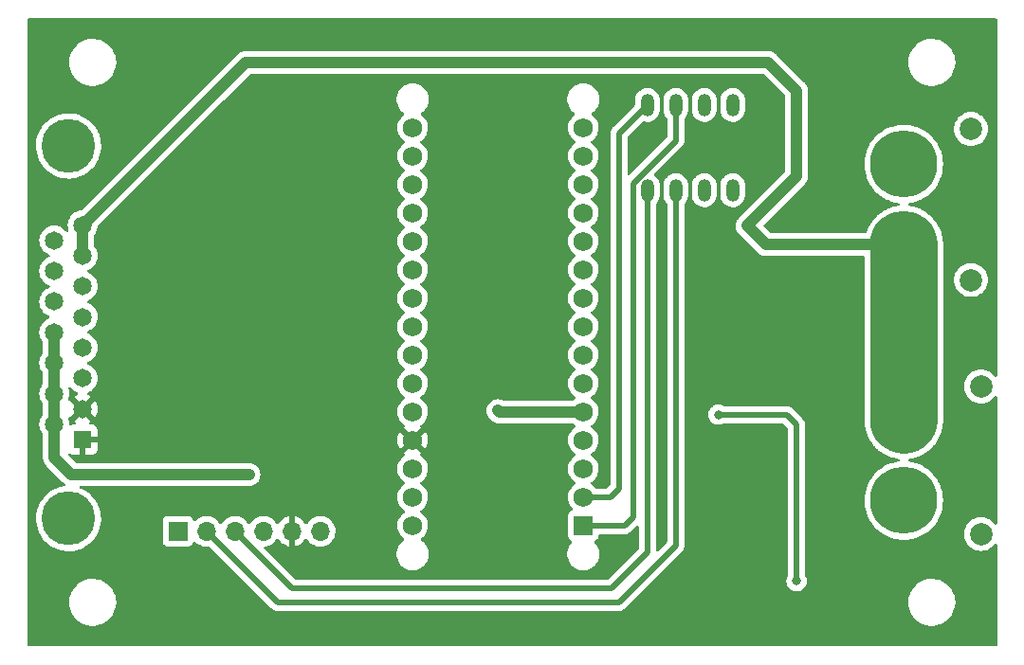
<source format=gbr>
%TF.GenerationSoftware,KiCad,Pcbnew,(6.0.0)*%
%TF.CreationDate,2022-08-22T12:49:25+02:00*%
%TF.ProjectId,pcb,7063622e-6b69-4636-9164-5f7063625858,rev?*%
%TF.SameCoordinates,Original*%
%TF.FileFunction,Copper,L2,Bot*%
%TF.FilePolarity,Positive*%
%FSLAX46Y46*%
G04 Gerber Fmt 4.6, Leading zero omitted, Abs format (unit mm)*
G04 Created by KiCad (PCBNEW (6.0.0)) date 2022-08-22 12:49:25*
%MOMM*%
%LPD*%
G01*
G04 APERTURE LIST*
%TA.AperFunction,ComponentPad*%
%ADD10O,1.200000X2.000000*%
%TD*%
%TA.AperFunction,ComponentPad*%
%ADD11R,1.650000X1.650000*%
%TD*%
%TA.AperFunction,ComponentPad*%
%ADD12C,1.650000*%
%TD*%
%TA.AperFunction,ComponentPad*%
%ADD13C,4.800000*%
%TD*%
%TA.AperFunction,ComponentPad*%
%ADD14C,6.000000*%
%TD*%
%TA.AperFunction,ComponentPad*%
%ADD15C,2.000000*%
%TD*%
%TA.AperFunction,ComponentPad*%
%ADD16R,1.700000X1.700000*%
%TD*%
%TA.AperFunction,ComponentPad*%
%ADD17O,1.700000X1.700000*%
%TD*%
%TA.AperFunction,ComponentPad*%
%ADD18C,1.727200*%
%TD*%
%TA.AperFunction,ComponentPad*%
%ADD19R,1.727200X1.727200*%
%TD*%
%TA.AperFunction,ViaPad*%
%ADD20C,0.800000*%
%TD*%
%TA.AperFunction,Conductor*%
%ADD21C,0.500000*%
%TD*%
%TA.AperFunction,Conductor*%
%ADD22C,1.000000*%
%TD*%
%TA.AperFunction,Conductor*%
%ADD23C,6.000000*%
%TD*%
G04 APERTURE END LIST*
D10*
%TO.P,U6,1,1*%
%TO.N,TXD*%
X208280000Y-58420000D03*
%TO.P,U6,2,2*%
%TO.N,RXD*%
X210820000Y-58420000D03*
%TO.P,U6,3,3*%
%TO.N,TXD*%
X213360000Y-58420000D03*
%TO.P,U6,4,4*%
%TO.N,RXD*%
X215900000Y-58420000D03*
%TO.P,U6,5,5*%
%TO.N,TXD_2*%
X215900000Y-50800000D03*
%TO.P,U6,6,6*%
%TO.N,RXD_2*%
X213360000Y-50800000D03*
%TO.P,U6,7,7*%
X210820000Y-50800000D03*
%TO.P,U6,8,8*%
%TO.N,TXD_2*%
X208280000Y-50800000D03*
%TD*%
D11*
%TO.P,J1,1,1*%
%TO.N,+5V*%
X157870000Y-80710000D03*
D12*
%TO.P,J1,2,2*%
X157870000Y-77970000D03*
%TO.P,J1,3,3*%
%TO.N,GND*%
X157870000Y-75230000D03*
%TO.P,J1,4,4*%
X157870000Y-72490000D03*
%TO.P,J1,5,5*%
%TO.N,unconnected-(J1-Pad5)*%
X157870000Y-69750000D03*
%TO.P,J1,6,6*%
%TO.N,unconnected-(J1-Pad6)*%
X157870000Y-67010000D03*
%TO.P,J1,7,7*%
%TO.N,+12V*%
X157870000Y-64270000D03*
%TO.P,J1,8,8*%
X157870000Y-61530000D03*
%TO.P,J1,9,9*%
%TO.N,Cible*%
X155330000Y-79340000D03*
%TO.P,J1,10,10*%
X155330000Y-76600000D03*
%TO.P,J1,11,11*%
X155330000Y-73860000D03*
%TO.P,J1,12,12*%
X155330000Y-71120000D03*
%TO.P,J1,13,13*%
%TO.N,unconnected-(J1-Pad13)*%
X155330000Y-68380000D03*
%TO.P,J1,14,14*%
%TO.N,unconnected-(J1-Pad14)*%
X155330000Y-65640000D03*
%TO.P,J1,15,15*%
%TO.N,unconnected-(J1-Pad15)*%
X155330000Y-62900000D03*
D13*
%TO.P,J1,MH1,MH1*%
%TO.N,GND*%
X156600000Y-87770000D03*
%TO.P,J1,MH2,MH2*%
X156600000Y-54470000D03*
%TD*%
D14*
%TO.P,U2,1,1*%
%TO.N,GND*%
X231180000Y-56090000D03*
%TO.P,U2,2,2*%
%TO.N,+12V*%
X231180000Y-63290000D03*
D15*
%TO.P,U2,3*%
%TO.N,N/C*%
X237180000Y-52940000D03*
%TO.P,U2,4*%
X237180000Y-66440000D03*
%TD*%
D16*
%TO.P,U5,1,STATE*%
%TO.N,unconnected-(U5-Pad1)*%
X166370000Y-88900000D03*
D17*
%TO.P,U5,2,RXD*%
%TO.N,RXD*%
X168910000Y-88900000D03*
%TO.P,U5,3,TXD*%
%TO.N,TXD*%
X171450000Y-88900000D03*
%TO.P,U5,4,GND*%
%TO.N,GND*%
X173990000Y-88900000D03*
%TO.P,U5,5,VCC*%
%TO.N,+5V*%
X176530000Y-88900000D03*
%TO.P,U5,6,KEY*%
%TO.N,unconnected-(U5-Pad6)*%
X179070000Y-88900000D03*
%TD*%
D18*
%TO.P,XA1,3V3,3.3V*%
%TO.N,unconnected-(XA1-Pad3V3)*%
X187325000Y-55372000D03*
%TO.P,XA1,5V,5V*%
%TO.N,+5V*%
X187325000Y-80772000D03*
%TO.P,XA1,A0,A0*%
%TO.N,unconnected-(XA1-PadA0)*%
X187325000Y-60452000D03*
%TO.P,XA1,A1,A1*%
%TO.N,unconnected-(XA1-PadA1)*%
X187325000Y-62992000D03*
%TO.P,XA1,A2,A2*%
%TO.N,unconnected-(XA1-PadA2)*%
X187325000Y-65532000D03*
%TO.P,XA1,A3,A3*%
%TO.N,unconnected-(XA1-PadA3)*%
X187325000Y-68072000D03*
%TO.P,XA1,A4,A4_SDA*%
%TO.N,unconnected-(XA1-PadA4)*%
X187325000Y-70612000D03*
%TO.P,XA1,A5,A5_SCL*%
%TO.N,unconnected-(XA1-PadA5)*%
X187325000Y-73152000D03*
%TO.P,XA1,A6,A6*%
%TO.N,unconnected-(XA1-PadA6)*%
X187325000Y-75692000D03*
%TO.P,XA1,A7,A7*%
%TO.N,unconnected-(XA1-PadA7)*%
X187325000Y-78232000D03*
%TO.P,XA1,AREF,AREF*%
%TO.N,unconnected-(XA1-PadAREF)*%
X187325000Y-57912000D03*
%TO.P,XA1,D0,D0_RX0*%
%TO.N,TXD_2*%
X202565000Y-85852000D03*
D19*
%TO.P,XA1,D1,D1_TX0*%
%TO.N,RXD_2*%
X202565000Y-88392000D03*
D18*
%TO.P,XA1,D2,D2_INT0*%
%TO.N,Cible*%
X202565000Y-78232000D03*
%TO.P,XA1,D3,D3_INT1*%
%TO.N,unconnected-(XA1-PadD3)*%
X202565000Y-75692000D03*
%TO.P,XA1,D4,D4*%
%TO.N,Bob*%
X202565000Y-73152000D03*
%TO.P,XA1,D5,D5*%
%TO.N,unconnected-(XA1-PadD5)*%
X202565000Y-70612000D03*
%TO.P,XA1,D6,D6*%
%TO.N,unconnected-(XA1-PadD6)*%
X202565000Y-68072000D03*
%TO.P,XA1,D7,D7*%
%TO.N,unconnected-(XA1-PadD7)*%
X202565000Y-65532000D03*
%TO.P,XA1,D8,D8*%
%TO.N,unconnected-(XA1-PadD8)*%
X202565000Y-62992000D03*
%TO.P,XA1,D9,D9*%
%TO.N,unconnected-(XA1-PadD9)*%
X202565000Y-60452000D03*
%TO.P,XA1,D10,D10_CS*%
%TO.N,unconnected-(XA1-PadD10)*%
X202565000Y-57912000D03*
%TO.P,XA1,D11,D11_MOSI*%
%TO.N,unconnected-(XA1-PadD11)*%
X202565000Y-55372000D03*
%TO.P,XA1,D12,D12_MISO*%
%TO.N,unconnected-(XA1-PadD12)*%
X202565000Y-52832000D03*
%TO.P,XA1,D13,D13_SCK*%
%TO.N,unconnected-(XA1-PadD13)*%
X187325000Y-52832000D03*
%TO.P,XA1,GND1,GND*%
%TO.N,GND*%
X202565000Y-80772000D03*
%TO.P,XA1,GND2,GND*%
X187325000Y-85852000D03*
%TO.P,XA1,RST1,RESET*%
%TO.N,unconnected-(XA1-PadRST1)*%
X202565000Y-83312000D03*
%TO.P,XA1,RST2,RESET*%
%TO.N,unconnected-(XA1-PadRST2)*%
X187325000Y-83312000D03*
%TO.P,XA1,VIN,VIN*%
%TO.N,unconnected-(XA1-PadVIN)*%
X187325000Y-88392000D03*
%TD*%
D14*
%TO.P,U1,1,1*%
%TO.N,+12V*%
X231180000Y-78950000D03*
%TO.P,U1,2,2*%
%TO.N,Net-(U1-Pad2)*%
X231180000Y-86150000D03*
D15*
%TO.P,U1,3*%
%TO.N,N/C*%
X238080000Y-75950000D03*
%TO.P,U1,4*%
X238080000Y-89150000D03*
%TD*%
D20*
%TO.N,+12V*%
X217170000Y-61595000D03*
%TO.N,+5V*%
X209550000Y-60960000D03*
%TO.N,Bob*%
X221615000Y-93345000D03*
X214640000Y-78480000D03*
%TO.N,Cible*%
X172720000Y-83820000D03*
X194945000Y-78105000D03*
%TD*%
D21*
%TO.N,TXD*%
X208280000Y-90805000D02*
X208280000Y-58420000D01*
X176530000Y-93980000D02*
X171450000Y-88900000D01*
X205105000Y-93980000D02*
X176530000Y-93980000D01*
X205105000Y-93980000D02*
X208280000Y-90805000D01*
%TO.N,RXD*%
X205740000Y-95250000D02*
X175260000Y-95250000D01*
X205740000Y-95250000D02*
X210820000Y-90170000D01*
X210820000Y-90170000D02*
X210820000Y-58420000D01*
X175260000Y-95250000D02*
X168910000Y-88900000D01*
D22*
%TO.N,+12V*%
X221615000Y-57150000D02*
X221615000Y-49530000D01*
X218865000Y-63290000D02*
X217170000Y-61595000D01*
D23*
X231180000Y-63290000D02*
X231180000Y-78950000D01*
D22*
X221615000Y-49530000D02*
X219075000Y-46990000D01*
X157870000Y-64270000D02*
X157870000Y-61530000D01*
X172410000Y-46990000D02*
X157870000Y-61530000D01*
X231180000Y-63290000D02*
X218865000Y-63290000D01*
X219075000Y-46990000D02*
X172410000Y-46990000D01*
X217170000Y-61595000D02*
X221615000Y-57150000D01*
D21*
%TO.N,Bob*%
X221615000Y-93345000D02*
X221615000Y-79375000D01*
X221615000Y-79375000D02*
X220720000Y-78480000D01*
X220720000Y-78480000D02*
X214640000Y-78480000D01*
D22*
%TO.N,Cible*%
X202565000Y-78232000D02*
X195072000Y-78232000D01*
X155330000Y-79340000D02*
X155330000Y-82305000D01*
X155330000Y-76600000D02*
X155330000Y-79340000D01*
X155330000Y-73860000D02*
X155330000Y-76600000D01*
X155330000Y-82305000D02*
X156845000Y-83820000D01*
X156845000Y-83820000D02*
X172720000Y-83820000D01*
X155330000Y-71120000D02*
X155330000Y-73860000D01*
X195072000Y-78232000D02*
X194945000Y-78105000D01*
D21*
%TO.N,TXD_2*%
X205740000Y-53340000D02*
X208280000Y-50800000D01*
X202565000Y-85852000D02*
X204978000Y-85852000D01*
X204978000Y-85852000D02*
X205740000Y-85090000D01*
X205740000Y-85090000D02*
X205740000Y-53340000D01*
%TO.N,RXD_2*%
X206248000Y-88392000D02*
X207010000Y-87630000D01*
X202565000Y-88392000D02*
X206248000Y-88392000D01*
X210820000Y-53995755D02*
X210820000Y-50800000D01*
X207010000Y-87630000D02*
X207010000Y-57805755D01*
X207010000Y-57805755D02*
X210820000Y-53995755D01*
%TD*%
%TA.AperFunction,Conductor*%
%TO.N,+5V*%
G36*
X239464121Y-43073002D02*
G01*
X239510614Y-43126658D01*
X239522000Y-43179000D01*
X239522000Y-74974085D01*
X239501998Y-75042206D01*
X239448342Y-75088699D01*
X239378068Y-75098803D01*
X239313488Y-75069309D01*
X239300189Y-75055915D01*
X239153182Y-74883792D01*
X239153177Y-74883787D01*
X239149969Y-74880031D01*
X238969416Y-74725824D01*
X238965208Y-74723245D01*
X238965202Y-74723241D01*
X238771183Y-74604346D01*
X238766963Y-74601760D01*
X238762393Y-74599867D01*
X238762389Y-74599865D01*
X238552167Y-74512789D01*
X238552165Y-74512788D01*
X238547594Y-74510895D01*
X238467391Y-74491640D01*
X238321524Y-74456620D01*
X238321518Y-74456619D01*
X238316711Y-74455465D01*
X238080000Y-74436835D01*
X237843289Y-74455465D01*
X237838482Y-74456619D01*
X237838476Y-74456620D01*
X237692609Y-74491640D01*
X237612406Y-74510895D01*
X237607835Y-74512788D01*
X237607833Y-74512789D01*
X237397611Y-74599865D01*
X237397607Y-74599867D01*
X237393037Y-74601760D01*
X237388817Y-74604346D01*
X237194798Y-74723241D01*
X237194792Y-74723245D01*
X237190584Y-74725824D01*
X237010031Y-74880031D01*
X236855824Y-75060584D01*
X236853245Y-75064792D01*
X236853241Y-75064798D01*
X236832403Y-75098803D01*
X236731760Y-75263037D01*
X236729867Y-75267607D01*
X236729865Y-75267611D01*
X236646962Y-75467759D01*
X236640895Y-75482406D01*
X236623333Y-75555559D01*
X236594496Y-75675673D01*
X236585465Y-75713289D01*
X236566835Y-75950000D01*
X236585465Y-76186711D01*
X236586619Y-76191518D01*
X236586620Y-76191524D01*
X236615729Y-76312769D01*
X236640895Y-76417594D01*
X236642788Y-76422165D01*
X236642789Y-76422167D01*
X236716450Y-76600000D01*
X236731760Y-76636963D01*
X236734346Y-76641183D01*
X236853241Y-76835202D01*
X236853245Y-76835208D01*
X236855824Y-76839416D01*
X237010031Y-77019969D01*
X237190584Y-77174176D01*
X237194792Y-77176755D01*
X237194798Y-77176759D01*
X237388817Y-77295654D01*
X237393037Y-77298240D01*
X237397607Y-77300133D01*
X237397611Y-77300135D01*
X237589381Y-77379568D01*
X237612406Y-77389105D01*
X237692609Y-77408360D01*
X237838476Y-77443380D01*
X237838482Y-77443381D01*
X237843289Y-77444535D01*
X238080000Y-77463165D01*
X238316711Y-77444535D01*
X238321518Y-77443381D01*
X238321524Y-77443380D01*
X238467391Y-77408360D01*
X238547594Y-77389105D01*
X238570619Y-77379568D01*
X238762389Y-77300135D01*
X238762393Y-77300133D01*
X238766963Y-77298240D01*
X238771183Y-77295654D01*
X238965202Y-77176759D01*
X238965208Y-77176755D01*
X238969416Y-77174176D01*
X239149969Y-77019969D01*
X239153177Y-77016213D01*
X239153182Y-77016208D01*
X239300189Y-76844085D01*
X239359639Y-76805275D01*
X239430634Y-76804769D01*
X239490633Y-76842725D01*
X239520586Y-76907093D01*
X239522000Y-76925915D01*
X239522000Y-88174085D01*
X239501998Y-88242206D01*
X239448342Y-88288699D01*
X239378068Y-88298803D01*
X239313488Y-88269309D01*
X239300189Y-88255915D01*
X239153182Y-88083792D01*
X239153177Y-88083787D01*
X239149969Y-88080031D01*
X238969416Y-87925824D01*
X238965208Y-87923245D01*
X238965202Y-87923241D01*
X238771183Y-87804346D01*
X238766963Y-87801760D01*
X238762393Y-87799867D01*
X238762389Y-87799865D01*
X238552167Y-87712789D01*
X238552165Y-87712788D01*
X238547594Y-87710895D01*
X238446977Y-87686739D01*
X238321524Y-87656620D01*
X238321518Y-87656619D01*
X238316711Y-87655465D01*
X238080000Y-87636835D01*
X237843289Y-87655465D01*
X237838482Y-87656619D01*
X237838476Y-87656620D01*
X237713023Y-87686739D01*
X237612406Y-87710895D01*
X237607835Y-87712788D01*
X237607833Y-87712789D01*
X237397611Y-87799865D01*
X237397607Y-87799867D01*
X237393037Y-87801760D01*
X237388817Y-87804346D01*
X237194798Y-87923241D01*
X237194792Y-87923245D01*
X237190584Y-87925824D01*
X237010031Y-88080031D01*
X236855824Y-88260584D01*
X236853245Y-88264792D01*
X236853241Y-88264798D01*
X236758218Y-88419862D01*
X236731760Y-88463037D01*
X236729867Y-88467607D01*
X236729865Y-88467611D01*
X236642985Y-88677361D01*
X236640895Y-88682406D01*
X236639740Y-88687218D01*
X236587821Y-88903477D01*
X236585465Y-88913289D01*
X236566835Y-89150000D01*
X236585465Y-89386711D01*
X236586619Y-89391518D01*
X236586620Y-89391524D01*
X236613631Y-89504033D01*
X236640895Y-89617594D01*
X236642788Y-89622165D01*
X236642789Y-89622167D01*
X236728851Y-89829939D01*
X236731760Y-89836963D01*
X236734346Y-89841183D01*
X236853241Y-90035202D01*
X236853245Y-90035208D01*
X236855824Y-90039416D01*
X237010031Y-90219969D01*
X237190584Y-90374176D01*
X237194792Y-90376755D01*
X237194798Y-90376759D01*
X237334271Y-90462228D01*
X237393037Y-90498240D01*
X237397607Y-90500133D01*
X237397611Y-90500135D01*
X237594743Y-90581789D01*
X237612406Y-90589105D01*
X237692609Y-90608360D01*
X237838476Y-90643380D01*
X237838482Y-90643381D01*
X237843289Y-90644535D01*
X238080000Y-90663165D01*
X238316711Y-90644535D01*
X238321518Y-90643381D01*
X238321524Y-90643380D01*
X238467391Y-90608360D01*
X238547594Y-90589105D01*
X238565257Y-90581789D01*
X238762389Y-90500135D01*
X238762393Y-90500133D01*
X238766963Y-90498240D01*
X238825729Y-90462228D01*
X238965202Y-90376759D01*
X238965208Y-90376755D01*
X238969416Y-90374176D01*
X239149969Y-90219969D01*
X239153177Y-90216213D01*
X239153182Y-90216208D01*
X239300189Y-90044085D01*
X239359639Y-90005275D01*
X239430634Y-90004769D01*
X239490633Y-90042725D01*
X239520586Y-90107093D01*
X239522000Y-90125915D01*
X239522000Y-99061000D01*
X239501998Y-99129121D01*
X239448342Y-99175614D01*
X239396000Y-99187000D01*
X153034000Y-99187000D01*
X152965879Y-99166998D01*
X152919386Y-99113342D01*
X152908000Y-99061000D01*
X152908000Y-95227965D01*
X156645905Y-95227965D01*
X156646152Y-95232249D01*
X156646152Y-95232250D01*
X156647319Y-95252485D01*
X156662382Y-95513727D01*
X156663207Y-95517932D01*
X156663208Y-95517940D01*
X156681587Y-95611615D01*
X156717489Y-95794610D01*
X156718876Y-95798660D01*
X156718877Y-95798665D01*
X156793292Y-96016012D01*
X156810206Y-96065414D01*
X156842548Y-96129718D01*
X156918275Y-96280284D01*
X156938818Y-96321130D01*
X157100944Y-96557025D01*
X157293585Y-96768735D01*
X157347402Y-96813733D01*
X157509884Y-96949590D01*
X157509889Y-96949594D01*
X157513176Y-96952342D01*
X157634415Y-97028395D01*
X157752014Y-97102165D01*
X157752018Y-97102167D01*
X157755654Y-97104448D01*
X158016531Y-97222238D01*
X158020650Y-97223458D01*
X158286868Y-97302316D01*
X158286873Y-97302317D01*
X158290981Y-97303534D01*
X158295215Y-97304182D01*
X158295220Y-97304183D01*
X158569682Y-97346181D01*
X158569684Y-97346181D01*
X158573924Y-97346830D01*
X158719647Y-97349119D01*
X158855835Y-97351259D01*
X158855841Y-97351259D01*
X158860126Y-97351326D01*
X159144290Y-97316939D01*
X159421157Y-97244304D01*
X159685606Y-97134766D01*
X159932741Y-96990351D01*
X160157991Y-96813733D01*
X160357187Y-96608179D01*
X160359720Y-96604731D01*
X160359724Y-96604726D01*
X160524105Y-96380947D01*
X160526643Y-96377492D01*
X160559325Y-96317299D01*
X160661174Y-96129718D01*
X160661175Y-96129716D01*
X160663224Y-96125942D01*
X160764401Y-95858184D01*
X160802779Y-95690620D01*
X160827347Y-95583351D01*
X160827348Y-95583346D01*
X160828304Y-95579171D01*
X160853749Y-95294067D01*
X160854210Y-95250000D01*
X160834742Y-94964426D01*
X160833875Y-94960240D01*
X160833874Y-94960232D01*
X160777566Y-94688338D01*
X160776696Y-94684136D01*
X160681148Y-94414317D01*
X160549866Y-94159962D01*
X160539325Y-94144963D01*
X160387745Y-93929288D01*
X160387744Y-93929287D01*
X160385278Y-93925778D01*
X160190431Y-93716097D01*
X159968929Y-93534800D01*
X159724872Y-93385242D01*
X159720936Y-93383514D01*
X159466704Y-93271913D01*
X159466700Y-93271912D01*
X159462776Y-93270189D01*
X159187490Y-93191772D01*
X159183248Y-93191168D01*
X159183242Y-93191167D01*
X158908360Y-93152046D01*
X158904109Y-93151441D01*
X158753285Y-93150651D01*
X158622162Y-93149964D01*
X158622155Y-93149964D01*
X158617876Y-93149942D01*
X158613631Y-93150501D01*
X158613629Y-93150501D01*
X158578910Y-93155072D01*
X158334087Y-93187304D01*
X158057996Y-93262834D01*
X157794709Y-93375135D01*
X157549099Y-93522130D01*
X157325711Y-93701097D01*
X157128678Y-93908726D01*
X156961647Y-94141174D01*
X156827709Y-94394141D01*
X156826237Y-94398164D01*
X156826235Y-94398168D01*
X156801277Y-94466368D01*
X156729340Y-94662944D01*
X156668363Y-94942611D01*
X156646403Y-95221642D01*
X156645905Y-95227965D01*
X152908000Y-95227965D01*
X152908000Y-87678487D01*
X153688009Y-87678487D01*
X153688104Y-87682117D01*
X153688104Y-87682119D01*
X153695206Y-87953322D01*
X153696789Y-88013789D01*
X153744050Y-88345861D01*
X153829164Y-88670299D01*
X153830483Y-88673682D01*
X153925826Y-88918223D01*
X153951005Y-88982805D01*
X153958788Y-88997505D01*
X154081751Y-89229740D01*
X154107957Y-89279235D01*
X154110009Y-89282220D01*
X154110014Y-89282229D01*
X154176516Y-89378989D01*
X154297939Y-89555661D01*
X154300316Y-89558385D01*
X154300320Y-89558391D01*
X154493026Y-89779292D01*
X154518435Y-89808419D01*
X154766520Y-90034160D01*
X155038907Y-90229889D01*
X155331985Y-90393015D01*
X155641870Y-90521374D01*
X155645364Y-90522369D01*
X155645366Y-90522370D01*
X155960954Y-90612267D01*
X155960959Y-90612268D01*
X155964455Y-90613264D01*
X156184788Y-90649345D01*
X156291884Y-90666883D01*
X156291888Y-90666883D01*
X156295464Y-90667469D01*
X156299090Y-90667640D01*
X156626882Y-90683098D01*
X156626883Y-90683098D01*
X156630509Y-90683269D01*
X156667959Y-90680716D01*
X156961518Y-90660704D01*
X156961526Y-90660703D01*
X156965149Y-90660456D01*
X156968725Y-90659793D01*
X156968727Y-90659793D01*
X157291385Y-90599992D01*
X157291389Y-90599991D01*
X157294950Y-90599331D01*
X157595890Y-90506750D01*
X157612062Y-90501775D01*
X157615540Y-90500705D01*
X157836096Y-90403887D01*
X157919346Y-90367343D01*
X157919350Y-90367341D01*
X157922669Y-90365884D01*
X157967670Y-90339588D01*
X158209127Y-90198492D01*
X158209129Y-90198491D01*
X158212267Y-90196657D01*
X158215176Y-90194473D01*
X158477588Y-89997448D01*
X158477592Y-89997445D01*
X158480495Y-89995265D01*
X158688228Y-89798134D01*
X165011500Y-89798134D01*
X165018255Y-89860316D01*
X165069385Y-89996705D01*
X165156739Y-90113261D01*
X165273295Y-90200615D01*
X165409684Y-90251745D01*
X165471866Y-90258500D01*
X167268134Y-90258500D01*
X167330316Y-90251745D01*
X167466705Y-90200615D01*
X167583261Y-90113261D01*
X167670615Y-89996705D01*
X167692799Y-89937529D01*
X167714598Y-89879382D01*
X167757240Y-89822618D01*
X167823802Y-89797918D01*
X167893150Y-89813126D01*
X167927817Y-89841114D01*
X167956250Y-89873938D01*
X168128126Y-90016632D01*
X168321000Y-90129338D01*
X168529692Y-90209030D01*
X168534760Y-90210061D01*
X168534763Y-90210062D01*
X168635554Y-90230568D01*
X168748597Y-90253567D01*
X168753772Y-90253757D01*
X168753774Y-90253757D01*
X168966673Y-90261564D01*
X168966677Y-90261564D01*
X168971837Y-90261753D01*
X169111908Y-90243809D01*
X169182017Y-90254993D01*
X169217012Y-90279693D01*
X174676230Y-95738911D01*
X174688616Y-95753323D01*
X174697149Y-95764918D01*
X174697154Y-95764923D01*
X174701492Y-95770818D01*
X174707070Y-95775557D01*
X174707073Y-95775560D01*
X174741768Y-95805035D01*
X174749284Y-95811965D01*
X174754979Y-95817660D01*
X174757861Y-95819940D01*
X174777251Y-95835281D01*
X174780655Y-95838072D01*
X174809051Y-95862196D01*
X174836285Y-95885333D01*
X174842801Y-95888661D01*
X174847850Y-95892028D01*
X174852979Y-95895195D01*
X174858716Y-95899734D01*
X174924875Y-95930655D01*
X174928769Y-95932558D01*
X174993808Y-95965769D01*
X175000916Y-95967508D01*
X175006559Y-95969607D01*
X175012322Y-95971524D01*
X175018950Y-95974622D01*
X175026112Y-95976112D01*
X175026113Y-95976112D01*
X175090412Y-95989486D01*
X175094696Y-95990456D01*
X175165610Y-96007808D01*
X175171212Y-96008156D01*
X175171215Y-96008156D01*
X175176764Y-96008500D01*
X175176762Y-96008536D01*
X175180755Y-96008775D01*
X175184947Y-96009149D01*
X175192115Y-96010640D01*
X175269520Y-96008546D01*
X175272928Y-96008500D01*
X205672930Y-96008500D01*
X205691880Y-96009933D01*
X205706115Y-96012099D01*
X205706119Y-96012099D01*
X205713349Y-96013199D01*
X205720641Y-96012606D01*
X205720644Y-96012606D01*
X205766018Y-96008915D01*
X205776233Y-96008500D01*
X205784293Y-96008500D01*
X205801680Y-96006473D01*
X205812507Y-96005211D01*
X205816882Y-96004778D01*
X205882339Y-95999454D01*
X205882342Y-95999453D01*
X205889637Y-95998860D01*
X205896601Y-95996604D01*
X205902560Y-95995413D01*
X205908415Y-95994029D01*
X205915681Y-95993182D01*
X205984327Y-95968265D01*
X205988455Y-95966848D01*
X206050936Y-95946607D01*
X206050938Y-95946606D01*
X206057899Y-95944351D01*
X206064154Y-95940555D01*
X206069628Y-95938049D01*
X206075058Y-95935330D01*
X206081937Y-95932833D01*
X206088058Y-95928820D01*
X206142976Y-95892814D01*
X206146680Y-95890477D01*
X206209107Y-95852595D01*
X206217484Y-95845197D01*
X206217508Y-95845224D01*
X206220500Y-95842571D01*
X206223733Y-95839868D01*
X206229852Y-95835856D01*
X206283128Y-95779617D01*
X206285506Y-95777175D01*
X206834716Y-95227965D01*
X231575905Y-95227965D01*
X231576152Y-95232249D01*
X231576152Y-95232250D01*
X231577319Y-95252485D01*
X231592382Y-95513727D01*
X231593207Y-95517932D01*
X231593208Y-95517940D01*
X231611587Y-95611615D01*
X231647489Y-95794610D01*
X231648876Y-95798660D01*
X231648877Y-95798665D01*
X231723292Y-96016012D01*
X231740206Y-96065414D01*
X231772548Y-96129718D01*
X231848275Y-96280284D01*
X231868818Y-96321130D01*
X232030944Y-96557025D01*
X232223585Y-96768735D01*
X232277402Y-96813733D01*
X232439884Y-96949590D01*
X232439889Y-96949594D01*
X232443176Y-96952342D01*
X232564415Y-97028395D01*
X232682014Y-97102165D01*
X232682018Y-97102167D01*
X232685654Y-97104448D01*
X232946531Y-97222238D01*
X232950650Y-97223458D01*
X233216868Y-97302316D01*
X233216873Y-97302317D01*
X233220981Y-97303534D01*
X233225215Y-97304182D01*
X233225220Y-97304183D01*
X233499682Y-97346181D01*
X233499684Y-97346181D01*
X233503924Y-97346830D01*
X233649647Y-97349119D01*
X233785835Y-97351259D01*
X233785841Y-97351259D01*
X233790126Y-97351326D01*
X234074290Y-97316939D01*
X234351157Y-97244304D01*
X234615606Y-97134766D01*
X234862741Y-96990351D01*
X235087991Y-96813733D01*
X235287187Y-96608179D01*
X235289720Y-96604731D01*
X235289724Y-96604726D01*
X235454105Y-96380947D01*
X235456643Y-96377492D01*
X235489325Y-96317299D01*
X235591174Y-96129718D01*
X235591175Y-96129716D01*
X235593224Y-96125942D01*
X235694401Y-95858184D01*
X235732779Y-95690620D01*
X235757347Y-95583351D01*
X235757348Y-95583346D01*
X235758304Y-95579171D01*
X235783749Y-95294067D01*
X235784210Y-95250000D01*
X235764742Y-94964426D01*
X235763875Y-94960240D01*
X235763874Y-94960232D01*
X235707566Y-94688338D01*
X235706696Y-94684136D01*
X235611148Y-94414317D01*
X235479866Y-94159962D01*
X235469325Y-94144963D01*
X235317745Y-93929288D01*
X235317744Y-93929287D01*
X235315278Y-93925778D01*
X235120431Y-93716097D01*
X234898929Y-93534800D01*
X234654872Y-93385242D01*
X234650936Y-93383514D01*
X234396704Y-93271913D01*
X234396700Y-93271912D01*
X234392776Y-93270189D01*
X234117490Y-93191772D01*
X234113248Y-93191168D01*
X234113242Y-93191167D01*
X233838360Y-93152046D01*
X233834109Y-93151441D01*
X233683285Y-93150651D01*
X233552162Y-93149964D01*
X233552155Y-93149964D01*
X233547876Y-93149942D01*
X233543631Y-93150501D01*
X233543629Y-93150501D01*
X233508910Y-93155072D01*
X233264087Y-93187304D01*
X232987996Y-93262834D01*
X232724709Y-93375135D01*
X232479099Y-93522130D01*
X232255711Y-93701097D01*
X232058678Y-93908726D01*
X231891647Y-94141174D01*
X231757709Y-94394141D01*
X231756237Y-94398164D01*
X231756235Y-94398168D01*
X231731277Y-94466368D01*
X231659340Y-94662944D01*
X231598363Y-94942611D01*
X231576403Y-95221642D01*
X231575905Y-95227965D01*
X206834716Y-95227965D01*
X211308911Y-90753770D01*
X211323323Y-90741384D01*
X211334918Y-90732851D01*
X211334923Y-90732846D01*
X211340818Y-90728508D01*
X211345557Y-90722930D01*
X211345560Y-90722927D01*
X211375035Y-90688232D01*
X211381965Y-90680716D01*
X211387660Y-90675021D01*
X211392518Y-90668880D01*
X211405281Y-90652749D01*
X211408072Y-90649345D01*
X211450591Y-90599297D01*
X211450592Y-90599295D01*
X211455333Y-90593715D01*
X211458661Y-90587199D01*
X211462028Y-90582150D01*
X211465195Y-90577021D01*
X211469734Y-90571284D01*
X211500655Y-90505125D01*
X211502561Y-90501225D01*
X211522474Y-90462228D01*
X211535769Y-90436192D01*
X211537508Y-90429084D01*
X211539607Y-90423441D01*
X211541524Y-90417678D01*
X211544622Y-90411050D01*
X211559487Y-90339583D01*
X211560457Y-90335299D01*
X211576473Y-90269845D01*
X211577808Y-90264390D01*
X211578174Y-90258500D01*
X211578500Y-90253236D01*
X211578536Y-90253238D01*
X211578775Y-90249245D01*
X211579149Y-90245053D01*
X211580640Y-90237885D01*
X211578546Y-90160479D01*
X211578500Y-90157072D01*
X211578500Y-78480000D01*
X213726496Y-78480000D01*
X213727186Y-78486565D01*
X213743174Y-78638678D01*
X213746458Y-78669928D01*
X213805473Y-78851556D01*
X213900960Y-79016944D01*
X213905378Y-79021851D01*
X213905379Y-79021852D01*
X214010154Y-79138216D01*
X214028747Y-79158866D01*
X214078630Y-79195108D01*
X214177904Y-79267235D01*
X214183248Y-79271118D01*
X214189276Y-79273802D01*
X214189278Y-79273803D01*
X214337960Y-79340000D01*
X214357712Y-79348794D01*
X214438782Y-79366026D01*
X214538056Y-79387128D01*
X214538061Y-79387128D01*
X214544513Y-79388500D01*
X214735487Y-79388500D01*
X214741939Y-79387128D01*
X214741944Y-79387128D01*
X214841218Y-79366026D01*
X214922288Y-79348794D01*
X214942040Y-79340000D01*
X215090722Y-79273803D01*
X215090724Y-79273802D01*
X215096752Y-79271118D01*
X215102091Y-79267239D01*
X215102098Y-79267235D01*
X215108528Y-79262563D01*
X215182587Y-79238500D01*
X220353629Y-79238500D01*
X220421750Y-79258502D01*
X220442724Y-79275405D01*
X220819595Y-79652276D01*
X220853621Y-79714588D01*
X220856500Y-79741371D01*
X220856500Y-92808001D01*
X220839619Y-92871000D01*
X220780473Y-92973444D01*
X220721458Y-93155072D01*
X220701496Y-93345000D01*
X220721458Y-93534928D01*
X220780473Y-93716556D01*
X220875960Y-93881944D01*
X220880378Y-93886851D01*
X220880379Y-93886852D01*
X220912600Y-93922637D01*
X221003747Y-94023866D01*
X221158248Y-94136118D01*
X221164276Y-94138802D01*
X221164278Y-94138803D01*
X221326681Y-94211109D01*
X221332712Y-94213794D01*
X221426112Y-94233647D01*
X221513056Y-94252128D01*
X221513061Y-94252128D01*
X221519513Y-94253500D01*
X221710487Y-94253500D01*
X221716939Y-94252128D01*
X221716944Y-94252128D01*
X221803887Y-94233647D01*
X221897288Y-94213794D01*
X221903319Y-94211109D01*
X222065722Y-94138803D01*
X222065724Y-94138802D01*
X222071752Y-94136118D01*
X222226253Y-94023866D01*
X222317400Y-93922637D01*
X222349621Y-93886852D01*
X222349622Y-93886851D01*
X222354040Y-93881944D01*
X222449527Y-93716556D01*
X222508542Y-93534928D01*
X222528504Y-93345000D01*
X222508542Y-93155072D01*
X222449527Y-92973444D01*
X222390381Y-92871000D01*
X222373500Y-92808001D01*
X222373500Y-79442069D01*
X222374933Y-79423118D01*
X222377099Y-79408883D01*
X222377099Y-79408881D01*
X222378199Y-79401651D01*
X222377417Y-79392027D01*
X222373915Y-79348982D01*
X222373500Y-79338767D01*
X222373500Y-79330707D01*
X222370211Y-79302493D01*
X222369778Y-79298118D01*
X222364454Y-79232661D01*
X222364453Y-79232658D01*
X222363860Y-79225363D01*
X222361604Y-79218399D01*
X222360413Y-79212440D01*
X222359029Y-79206585D01*
X222358182Y-79199319D01*
X222333265Y-79130673D01*
X222331848Y-79126545D01*
X222311607Y-79064064D01*
X222311606Y-79064062D01*
X222309351Y-79057101D01*
X222305555Y-79050846D01*
X222303049Y-79045372D01*
X222300330Y-79039942D01*
X222297833Y-79033063D01*
X222260730Y-78976472D01*
X222257814Y-78972024D01*
X222255467Y-78968305D01*
X222217595Y-78905893D01*
X222210197Y-78897516D01*
X222210224Y-78897492D01*
X222207571Y-78894500D01*
X222204868Y-78891267D01*
X222200856Y-78885148D01*
X222144617Y-78831872D01*
X222142175Y-78829494D01*
X221303770Y-77991089D01*
X221291384Y-77976677D01*
X221282851Y-77965082D01*
X221282846Y-77965077D01*
X221278508Y-77959182D01*
X221272930Y-77954443D01*
X221272927Y-77954440D01*
X221238232Y-77924965D01*
X221230716Y-77918035D01*
X221225021Y-77912340D01*
X221214347Y-77903895D01*
X221202749Y-77894719D01*
X221199345Y-77891928D01*
X221149297Y-77849409D01*
X221149295Y-77849408D01*
X221143715Y-77844667D01*
X221137199Y-77841339D01*
X221132150Y-77837972D01*
X221127021Y-77834805D01*
X221121284Y-77830266D01*
X221055125Y-77799345D01*
X221051225Y-77797439D01*
X221050857Y-77797251D01*
X220986192Y-77764231D01*
X220979084Y-77762492D01*
X220973441Y-77760393D01*
X220967678Y-77758476D01*
X220961050Y-77755378D01*
X220944339Y-77751902D01*
X220920252Y-77746892D01*
X220889583Y-77740513D01*
X220885299Y-77739543D01*
X220855813Y-77732328D01*
X220814390Y-77722192D01*
X220808788Y-77721844D01*
X220808785Y-77721844D01*
X220803236Y-77721500D01*
X220803238Y-77721464D01*
X220799245Y-77721225D01*
X220795053Y-77720851D01*
X220787885Y-77719360D01*
X220721675Y-77721151D01*
X220710479Y-77721454D01*
X220707072Y-77721500D01*
X215182587Y-77721500D01*
X215108528Y-77697437D01*
X215102098Y-77692765D01*
X215102091Y-77692761D01*
X215096752Y-77688882D01*
X215090724Y-77686198D01*
X215090722Y-77686197D01*
X214928319Y-77613891D01*
X214928318Y-77613891D01*
X214922288Y-77611206D01*
X214828888Y-77591353D01*
X214741944Y-77572872D01*
X214741939Y-77572872D01*
X214735487Y-77571500D01*
X214544513Y-77571500D01*
X214538061Y-77572872D01*
X214538056Y-77572872D01*
X214451112Y-77591353D01*
X214357712Y-77611206D01*
X214351682Y-77613891D01*
X214351681Y-77613891D01*
X214189278Y-77686197D01*
X214189276Y-77686198D01*
X214183248Y-77688882D01*
X214177907Y-77692762D01*
X214177906Y-77692763D01*
X214147406Y-77714923D01*
X214028747Y-77801134D01*
X214024326Y-77806044D01*
X214024325Y-77806045D01*
X213920229Y-77921656D01*
X213900960Y-77943056D01*
X213883692Y-77972965D01*
X213817125Y-78088263D01*
X213805473Y-78108444D01*
X213746458Y-78290072D01*
X213745768Y-78296633D01*
X213745768Y-78296635D01*
X213740998Y-78342022D01*
X213726496Y-78480000D01*
X211578500Y-78480000D01*
X211578500Y-59681266D01*
X211598502Y-59613145D01*
X211613477Y-59594142D01*
X211693881Y-59510150D01*
X211808620Y-59332452D01*
X211850801Y-59227786D01*
X211885442Y-59141832D01*
X211885443Y-59141829D01*
X211887686Y-59136263D01*
X211928228Y-58928663D01*
X211928500Y-58923101D01*
X211928500Y-58872846D01*
X212251500Y-58872846D01*
X212266548Y-59030566D01*
X212326092Y-59233534D01*
X212422942Y-59421580D01*
X212553604Y-59587920D01*
X212558135Y-59591852D01*
X212558138Y-59591855D01*
X212667749Y-59686970D01*
X212713363Y-59726552D01*
X212718549Y-59729552D01*
X212718553Y-59729555D01*
X212880665Y-59823339D01*
X212896454Y-59832473D01*
X213096271Y-59901861D01*
X213102206Y-59902722D01*
X213102208Y-59902722D01*
X213299664Y-59931352D01*
X213299667Y-59931352D01*
X213305604Y-59932213D01*
X213516899Y-59922433D01*
X213648318Y-59890761D01*
X213716701Y-59874281D01*
X213716703Y-59874280D01*
X213722534Y-59872875D01*
X213727992Y-59870393D01*
X213727996Y-59870392D01*
X213889317Y-59797043D01*
X213915087Y-59785326D01*
X214087611Y-59662946D01*
X214233881Y-59510150D01*
X214348620Y-59332452D01*
X214390801Y-59227786D01*
X214425442Y-59141832D01*
X214425443Y-59141829D01*
X214427686Y-59136263D01*
X214468228Y-58928663D01*
X214468500Y-58923101D01*
X214468500Y-58872846D01*
X214791500Y-58872846D01*
X214806548Y-59030566D01*
X214866092Y-59233534D01*
X214962942Y-59421580D01*
X215093604Y-59587920D01*
X215098135Y-59591852D01*
X215098138Y-59591855D01*
X215207749Y-59686970D01*
X215253363Y-59726552D01*
X215258549Y-59729552D01*
X215258553Y-59729555D01*
X215420665Y-59823339D01*
X215436454Y-59832473D01*
X215636271Y-59901861D01*
X215642206Y-59902722D01*
X215642208Y-59902722D01*
X215839664Y-59931352D01*
X215839667Y-59931352D01*
X215845604Y-59932213D01*
X216056899Y-59922433D01*
X216188318Y-59890761D01*
X216256701Y-59874281D01*
X216256703Y-59874280D01*
X216262534Y-59872875D01*
X216267992Y-59870393D01*
X216267996Y-59870392D01*
X216429317Y-59797043D01*
X216455087Y-59785326D01*
X216627611Y-59662946D01*
X216773881Y-59510150D01*
X216888620Y-59332452D01*
X216930801Y-59227786D01*
X216965442Y-59141832D01*
X216965443Y-59141829D01*
X216967686Y-59136263D01*
X217008228Y-58928663D01*
X217008500Y-58923101D01*
X217008500Y-57967154D01*
X216993452Y-57809434D01*
X216933908Y-57606466D01*
X216931164Y-57601138D01*
X216839804Y-57423751D01*
X216839802Y-57423748D01*
X216837058Y-57418420D01*
X216706396Y-57252080D01*
X216701865Y-57248148D01*
X216701862Y-57248145D01*
X216551167Y-57117379D01*
X216546637Y-57113448D01*
X216541451Y-57110448D01*
X216541447Y-57110445D01*
X216368742Y-57010533D01*
X216363546Y-57007527D01*
X216163729Y-56938139D01*
X216157794Y-56937278D01*
X216157792Y-56937278D01*
X215960336Y-56908648D01*
X215960333Y-56908648D01*
X215954396Y-56907787D01*
X215743101Y-56917567D01*
X215648425Y-56940384D01*
X215543299Y-56965719D01*
X215543297Y-56965720D01*
X215537466Y-56967125D01*
X215532008Y-56969607D01*
X215532004Y-56969608D01*
X215430207Y-57015893D01*
X215344913Y-57054674D01*
X215172389Y-57177054D01*
X215123930Y-57227675D01*
X215055335Y-57299331D01*
X215026119Y-57329850D01*
X214911380Y-57507548D01*
X214896858Y-57543583D01*
X214841029Y-57682113D01*
X214832314Y-57703737D01*
X214791772Y-57911337D01*
X214791500Y-57916899D01*
X214791500Y-58872846D01*
X214468500Y-58872846D01*
X214468500Y-57967154D01*
X214453452Y-57809434D01*
X214393908Y-57606466D01*
X214391164Y-57601138D01*
X214299804Y-57423751D01*
X214299802Y-57423748D01*
X214297058Y-57418420D01*
X214166396Y-57252080D01*
X214161865Y-57248148D01*
X214161862Y-57248145D01*
X214011167Y-57117379D01*
X214006637Y-57113448D01*
X214001451Y-57110448D01*
X214001447Y-57110445D01*
X213828742Y-57010533D01*
X213823546Y-57007527D01*
X213623729Y-56938139D01*
X213617794Y-56937278D01*
X213617792Y-56937278D01*
X213420336Y-56908648D01*
X213420333Y-56908648D01*
X213414396Y-56907787D01*
X213203101Y-56917567D01*
X213108425Y-56940384D01*
X213003299Y-56965719D01*
X213003297Y-56965720D01*
X212997466Y-56967125D01*
X212992008Y-56969607D01*
X212992004Y-56969608D01*
X212890207Y-57015893D01*
X212804913Y-57054674D01*
X212632389Y-57177054D01*
X212583930Y-57227675D01*
X212515335Y-57299331D01*
X212486119Y-57329850D01*
X212371380Y-57507548D01*
X212356858Y-57543583D01*
X212301029Y-57682113D01*
X212292314Y-57703737D01*
X212251772Y-57911337D01*
X212251500Y-57916899D01*
X212251500Y-58872846D01*
X211928500Y-58872846D01*
X211928500Y-57967154D01*
X211913452Y-57809434D01*
X211853908Y-57606466D01*
X211851164Y-57601138D01*
X211759804Y-57423751D01*
X211759802Y-57423748D01*
X211757058Y-57418420D01*
X211626396Y-57252080D01*
X211621865Y-57248148D01*
X211621862Y-57248145D01*
X211471167Y-57117379D01*
X211466637Y-57113448D01*
X211461451Y-57110448D01*
X211461447Y-57110445D01*
X211288742Y-57010533D01*
X211283546Y-57007527D01*
X211083729Y-56938139D01*
X211077794Y-56937278D01*
X211077792Y-56937278D01*
X210880336Y-56908648D01*
X210880333Y-56908648D01*
X210874396Y-56907787D01*
X210663101Y-56917567D01*
X210568425Y-56940384D01*
X210463299Y-56965719D01*
X210463297Y-56965720D01*
X210457466Y-56967125D01*
X210452008Y-56969607D01*
X210452004Y-56969608D01*
X210350207Y-57015893D01*
X210264913Y-57054674D01*
X210092389Y-57177054D01*
X210043930Y-57227675D01*
X209975335Y-57299331D01*
X209946119Y-57329850D01*
X209831380Y-57507548D01*
X209816858Y-57543583D01*
X209761029Y-57682113D01*
X209752314Y-57703737D01*
X209711772Y-57911337D01*
X209711500Y-57916899D01*
X209711500Y-58872846D01*
X209726548Y-59030566D01*
X209786092Y-59233534D01*
X209882942Y-59421580D01*
X210013604Y-59587920D01*
X210018135Y-59591852D01*
X210022270Y-59596194D01*
X210021418Y-59597006D01*
X210056421Y-59651557D01*
X210061500Y-59686970D01*
X210061500Y-89803629D01*
X210041498Y-89871750D01*
X210024595Y-89892724D01*
X209253595Y-90663724D01*
X209191283Y-90697750D01*
X209120468Y-90692685D01*
X209063632Y-90650138D01*
X209038821Y-90583618D01*
X209038500Y-90574629D01*
X209038500Y-59681266D01*
X209058502Y-59613145D01*
X209073477Y-59594142D01*
X209153881Y-59510150D01*
X209268620Y-59332452D01*
X209310801Y-59227786D01*
X209345442Y-59141832D01*
X209345443Y-59141829D01*
X209347686Y-59136263D01*
X209388228Y-58928663D01*
X209388500Y-58923101D01*
X209388500Y-57967154D01*
X209373452Y-57809434D01*
X209313908Y-57606466D01*
X209311164Y-57601138D01*
X209219804Y-57423751D01*
X209219802Y-57423748D01*
X209217058Y-57418420D01*
X209086396Y-57252080D01*
X208947583Y-57131624D01*
X208909244Y-57071873D01*
X208909294Y-57000876D01*
X208941070Y-56947366D01*
X211308911Y-54579525D01*
X211323323Y-54567139D01*
X211334918Y-54558606D01*
X211334923Y-54558601D01*
X211340818Y-54554263D01*
X211345557Y-54548685D01*
X211345560Y-54548682D01*
X211375035Y-54513987D01*
X211381965Y-54506471D01*
X211387661Y-54500775D01*
X211389924Y-54497914D01*
X211389929Y-54497909D01*
X211405293Y-54478489D01*
X211408082Y-54475088D01*
X211410028Y-54472797D01*
X211455333Y-54419470D01*
X211458659Y-54412957D01*
X211462020Y-54407918D01*
X211465196Y-54402776D01*
X211469734Y-54397039D01*
X211500655Y-54330880D01*
X211502561Y-54326980D01*
X211521375Y-54290135D01*
X211535769Y-54261947D01*
X211537508Y-54254838D01*
X211539604Y-54249204D01*
X211541523Y-54243434D01*
X211544622Y-54236805D01*
X211546364Y-54228434D01*
X211559490Y-54165326D01*
X211560461Y-54161037D01*
X211560479Y-54160965D01*
X211577808Y-54090145D01*
X211578500Y-54078991D01*
X211578535Y-54078993D01*
X211578775Y-54075021D01*
X211579152Y-54070800D01*
X211580641Y-54063640D01*
X211578546Y-53986213D01*
X211578500Y-53982805D01*
X211578500Y-52061266D01*
X211598502Y-51993145D01*
X211613477Y-51974142D01*
X211693881Y-51890150D01*
X211808620Y-51712452D01*
X211867148Y-51567225D01*
X211885442Y-51521832D01*
X211885443Y-51521829D01*
X211887686Y-51516263D01*
X211928228Y-51308663D01*
X211928500Y-51303101D01*
X211928500Y-51252846D01*
X212251500Y-51252846D01*
X212266548Y-51410566D01*
X212326092Y-51613534D01*
X212328836Y-51618861D01*
X212328836Y-51618862D01*
X212380429Y-51719035D01*
X212422942Y-51801580D01*
X212553604Y-51967920D01*
X212558135Y-51971852D01*
X212558138Y-51971855D01*
X212667749Y-52066970D01*
X212713363Y-52106552D01*
X212718549Y-52109552D01*
X212718553Y-52109555D01*
X212880665Y-52203339D01*
X212896454Y-52212473D01*
X213096271Y-52281861D01*
X213102206Y-52282722D01*
X213102208Y-52282722D01*
X213299664Y-52311352D01*
X213299667Y-52311352D01*
X213305604Y-52312213D01*
X213516899Y-52302433D01*
X213650339Y-52270274D01*
X213716701Y-52254281D01*
X213716703Y-52254280D01*
X213722534Y-52252875D01*
X213727992Y-52250393D01*
X213727996Y-52250392D01*
X213889317Y-52177043D01*
X213915087Y-52165326D01*
X214070903Y-52054798D01*
X214082725Y-52046412D01*
X214082726Y-52046411D01*
X214087611Y-52042946D01*
X214233881Y-51890150D01*
X214348620Y-51712452D01*
X214407148Y-51567225D01*
X214425442Y-51521832D01*
X214425443Y-51521829D01*
X214427686Y-51516263D01*
X214468228Y-51308663D01*
X214468500Y-51303101D01*
X214468500Y-51252846D01*
X214791500Y-51252846D01*
X214806548Y-51410566D01*
X214866092Y-51613534D01*
X214868836Y-51618861D01*
X214868836Y-51618862D01*
X214920429Y-51719035D01*
X214962942Y-51801580D01*
X215093604Y-51967920D01*
X215098135Y-51971852D01*
X215098138Y-51971855D01*
X215207749Y-52066970D01*
X215253363Y-52106552D01*
X215258549Y-52109552D01*
X215258553Y-52109555D01*
X215420665Y-52203339D01*
X215436454Y-52212473D01*
X215636271Y-52281861D01*
X215642206Y-52282722D01*
X215642208Y-52282722D01*
X215839664Y-52311352D01*
X215839667Y-52311352D01*
X215845604Y-52312213D01*
X216056899Y-52302433D01*
X216190339Y-52270274D01*
X216256701Y-52254281D01*
X216256703Y-52254280D01*
X216262534Y-52252875D01*
X216267992Y-52250393D01*
X216267996Y-52250392D01*
X216429317Y-52177043D01*
X216455087Y-52165326D01*
X216610903Y-52054798D01*
X216622725Y-52046412D01*
X216622726Y-52046411D01*
X216627611Y-52042946D01*
X216773881Y-51890150D01*
X216888620Y-51712452D01*
X216947148Y-51567225D01*
X216965442Y-51521832D01*
X216965443Y-51521829D01*
X216967686Y-51516263D01*
X217008228Y-51308663D01*
X217008500Y-51303101D01*
X217008500Y-50347154D01*
X216993452Y-50189434D01*
X216933908Y-49986466D01*
X216904651Y-49929660D01*
X216839804Y-49803751D01*
X216839802Y-49803748D01*
X216837058Y-49798420D01*
X216706396Y-49632080D01*
X216701865Y-49628148D01*
X216701862Y-49628145D01*
X216551167Y-49497379D01*
X216546637Y-49493448D01*
X216541451Y-49490448D01*
X216541447Y-49490445D01*
X216368742Y-49390533D01*
X216363546Y-49387527D01*
X216163729Y-49318139D01*
X216157794Y-49317278D01*
X216157792Y-49317278D01*
X215960336Y-49288648D01*
X215960333Y-49288648D01*
X215954396Y-49287787D01*
X215743101Y-49297567D01*
X215619844Y-49327272D01*
X215543299Y-49345719D01*
X215543297Y-49345720D01*
X215537466Y-49347125D01*
X215532008Y-49349607D01*
X215532004Y-49349608D01*
X215416959Y-49401916D01*
X215344913Y-49434674D01*
X215222697Y-49521368D01*
X215204220Y-49534475D01*
X215172389Y-49557054D01*
X215026119Y-49709850D01*
X214911380Y-49887548D01*
X214832314Y-50083737D01*
X214791772Y-50291337D01*
X214791500Y-50296899D01*
X214791500Y-51252846D01*
X214468500Y-51252846D01*
X214468500Y-50347154D01*
X214453452Y-50189434D01*
X214393908Y-49986466D01*
X214364651Y-49929660D01*
X214299804Y-49803751D01*
X214299802Y-49803748D01*
X214297058Y-49798420D01*
X214166396Y-49632080D01*
X214161865Y-49628148D01*
X214161862Y-49628145D01*
X214011167Y-49497379D01*
X214006637Y-49493448D01*
X214001451Y-49490448D01*
X214001447Y-49490445D01*
X213828742Y-49390533D01*
X213823546Y-49387527D01*
X213623729Y-49318139D01*
X213617794Y-49317278D01*
X213617792Y-49317278D01*
X213420336Y-49288648D01*
X213420333Y-49288648D01*
X213414396Y-49287787D01*
X213203101Y-49297567D01*
X213079844Y-49327272D01*
X213003299Y-49345719D01*
X213003297Y-49345720D01*
X212997466Y-49347125D01*
X212992008Y-49349607D01*
X212992004Y-49349608D01*
X212876959Y-49401916D01*
X212804913Y-49434674D01*
X212682697Y-49521368D01*
X212664220Y-49534475D01*
X212632389Y-49557054D01*
X212486119Y-49709850D01*
X212371380Y-49887548D01*
X212292314Y-50083737D01*
X212251772Y-50291337D01*
X212251500Y-50296899D01*
X212251500Y-51252846D01*
X211928500Y-51252846D01*
X211928500Y-50347154D01*
X211913452Y-50189434D01*
X211853908Y-49986466D01*
X211824651Y-49929660D01*
X211759804Y-49803751D01*
X211759802Y-49803748D01*
X211757058Y-49798420D01*
X211626396Y-49632080D01*
X211621865Y-49628148D01*
X211621862Y-49628145D01*
X211471167Y-49497379D01*
X211466637Y-49493448D01*
X211461451Y-49490448D01*
X211461447Y-49490445D01*
X211288742Y-49390533D01*
X211283546Y-49387527D01*
X211083729Y-49318139D01*
X211077794Y-49317278D01*
X211077792Y-49317278D01*
X210880336Y-49288648D01*
X210880333Y-49288648D01*
X210874396Y-49287787D01*
X210663101Y-49297567D01*
X210539844Y-49327272D01*
X210463299Y-49345719D01*
X210463297Y-49345720D01*
X210457466Y-49347125D01*
X210452008Y-49349607D01*
X210452004Y-49349608D01*
X210336959Y-49401916D01*
X210264913Y-49434674D01*
X210142697Y-49521368D01*
X210124220Y-49534475D01*
X210092389Y-49557054D01*
X209946119Y-49709850D01*
X209831380Y-49887548D01*
X209752314Y-50083737D01*
X209711772Y-50291337D01*
X209711500Y-50296899D01*
X209711500Y-51252846D01*
X209726548Y-51410566D01*
X209786092Y-51613534D01*
X209788836Y-51618861D01*
X209788836Y-51618862D01*
X209840429Y-51719035D01*
X209882942Y-51801580D01*
X210013604Y-51967920D01*
X210018135Y-51971852D01*
X210022270Y-51976194D01*
X210021418Y-51977006D01*
X210056421Y-52031557D01*
X210061500Y-52066970D01*
X210061500Y-53629384D01*
X210041498Y-53697505D01*
X210024595Y-53718479D01*
X206713595Y-57029479D01*
X206651283Y-57063505D01*
X206580468Y-57058440D01*
X206523632Y-57015893D01*
X206498821Y-56949373D01*
X206498500Y-56940384D01*
X206498500Y-53706371D01*
X206518502Y-53638250D01*
X206535405Y-53617276D01*
X207852474Y-52300207D01*
X207914786Y-52266181D01*
X207982900Y-52270274D01*
X208010599Y-52279892D01*
X208010605Y-52279893D01*
X208016271Y-52281861D01*
X208022206Y-52282722D01*
X208022208Y-52282722D01*
X208219664Y-52311352D01*
X208219667Y-52311352D01*
X208225604Y-52312213D01*
X208436899Y-52302433D01*
X208570339Y-52270274D01*
X208636701Y-52254281D01*
X208636703Y-52254280D01*
X208642534Y-52252875D01*
X208647992Y-52250393D01*
X208647996Y-52250392D01*
X208809317Y-52177043D01*
X208835087Y-52165326D01*
X208990903Y-52054798D01*
X209002725Y-52046412D01*
X209002726Y-52046411D01*
X209007611Y-52042946D01*
X209153881Y-51890150D01*
X209268620Y-51712452D01*
X209327148Y-51567225D01*
X209345442Y-51521832D01*
X209345443Y-51521829D01*
X209347686Y-51516263D01*
X209388228Y-51308663D01*
X209388500Y-51303101D01*
X209388500Y-50347154D01*
X209373452Y-50189434D01*
X209313908Y-49986466D01*
X209284651Y-49929660D01*
X209219804Y-49803751D01*
X209219802Y-49803748D01*
X209217058Y-49798420D01*
X209086396Y-49632080D01*
X209081865Y-49628148D01*
X209081862Y-49628145D01*
X208931167Y-49497379D01*
X208926637Y-49493448D01*
X208921451Y-49490448D01*
X208921447Y-49490445D01*
X208748742Y-49390533D01*
X208743546Y-49387527D01*
X208543729Y-49318139D01*
X208537794Y-49317278D01*
X208537792Y-49317278D01*
X208340336Y-49288648D01*
X208340333Y-49288648D01*
X208334396Y-49287787D01*
X208123101Y-49297567D01*
X207999844Y-49327272D01*
X207923299Y-49345719D01*
X207923297Y-49345720D01*
X207917466Y-49347125D01*
X207912008Y-49349607D01*
X207912004Y-49349608D01*
X207796959Y-49401916D01*
X207724913Y-49434674D01*
X207602697Y-49521368D01*
X207584220Y-49534475D01*
X207552389Y-49557054D01*
X207406119Y-49709850D01*
X207291380Y-49887548D01*
X207212314Y-50083737D01*
X207171772Y-50291337D01*
X207171500Y-50296899D01*
X207171500Y-50783629D01*
X207151498Y-50851750D01*
X207134595Y-50872724D01*
X205251089Y-52756230D01*
X205236677Y-52768616D01*
X205225082Y-52777149D01*
X205225077Y-52777154D01*
X205219182Y-52781492D01*
X205214443Y-52787070D01*
X205214440Y-52787073D01*
X205184965Y-52821768D01*
X205178035Y-52829284D01*
X205172340Y-52834979D01*
X205170060Y-52837861D01*
X205154719Y-52857251D01*
X205151928Y-52860655D01*
X205133858Y-52881925D01*
X205104667Y-52916285D01*
X205101339Y-52922801D01*
X205097972Y-52927850D01*
X205094805Y-52932979D01*
X205090266Y-52938716D01*
X205059345Y-53004875D01*
X205057442Y-53008769D01*
X205024231Y-53073808D01*
X205022492Y-53080916D01*
X205020393Y-53086559D01*
X205018476Y-53092322D01*
X205015378Y-53098950D01*
X205013888Y-53106112D01*
X205013888Y-53106113D01*
X205000514Y-53170412D01*
X204999544Y-53174696D01*
X204982192Y-53245610D01*
X204981500Y-53256764D01*
X204981464Y-53256762D01*
X204981225Y-53260755D01*
X204980851Y-53264947D01*
X204979360Y-53272115D01*
X204979558Y-53279432D01*
X204981454Y-53349521D01*
X204981500Y-53352928D01*
X204981500Y-84723629D01*
X204961498Y-84791750D01*
X204944595Y-84812724D01*
X204700724Y-85056595D01*
X204638412Y-85090621D01*
X204611629Y-85093500D01*
X203777137Y-85093500D01*
X203709016Y-85073498D01*
X203671345Y-85035939D01*
X203658638Y-85016296D01*
X203658631Y-85016287D01*
X203655826Y-85011951D01*
X203503977Y-84845071D01*
X203499926Y-84841872D01*
X203499922Y-84841868D01*
X203330966Y-84708434D01*
X203330962Y-84708432D01*
X203326911Y-84705232D01*
X203303535Y-84692328D01*
X203253564Y-84641896D01*
X203238792Y-84572453D01*
X203263908Y-84506047D01*
X203291259Y-84479441D01*
X203449455Y-84366601D01*
X203449459Y-84366597D01*
X203453667Y-84363596D01*
X203613487Y-84204333D01*
X203745150Y-84021105D01*
X203798642Y-83912872D01*
X203842824Y-83823477D01*
X203842825Y-83823475D01*
X203845118Y-83818835D01*
X203910708Y-83602952D01*
X203918806Y-83541442D01*
X203939721Y-83382578D01*
X203939722Y-83382572D01*
X203940158Y-83379256D01*
X203941802Y-83312000D01*
X203923315Y-83087132D01*
X203868349Y-82868304D01*
X203778380Y-82661391D01*
X203675797Y-82502821D01*
X203658634Y-82476291D01*
X203658632Y-82476288D01*
X203655826Y-82471951D01*
X203503977Y-82305071D01*
X203499926Y-82301872D01*
X203499922Y-82301868D01*
X203330966Y-82168434D01*
X203330962Y-82168432D01*
X203326911Y-82165232D01*
X203322383Y-82162732D01*
X203313721Y-82157951D01*
X203303535Y-82152328D01*
X203253564Y-82101896D01*
X203238792Y-82032453D01*
X203263908Y-81966047D01*
X203291259Y-81939441D01*
X203292506Y-81938552D01*
X203341948Y-81903285D01*
X203449455Y-81826601D01*
X203449459Y-81826597D01*
X203453667Y-81823596D01*
X203613487Y-81664333D01*
X203745150Y-81481105D01*
X203825030Y-81319480D01*
X203842824Y-81283477D01*
X203842825Y-81283475D01*
X203845118Y-81278835D01*
X203910708Y-81062952D01*
X203914629Y-81033169D01*
X203939721Y-80842578D01*
X203939722Y-80842572D01*
X203940158Y-80839256D01*
X203940240Y-80835903D01*
X203941720Y-80775364D01*
X203941720Y-80775360D01*
X203941802Y-80772000D01*
X203923315Y-80547132D01*
X203868349Y-80328304D01*
X203778380Y-80121391D01*
X203705863Y-80009297D01*
X203658634Y-79936291D01*
X203658632Y-79936288D01*
X203655826Y-79931951D01*
X203503977Y-79765071D01*
X203499926Y-79761872D01*
X203499922Y-79761868D01*
X203330966Y-79628434D01*
X203330962Y-79628432D01*
X203326911Y-79625232D01*
X203303535Y-79612328D01*
X203253564Y-79561896D01*
X203238792Y-79492453D01*
X203263908Y-79426047D01*
X203291259Y-79399441D01*
X203449455Y-79286601D01*
X203449459Y-79286597D01*
X203453667Y-79283596D01*
X203613487Y-79124333D01*
X203745150Y-78941105D01*
X203845118Y-78738835D01*
X203910708Y-78522952D01*
X203915467Y-78486803D01*
X203939721Y-78302578D01*
X203939722Y-78302572D01*
X203940158Y-78299256D01*
X203940350Y-78291413D01*
X203941720Y-78235364D01*
X203941720Y-78235360D01*
X203941802Y-78232000D01*
X203923315Y-78007132D01*
X203868349Y-77788304D01*
X203778380Y-77581391D01*
X203689097Y-77443380D01*
X203658634Y-77396291D01*
X203658632Y-77396288D01*
X203655826Y-77391951D01*
X203503977Y-77225071D01*
X203499926Y-77221872D01*
X203499922Y-77221868D01*
X203330966Y-77088434D01*
X203330962Y-77088432D01*
X203326911Y-77085232D01*
X203303535Y-77072328D01*
X203253564Y-77021896D01*
X203238792Y-76952453D01*
X203263908Y-76886047D01*
X203291259Y-76859441D01*
X203298104Y-76854559D01*
X203336790Y-76826964D01*
X203449455Y-76746601D01*
X203449459Y-76746597D01*
X203453667Y-76743596D01*
X203613487Y-76584333D01*
X203745150Y-76401105D01*
X203845118Y-76198835D01*
X203910708Y-75982952D01*
X203921128Y-75903806D01*
X203939721Y-75762578D01*
X203939722Y-75762572D01*
X203940158Y-75759256D01*
X203940435Y-75747942D01*
X203941720Y-75695364D01*
X203941720Y-75695360D01*
X203941802Y-75692000D01*
X203923315Y-75467132D01*
X203868349Y-75248304D01*
X203778380Y-75041391D01*
X203673992Y-74880031D01*
X203658634Y-74856291D01*
X203658632Y-74856288D01*
X203655826Y-74851951D01*
X203503977Y-74685071D01*
X203499926Y-74681872D01*
X203499922Y-74681868D01*
X203330966Y-74548434D01*
X203330962Y-74548432D01*
X203326911Y-74545232D01*
X203303535Y-74532328D01*
X203253564Y-74481896D01*
X203238792Y-74412453D01*
X203263908Y-74346047D01*
X203291259Y-74319441D01*
X203449455Y-74206601D01*
X203449459Y-74206597D01*
X203453667Y-74203596D01*
X203613487Y-74044333D01*
X203745150Y-73861105D01*
X203845118Y-73658835D01*
X203910708Y-73442952D01*
X203911383Y-73437826D01*
X203939721Y-73222578D01*
X203939722Y-73222572D01*
X203940158Y-73219256D01*
X203940966Y-73186194D01*
X203941720Y-73155364D01*
X203941720Y-73155360D01*
X203941802Y-73152000D01*
X203923315Y-72927132D01*
X203868349Y-72708304D01*
X203778380Y-72501391D01*
X203655826Y-72311951D01*
X203503977Y-72145071D01*
X203499926Y-72141872D01*
X203499922Y-72141868D01*
X203330966Y-72008434D01*
X203330962Y-72008432D01*
X203326911Y-72005232D01*
X203303535Y-71992328D01*
X203253564Y-71941896D01*
X203238792Y-71872453D01*
X203263908Y-71806047D01*
X203291259Y-71779441D01*
X203449455Y-71666601D01*
X203449459Y-71666597D01*
X203453667Y-71663596D01*
X203613487Y-71504333D01*
X203745150Y-71321105D01*
X203818970Y-71171742D01*
X203842824Y-71123477D01*
X203842825Y-71123475D01*
X203845118Y-71118835D01*
X203910708Y-70902952D01*
X203911383Y-70897826D01*
X203939721Y-70682578D01*
X203939722Y-70682572D01*
X203940158Y-70679256D01*
X203941802Y-70612000D01*
X203923315Y-70387132D01*
X203868349Y-70168304D01*
X203778380Y-69961391D01*
X203714167Y-69862133D01*
X203658634Y-69776291D01*
X203658632Y-69776288D01*
X203655826Y-69771951D01*
X203503977Y-69605071D01*
X203499926Y-69601872D01*
X203499922Y-69601868D01*
X203330966Y-69468434D01*
X203330962Y-69468432D01*
X203326911Y-69465232D01*
X203303535Y-69452328D01*
X203253564Y-69401896D01*
X203238792Y-69332453D01*
X203263908Y-69266047D01*
X203291259Y-69239441D01*
X203449455Y-69126601D01*
X203449459Y-69126597D01*
X203453667Y-69123596D01*
X203613487Y-68964333D01*
X203745150Y-68781105D01*
X203825881Y-68617759D01*
X203842824Y-68583477D01*
X203842825Y-68583475D01*
X203845118Y-68578835D01*
X203905225Y-68381000D01*
X203909206Y-68367896D01*
X203909206Y-68367895D01*
X203910708Y-68362952D01*
X203917321Y-68312723D01*
X203939721Y-68142578D01*
X203939722Y-68142572D01*
X203940158Y-68139256D01*
X203941802Y-68072000D01*
X203923315Y-67847132D01*
X203868349Y-67628304D01*
X203778380Y-67421391D01*
X203666053Y-67247759D01*
X203658634Y-67236291D01*
X203658632Y-67236288D01*
X203655826Y-67231951D01*
X203503977Y-67065071D01*
X203499926Y-67061872D01*
X203499922Y-67061868D01*
X203330966Y-66928434D01*
X203330962Y-66928432D01*
X203326911Y-66925232D01*
X203303535Y-66912328D01*
X203253564Y-66861896D01*
X203238792Y-66792453D01*
X203263908Y-66726047D01*
X203291259Y-66699441D01*
X203449455Y-66586601D01*
X203449459Y-66586597D01*
X203453667Y-66583596D01*
X203613487Y-66424333D01*
X203745150Y-66241105D01*
X203845118Y-66038835D01*
X203910708Y-65822952D01*
X203919760Y-65754195D01*
X203939721Y-65602578D01*
X203939722Y-65602572D01*
X203940158Y-65599256D01*
X203941802Y-65532000D01*
X203923315Y-65307132D01*
X203868349Y-65088304D01*
X203778380Y-64881391D01*
X203679035Y-64727826D01*
X203658634Y-64696291D01*
X203658632Y-64696288D01*
X203655826Y-64691951D01*
X203503977Y-64525071D01*
X203499926Y-64521872D01*
X203499922Y-64521868D01*
X203330966Y-64388434D01*
X203330962Y-64388432D01*
X203326911Y-64385232D01*
X203303535Y-64372328D01*
X203253564Y-64321896D01*
X203238792Y-64252453D01*
X203263908Y-64186047D01*
X203291259Y-64159441D01*
X203296357Y-64155805D01*
X203339504Y-64125028D01*
X203449455Y-64046601D01*
X203449459Y-64046597D01*
X203453667Y-64043596D01*
X203613487Y-63884333D01*
X203745150Y-63701105D01*
X203845118Y-63498835D01*
X203910708Y-63282952D01*
X203921570Y-63200447D01*
X203939721Y-63062578D01*
X203939722Y-63062572D01*
X203940158Y-63059256D01*
X203941802Y-62992000D01*
X203923315Y-62767132D01*
X203868349Y-62548304D01*
X203778380Y-62341391D01*
X203689709Y-62204326D01*
X203658634Y-62156291D01*
X203658632Y-62156288D01*
X203655826Y-62151951D01*
X203503977Y-61985071D01*
X203499926Y-61981872D01*
X203499922Y-61981868D01*
X203330966Y-61848434D01*
X203330962Y-61848432D01*
X203326911Y-61845232D01*
X203320508Y-61841697D01*
X203303535Y-61832328D01*
X203253564Y-61781896D01*
X203238792Y-61712453D01*
X203263908Y-61646047D01*
X203291259Y-61619441D01*
X203313451Y-61603612D01*
X203336001Y-61587527D01*
X203449455Y-61506601D01*
X203449459Y-61506597D01*
X203453667Y-61503596D01*
X203613487Y-61344333D01*
X203745150Y-61161105D01*
X203812222Y-61025396D01*
X203842824Y-60963477D01*
X203842825Y-60963475D01*
X203845118Y-60958835D01*
X203910708Y-60742952D01*
X203918806Y-60681441D01*
X203939721Y-60522578D01*
X203939722Y-60522572D01*
X203940158Y-60519256D01*
X203941802Y-60452000D01*
X203923315Y-60227132D01*
X203868349Y-60008304D01*
X203778380Y-59801391D01*
X203728164Y-59723769D01*
X203658634Y-59616291D01*
X203658632Y-59616288D01*
X203655826Y-59611951D01*
X203503977Y-59445071D01*
X203499926Y-59441872D01*
X203499922Y-59441868D01*
X203330966Y-59308434D01*
X203330962Y-59308432D01*
X203326911Y-59305232D01*
X203303535Y-59292328D01*
X203253564Y-59241896D01*
X203238792Y-59172453D01*
X203263908Y-59106047D01*
X203291259Y-59079441D01*
X203449455Y-58966601D01*
X203449459Y-58966597D01*
X203453667Y-58963596D01*
X203613487Y-58804333D01*
X203745150Y-58621105D01*
X203845118Y-58418835D01*
X203910708Y-58202952D01*
X203917011Y-58155075D01*
X203939721Y-57982578D01*
X203939722Y-57982572D01*
X203940158Y-57979256D01*
X203940527Y-57964170D01*
X203941720Y-57915364D01*
X203941720Y-57915360D01*
X203941802Y-57912000D01*
X203923315Y-57687132D01*
X203868349Y-57468304D01*
X203778380Y-57261391D01*
X203737973Y-57198931D01*
X203658634Y-57076291D01*
X203658632Y-57076288D01*
X203655826Y-57071951D01*
X203503977Y-56905071D01*
X203499926Y-56901872D01*
X203499922Y-56901868D01*
X203330966Y-56768434D01*
X203330962Y-56768432D01*
X203326911Y-56765232D01*
X203303535Y-56752328D01*
X203253564Y-56701896D01*
X203238792Y-56632453D01*
X203263908Y-56566047D01*
X203291259Y-56539441D01*
X203449455Y-56426601D01*
X203449459Y-56426597D01*
X203453667Y-56423596D01*
X203613487Y-56264333D01*
X203745150Y-56081105D01*
X203845118Y-55878835D01*
X203910708Y-55662952D01*
X203940158Y-55439256D01*
X203941802Y-55372000D01*
X203923315Y-55147132D01*
X203868349Y-54928304D01*
X203778380Y-54721391D01*
X203673070Y-54558606D01*
X203658634Y-54536291D01*
X203658632Y-54536288D01*
X203655826Y-54531951D01*
X203503977Y-54365071D01*
X203499926Y-54361872D01*
X203499922Y-54361868D01*
X203330966Y-54228434D01*
X203330962Y-54228432D01*
X203326911Y-54225232D01*
X203303535Y-54212328D01*
X203253564Y-54161896D01*
X203238792Y-54092453D01*
X203263908Y-54026047D01*
X203291259Y-53999441D01*
X203449455Y-53886601D01*
X203449459Y-53886597D01*
X203453667Y-53883596D01*
X203613487Y-53724333D01*
X203745150Y-53541105D01*
X203811135Y-53407594D01*
X203842824Y-53343477D01*
X203842825Y-53343475D01*
X203845118Y-53338835D01*
X203910708Y-53122952D01*
X203914183Y-53096556D01*
X203939721Y-52902578D01*
X203939722Y-52902572D01*
X203940158Y-52899256D01*
X203941102Y-52860655D01*
X203941720Y-52835364D01*
X203941720Y-52835360D01*
X203941802Y-52832000D01*
X203923315Y-52607132D01*
X203868349Y-52388304D01*
X203778380Y-52181391D01*
X203729965Y-52106552D01*
X203658634Y-51996291D01*
X203658632Y-51996288D01*
X203655826Y-51991951D01*
X203503977Y-51825071D01*
X203499926Y-51821872D01*
X203499922Y-51821868D01*
X203340628Y-51696065D01*
X203299565Y-51638148D01*
X203296333Y-51567225D01*
X203331959Y-51505813D01*
X203350280Y-51491391D01*
X203438298Y-51434450D01*
X203438301Y-51434447D01*
X203442641Y-51431640D01*
X203447496Y-51427223D01*
X203613167Y-51276473D01*
X203613168Y-51276471D01*
X203616989Y-51272995D01*
X203620188Y-51268944D01*
X203620192Y-51268940D01*
X203759883Y-51092061D01*
X203759885Y-51092057D01*
X203763085Y-51088006D01*
X203877005Y-50881639D01*
X203886794Y-50853998D01*
X203953965Y-50664311D01*
X203953966Y-50664307D01*
X203955691Y-50659436D01*
X203956599Y-50654340D01*
X203996123Y-50432456D01*
X203996124Y-50432450D01*
X203997029Y-50427367D01*
X203999909Y-50191661D01*
X203964253Y-49958651D01*
X203891020Y-49734593D01*
X203813155Y-49585016D01*
X203784564Y-49530093D01*
X203784563Y-49530092D01*
X203782175Y-49525504D01*
X203763415Y-49500517D01*
X203643747Y-49341135D01*
X203643745Y-49341132D01*
X203640642Y-49337000D01*
X203470223Y-49174143D01*
X203275492Y-49041307D01*
X203270808Y-49039133D01*
X203270805Y-49039131D01*
X203066372Y-48944236D01*
X203066367Y-48944234D01*
X203061681Y-48942059D01*
X202834532Y-48879065D01*
X202829395Y-48878516D01*
X202645437Y-48858856D01*
X202645429Y-48858856D01*
X202642102Y-48858500D01*
X202505243Y-48858500D01*
X202502670Y-48858712D01*
X202502659Y-48858712D01*
X202335221Y-48872478D01*
X202335215Y-48872479D01*
X202330070Y-48872902D01*
X202101449Y-48930327D01*
X201885277Y-49024322D01*
X201687359Y-49152360D01*
X201683536Y-49155839D01*
X201683533Y-49155841D01*
X201527779Y-49297567D01*
X201513011Y-49311005D01*
X201509812Y-49315056D01*
X201509808Y-49315060D01*
X201370117Y-49491939D01*
X201366915Y-49495994D01*
X201252995Y-49702361D01*
X201251271Y-49707230D01*
X201251269Y-49707234D01*
X201187417Y-49887548D01*
X201174309Y-49924564D01*
X201173402Y-49929657D01*
X201173401Y-49929660D01*
X201144907Y-50089627D01*
X201132971Y-50156633D01*
X201132570Y-50189434D01*
X201130607Y-50350147D01*
X201130091Y-50392339D01*
X201165747Y-50625349D01*
X201238980Y-50849407D01*
X201347825Y-51058496D01*
X201350928Y-51062629D01*
X201350930Y-51062632D01*
X201373026Y-51092061D01*
X201489358Y-51247000D01*
X201659777Y-51409857D01*
X201664051Y-51412772D01*
X201664054Y-51412775D01*
X201783696Y-51494390D01*
X201828699Y-51549301D01*
X201836870Y-51619826D01*
X201805616Y-51683573D01*
X201788354Y-51699231D01*
X201650905Y-51802430D01*
X201647333Y-51806168D01*
X201542968Y-51915380D01*
X201495024Y-51965550D01*
X201367878Y-52151940D01*
X201365704Y-52156624D01*
X201365702Y-52156627D01*
X201293482Y-52312213D01*
X201272881Y-52356593D01*
X201212585Y-52574013D01*
X201188609Y-52798362D01*
X201188906Y-52803514D01*
X201188906Y-52803518D01*
X201196702Y-52938716D01*
X201201597Y-53023614D01*
X201202734Y-53028660D01*
X201202735Y-53028666D01*
X201223984Y-53122952D01*
X201251200Y-53243720D01*
X201253142Y-53248502D01*
X201253143Y-53248506D01*
X201315041Y-53400942D01*
X201336086Y-53452769D01*
X201353657Y-53481442D01*
X201449749Y-53638250D01*
X201453975Y-53645147D01*
X201601702Y-53815687D01*
X201775299Y-53959810D01*
X201779751Y-53962412D01*
X201779756Y-53962415D01*
X201829069Y-53991231D01*
X201877792Y-54042870D01*
X201890863Y-54112653D01*
X201864131Y-54178425D01*
X201833595Y-54205783D01*
X201831335Y-54206960D01*
X201791585Y-54236805D01*
X201659091Y-54336284D01*
X201650905Y-54342430D01*
X201495024Y-54505550D01*
X201367878Y-54691940D01*
X201365704Y-54696624D01*
X201365702Y-54696627D01*
X201356226Y-54717043D01*
X201272881Y-54896593D01*
X201212585Y-55114013D01*
X201188609Y-55338362D01*
X201188906Y-55343514D01*
X201188906Y-55343518D01*
X201194618Y-55442578D01*
X201201597Y-55563614D01*
X201202734Y-55568660D01*
X201202735Y-55568666D01*
X201223984Y-55662952D01*
X201251200Y-55783720D01*
X201253142Y-55788502D01*
X201253143Y-55788506D01*
X201329285Y-55976021D01*
X201336086Y-55992769D01*
X201453975Y-56185147D01*
X201601702Y-56355687D01*
X201775299Y-56499810D01*
X201779751Y-56502412D01*
X201779756Y-56502415D01*
X201829069Y-56531231D01*
X201877792Y-56582870D01*
X201890863Y-56652653D01*
X201864131Y-56718425D01*
X201833595Y-56745783D01*
X201831335Y-56746960D01*
X201650905Y-56882430D01*
X201495024Y-57045550D01*
X201367878Y-57231940D01*
X201365704Y-57236624D01*
X201365702Y-57236627D01*
X201281317Y-57418420D01*
X201272881Y-57436593D01*
X201212585Y-57654013D01*
X201188609Y-57878362D01*
X201188906Y-57883514D01*
X201188906Y-57883518D01*
X201194618Y-57982578D01*
X201201597Y-58103614D01*
X201202734Y-58108660D01*
X201202735Y-58108666D01*
X201223984Y-58202952D01*
X201251200Y-58323720D01*
X201253142Y-58328502D01*
X201253143Y-58328506D01*
X201289822Y-58418835D01*
X201336086Y-58532769D01*
X201338785Y-58537173D01*
X201439118Y-58700902D01*
X201453975Y-58725147D01*
X201601702Y-58895687D01*
X201745936Y-59015433D01*
X201764165Y-59030566D01*
X201775299Y-59039810D01*
X201779751Y-59042412D01*
X201779756Y-59042415D01*
X201829069Y-59071231D01*
X201877792Y-59122870D01*
X201890863Y-59192653D01*
X201864131Y-59258425D01*
X201833595Y-59285783D01*
X201831335Y-59286960D01*
X201650905Y-59422430D01*
X201495024Y-59585550D01*
X201367878Y-59771940D01*
X201365704Y-59776624D01*
X201365702Y-59776627D01*
X201276933Y-59967864D01*
X201272881Y-59976593D01*
X201212585Y-60194013D01*
X201188609Y-60418362D01*
X201188906Y-60423514D01*
X201188906Y-60423518D01*
X201194618Y-60522578D01*
X201201597Y-60643614D01*
X201202734Y-60648660D01*
X201202735Y-60648666D01*
X201234095Y-60787821D01*
X201251200Y-60863720D01*
X201253142Y-60868502D01*
X201253143Y-60868506D01*
X201325095Y-61045702D01*
X201336086Y-61072769D01*
X201374790Y-61135928D01*
X201431028Y-61227700D01*
X201453975Y-61265147D01*
X201601702Y-61435687D01*
X201775299Y-61579810D01*
X201779751Y-61582412D01*
X201779756Y-61582415D01*
X201829069Y-61611231D01*
X201877792Y-61662870D01*
X201890863Y-61732653D01*
X201864131Y-61798425D01*
X201833595Y-61825783D01*
X201831335Y-61826960D01*
X201650905Y-61962430D01*
X201645998Y-61967565D01*
X201499145Y-62121238D01*
X201495024Y-62125550D01*
X201367878Y-62311940D01*
X201365704Y-62316624D01*
X201365702Y-62316627D01*
X201277650Y-62506320D01*
X201272881Y-62516593D01*
X201212585Y-62734013D01*
X201188609Y-62958362D01*
X201188906Y-62963514D01*
X201188906Y-62963518D01*
X201194618Y-63062578D01*
X201201597Y-63183614D01*
X201202734Y-63188660D01*
X201202735Y-63188666D01*
X201223984Y-63282952D01*
X201251200Y-63403720D01*
X201253142Y-63408502D01*
X201253143Y-63408506D01*
X201334142Y-63607982D01*
X201336086Y-63612769D01*
X201453975Y-63805147D01*
X201601702Y-63975687D01*
X201775299Y-64119810D01*
X201779751Y-64122412D01*
X201779756Y-64122415D01*
X201829069Y-64151231D01*
X201877792Y-64202870D01*
X201890863Y-64272653D01*
X201864131Y-64338425D01*
X201833595Y-64365783D01*
X201831335Y-64366960D01*
X201650905Y-64502430D01*
X201495024Y-64665550D01*
X201367878Y-64851940D01*
X201365704Y-64856624D01*
X201365702Y-64856627D01*
X201312750Y-64970703D01*
X201272881Y-65056593D01*
X201212585Y-65274013D01*
X201188609Y-65498362D01*
X201188906Y-65503514D01*
X201188906Y-65503518D01*
X201198587Y-65671406D01*
X201201597Y-65723614D01*
X201202734Y-65728660D01*
X201202735Y-65728666D01*
X201223984Y-65822952D01*
X201251200Y-65943720D01*
X201253142Y-65948502D01*
X201253143Y-65948506D01*
X201289822Y-66038835D01*
X201336086Y-66152769D01*
X201338785Y-66157173D01*
X201451252Y-66340703D01*
X201453975Y-66345147D01*
X201601702Y-66515687D01*
X201775299Y-66659810D01*
X201779751Y-66662412D01*
X201779756Y-66662415D01*
X201829069Y-66691231D01*
X201877792Y-66742870D01*
X201890863Y-66812653D01*
X201864131Y-66878425D01*
X201833595Y-66905783D01*
X201831335Y-66906960D01*
X201650905Y-67042430D01*
X201495024Y-67205550D01*
X201367878Y-67391940D01*
X201365704Y-67396624D01*
X201365702Y-67396627D01*
X201278233Y-67585064D01*
X201272881Y-67596593D01*
X201212585Y-67814013D01*
X201188609Y-68038362D01*
X201188906Y-68043514D01*
X201188906Y-68043518D01*
X201194599Y-68142241D01*
X201201597Y-68263614D01*
X201202734Y-68268660D01*
X201202735Y-68268666D01*
X201234095Y-68407821D01*
X201251200Y-68483720D01*
X201253142Y-68488502D01*
X201253143Y-68488506D01*
X201334142Y-68687982D01*
X201336086Y-68692769D01*
X201453975Y-68885147D01*
X201601702Y-69055687D01*
X201713120Y-69148188D01*
X201751702Y-69180219D01*
X201775299Y-69199810D01*
X201779751Y-69202412D01*
X201779756Y-69202415D01*
X201829069Y-69231231D01*
X201877792Y-69282870D01*
X201890863Y-69352653D01*
X201864131Y-69418425D01*
X201833595Y-69445783D01*
X201831335Y-69446960D01*
X201744388Y-69512241D01*
X201705310Y-69541582D01*
X201650905Y-69582430D01*
X201495024Y-69745550D01*
X201367878Y-69931940D01*
X201365704Y-69936624D01*
X201365702Y-69936627D01*
X201290575Y-70098475D01*
X201272881Y-70136593D01*
X201212585Y-70354013D01*
X201188609Y-70578362D01*
X201188906Y-70583514D01*
X201188906Y-70583518D01*
X201194618Y-70682578D01*
X201201597Y-70803614D01*
X201202734Y-70808660D01*
X201202735Y-70808666D01*
X201234095Y-70947821D01*
X201251200Y-71023720D01*
X201253142Y-71028502D01*
X201253143Y-71028506D01*
X201318297Y-71188960D01*
X201336086Y-71232769D01*
X201338785Y-71237173D01*
X201406065Y-71346964D01*
X201453975Y-71425147D01*
X201601702Y-71595687D01*
X201775299Y-71739810D01*
X201779751Y-71742412D01*
X201779756Y-71742415D01*
X201829069Y-71771231D01*
X201877792Y-71822870D01*
X201890863Y-71892653D01*
X201864131Y-71958425D01*
X201833595Y-71985783D01*
X201831335Y-71986960D01*
X201650905Y-72122430D01*
X201647333Y-72126168D01*
X201557116Y-72220575D01*
X201495024Y-72285550D01*
X201367878Y-72471940D01*
X201365704Y-72476624D01*
X201365702Y-72476627D01*
X201356226Y-72497043D01*
X201272881Y-72676593D01*
X201212585Y-72894013D01*
X201188609Y-73118362D01*
X201188906Y-73123514D01*
X201188906Y-73123518D01*
X201194618Y-73222578D01*
X201201597Y-73343614D01*
X201202734Y-73348660D01*
X201202735Y-73348666D01*
X201223984Y-73442952D01*
X201251200Y-73563720D01*
X201253142Y-73568502D01*
X201253143Y-73568506D01*
X201289822Y-73658835D01*
X201336086Y-73772769D01*
X201386186Y-73854525D01*
X201431800Y-73928960D01*
X201453975Y-73965147D01*
X201601702Y-74135687D01*
X201775299Y-74279810D01*
X201779751Y-74282412D01*
X201779756Y-74282415D01*
X201829069Y-74311231D01*
X201877792Y-74362870D01*
X201890863Y-74432653D01*
X201864131Y-74498425D01*
X201833595Y-74525783D01*
X201831335Y-74526960D01*
X201650905Y-74662430D01*
X201647333Y-74666168D01*
X201534418Y-74784327D01*
X201495024Y-74825550D01*
X201367878Y-75011940D01*
X201365704Y-75016624D01*
X201365702Y-75016627D01*
X201332248Y-75088699D01*
X201272881Y-75216593D01*
X201212585Y-75434013D01*
X201188609Y-75658362D01*
X201188906Y-75663514D01*
X201188906Y-75663518D01*
X201197068Y-75805065D01*
X201201597Y-75883614D01*
X201202734Y-75888660D01*
X201202735Y-75888666D01*
X201223984Y-75982952D01*
X201251200Y-76103720D01*
X201253142Y-76108502D01*
X201253143Y-76108506D01*
X201334142Y-76307982D01*
X201336086Y-76312769D01*
X201453975Y-76505147D01*
X201601702Y-76675687D01*
X201745936Y-76795433D01*
X201757792Y-76805275D01*
X201775299Y-76819810D01*
X201779751Y-76822412D01*
X201779756Y-76822415D01*
X201829069Y-76851231D01*
X201877792Y-76902870D01*
X201890863Y-76972653D01*
X201864131Y-77038425D01*
X201833595Y-77065783D01*
X201831335Y-77066960D01*
X201694612Y-77169614D01*
X201656459Y-77198260D01*
X201589974Y-77223166D01*
X201580806Y-77223500D01*
X195466911Y-77223500D01*
X195407370Y-77208544D01*
X195339870Y-77172351D01*
X195339869Y-77172351D01*
X195334437Y-77169438D01*
X195225781Y-77136218D01*
X195151200Y-77113416D01*
X195151198Y-77113416D01*
X195145302Y-77111613D01*
X195087449Y-77105736D01*
X194954666Y-77092248D01*
X194954661Y-77092248D01*
X194948538Y-77091626D01*
X194824475Y-77103354D01*
X194757771Y-77109659D01*
X194757769Y-77109659D01*
X194751638Y-77110239D01*
X194656871Y-77138490D01*
X194568007Y-77164981D01*
X194568005Y-77164982D01*
X194562104Y-77166741D01*
X194387154Y-77258982D01*
X194382368Y-77262858D01*
X194382366Y-77262859D01*
X194260169Y-77361813D01*
X194233453Y-77383447D01*
X194229508Y-77388182D01*
X194167035Y-77463165D01*
X194106854Y-77535396D01*
X194012178Y-77709041D01*
X193953035Y-77897768D01*
X193952370Y-77903891D01*
X193952369Y-77903895D01*
X193940594Y-78012293D01*
X193931676Y-78094388D01*
X193948913Y-78291413D01*
X193950632Y-78297330D01*
X193950633Y-78297335D01*
X193985014Y-78415673D01*
X194004091Y-78481336D01*
X194095108Y-78656926D01*
X194098948Y-78661736D01*
X194189542Y-78775223D01*
X194189549Y-78775230D01*
X194191738Y-78777973D01*
X194315147Y-78901382D01*
X194324248Y-78911524D01*
X194347968Y-78941025D01*
X194352696Y-78944992D01*
X194386421Y-78973291D01*
X194390069Y-78976472D01*
X194391881Y-78978115D01*
X194394075Y-78980309D01*
X194427349Y-79007642D01*
X194428147Y-79008304D01*
X194499474Y-79068154D01*
X194504144Y-79070722D01*
X194508261Y-79074103D01*
X194560739Y-79102241D01*
X194590086Y-79117977D01*
X194591245Y-79118606D01*
X194667381Y-79160462D01*
X194667389Y-79160465D01*
X194672787Y-79163433D01*
X194677869Y-79165045D01*
X194682563Y-79167562D01*
X194771531Y-79194762D01*
X194772559Y-79195082D01*
X194861306Y-79223235D01*
X194866602Y-79223829D01*
X194871698Y-79225387D01*
X194964257Y-79234790D01*
X194965393Y-79234911D01*
X194997395Y-79238500D01*
X195011730Y-79240108D01*
X195011734Y-79240108D01*
X195015227Y-79240500D01*
X195018754Y-79240500D01*
X195019739Y-79240555D01*
X195025419Y-79241002D01*
X195054825Y-79243989D01*
X195062337Y-79244752D01*
X195062339Y-79244752D01*
X195068462Y-79245374D01*
X195114108Y-79241059D01*
X195125967Y-79240500D01*
X201586102Y-79240500D01*
X201654223Y-79260502D01*
X201666579Y-79269549D01*
X201775299Y-79359810D01*
X201779751Y-79362412D01*
X201779756Y-79362415D01*
X201829069Y-79391231D01*
X201877792Y-79442870D01*
X201890863Y-79512653D01*
X201864131Y-79578425D01*
X201833595Y-79605783D01*
X201831335Y-79606960D01*
X201741884Y-79674121D01*
X201713115Y-79695722D01*
X201650905Y-79742430D01*
X201495024Y-79905550D01*
X201367878Y-80091940D01*
X201365704Y-80096624D01*
X201365702Y-80096627D01*
X201301456Y-80235034D01*
X201272881Y-80296593D01*
X201212585Y-80514013D01*
X201188609Y-80738362D01*
X201188906Y-80743514D01*
X201188906Y-80743518D01*
X201194616Y-80842550D01*
X201201597Y-80963614D01*
X201202734Y-80968660D01*
X201202735Y-80968666D01*
X201223984Y-81062952D01*
X201251200Y-81183720D01*
X201253142Y-81188502D01*
X201253143Y-81188506D01*
X201332491Y-81383916D01*
X201336086Y-81392769D01*
X201338785Y-81397173D01*
X201450451Y-81579396D01*
X201453975Y-81585147D01*
X201601702Y-81755687D01*
X201775299Y-81899810D01*
X201779751Y-81902412D01*
X201779756Y-81902415D01*
X201829069Y-81931231D01*
X201877792Y-81982870D01*
X201890863Y-82052653D01*
X201864131Y-82118425D01*
X201833595Y-82145783D01*
X201831335Y-82146960D01*
X201650905Y-82282430D01*
X201647333Y-82286168D01*
X201544497Y-82393780D01*
X201495024Y-82445550D01*
X201367878Y-82631940D01*
X201365704Y-82636624D01*
X201365702Y-82636627D01*
X201276515Y-82828765D01*
X201272881Y-82836593D01*
X201212585Y-83054013D01*
X201188609Y-83278362D01*
X201188906Y-83283514D01*
X201188906Y-83283518D01*
X201194618Y-83382578D01*
X201201597Y-83503614D01*
X201202734Y-83508660D01*
X201202735Y-83508666D01*
X201231488Y-83636251D01*
X201251200Y-83723720D01*
X201253142Y-83728502D01*
X201253143Y-83728506D01*
X201289822Y-83818835D01*
X201336086Y-83932769D01*
X201338785Y-83937173D01*
X201431028Y-84087700D01*
X201453975Y-84125147D01*
X201601702Y-84295687D01*
X201775299Y-84439810D01*
X201779751Y-84442412D01*
X201779756Y-84442415D01*
X201829069Y-84471231D01*
X201877792Y-84522870D01*
X201890863Y-84592653D01*
X201864131Y-84658425D01*
X201833595Y-84685783D01*
X201831335Y-84686960D01*
X201785990Y-84721006D01*
X201661226Y-84814681D01*
X201650905Y-84822430D01*
X201495024Y-84985550D01*
X201367878Y-85171940D01*
X201365704Y-85176624D01*
X201365702Y-85176627D01*
X201347714Y-85215380D01*
X201272881Y-85376593D01*
X201212585Y-85594013D01*
X201188609Y-85818362D01*
X201188906Y-85823514D01*
X201188906Y-85823518D01*
X201194618Y-85922578D01*
X201201597Y-86043614D01*
X201202734Y-86048660D01*
X201202735Y-86048666D01*
X201223984Y-86142952D01*
X201251200Y-86263720D01*
X201253142Y-86268502D01*
X201253143Y-86268506D01*
X201305139Y-86396556D01*
X201336086Y-86472769D01*
X201365329Y-86520489D01*
X201423004Y-86614606D01*
X201453975Y-86665147D01*
X201598909Y-86832462D01*
X201598909Y-86832463D01*
X201601702Y-86835687D01*
X201601036Y-86836264D01*
X201633456Y-86894187D01*
X201629131Y-86965052D01*
X201587181Y-87022330D01*
X201554851Y-87040238D01*
X201463105Y-87074632D01*
X201463104Y-87074633D01*
X201454695Y-87077785D01*
X201338139Y-87165139D01*
X201250785Y-87281695D01*
X201199655Y-87418084D01*
X201192900Y-87480266D01*
X201192900Y-89303734D01*
X201199655Y-89365916D01*
X201250785Y-89502305D01*
X201338139Y-89618861D01*
X201454695Y-89706215D01*
X201474792Y-89713749D01*
X201493427Y-89720735D01*
X201550191Y-89763377D01*
X201574890Y-89829939D01*
X201559682Y-89899288D01*
X201533996Y-89931910D01*
X201513011Y-89951005D01*
X201509812Y-89955056D01*
X201509808Y-89955060D01*
X201371073Y-90130729D01*
X201366915Y-90135994D01*
X201252995Y-90342361D01*
X201251271Y-90347230D01*
X201251269Y-90347234D01*
X201176035Y-90559689D01*
X201174309Y-90564564D01*
X201173402Y-90569657D01*
X201173401Y-90569660D01*
X201150585Y-90697750D01*
X201132971Y-90796633D01*
X201130091Y-91032339D01*
X201165747Y-91265349D01*
X201238980Y-91489407D01*
X201347825Y-91698496D01*
X201350928Y-91702629D01*
X201350930Y-91702632D01*
X201373026Y-91732061D01*
X201489358Y-91887000D01*
X201659777Y-92049857D01*
X201854508Y-92182693D01*
X201859192Y-92184867D01*
X201859195Y-92184869D01*
X202063628Y-92279764D01*
X202063633Y-92279766D01*
X202068319Y-92281941D01*
X202295468Y-92344935D01*
X202300605Y-92345484D01*
X202484563Y-92365144D01*
X202484571Y-92365144D01*
X202487898Y-92365500D01*
X202624757Y-92365500D01*
X202627330Y-92365288D01*
X202627341Y-92365288D01*
X202794779Y-92351522D01*
X202794785Y-92351521D01*
X202799930Y-92351098D01*
X203028551Y-92293673D01*
X203244723Y-92199678D01*
X203442641Y-92071640D01*
X203466581Y-92049857D01*
X203613167Y-91916473D01*
X203613168Y-91916471D01*
X203616989Y-91912995D01*
X203620188Y-91908944D01*
X203620192Y-91908940D01*
X203759883Y-91732061D01*
X203759885Y-91732057D01*
X203763085Y-91728006D01*
X203877005Y-91521639D01*
X203886794Y-91493998D01*
X203953965Y-91304311D01*
X203953966Y-91304307D01*
X203955691Y-91299436D01*
X203956599Y-91294340D01*
X203996123Y-91072456D01*
X203996124Y-91072450D01*
X203997029Y-91067367D01*
X203999909Y-90831661D01*
X203964253Y-90598651D01*
X203891020Y-90374593D01*
X203828018Y-90253567D01*
X203784564Y-90170093D01*
X203784563Y-90170092D01*
X203782175Y-90165504D01*
X203778403Y-90160479D01*
X203643747Y-89981135D01*
X203643745Y-89981132D01*
X203640642Y-89977000D01*
X203591961Y-89930479D01*
X203556533Y-89868956D01*
X203559990Y-89798044D01*
X203601236Y-89740258D01*
X203634781Y-89721407D01*
X203675305Y-89706215D01*
X203791861Y-89618861D01*
X203879215Y-89502305D01*
X203930345Y-89365916D01*
X203937100Y-89303734D01*
X203937100Y-89276500D01*
X203957102Y-89208379D01*
X204010758Y-89161886D01*
X204063100Y-89150500D01*
X206180930Y-89150500D01*
X206199880Y-89151933D01*
X206214115Y-89154099D01*
X206214119Y-89154099D01*
X206221349Y-89155199D01*
X206228641Y-89154606D01*
X206228644Y-89154606D01*
X206274018Y-89150915D01*
X206284233Y-89150500D01*
X206292293Y-89150500D01*
X206305583Y-89148951D01*
X206320507Y-89147211D01*
X206324882Y-89146778D01*
X206390339Y-89141454D01*
X206390342Y-89141453D01*
X206397637Y-89140860D01*
X206404601Y-89138604D01*
X206410560Y-89137413D01*
X206416415Y-89136029D01*
X206423681Y-89135182D01*
X206492327Y-89110265D01*
X206496455Y-89108848D01*
X206558936Y-89088607D01*
X206558938Y-89088606D01*
X206565899Y-89086351D01*
X206572154Y-89082555D01*
X206577628Y-89080049D01*
X206583058Y-89077330D01*
X206589937Y-89074833D01*
X206650976Y-89034814D01*
X206654680Y-89032477D01*
X206717107Y-88994595D01*
X206725484Y-88987197D01*
X206725508Y-88987224D01*
X206728500Y-88984571D01*
X206731733Y-88981868D01*
X206737852Y-88977856D01*
X206791128Y-88921617D01*
X206793506Y-88919175D01*
X207306405Y-88406276D01*
X207368717Y-88372250D01*
X207439532Y-88377315D01*
X207496368Y-88419862D01*
X207521179Y-88486382D01*
X207521500Y-88495371D01*
X207521500Y-90438629D01*
X207501498Y-90506750D01*
X207484595Y-90527724D01*
X204827724Y-93184595D01*
X204765412Y-93218621D01*
X204738629Y-93221500D01*
X176896371Y-93221500D01*
X176828250Y-93201498D01*
X176807276Y-93184595D01*
X174655020Y-91032339D01*
X185890091Y-91032339D01*
X185925747Y-91265349D01*
X185998980Y-91489407D01*
X186107825Y-91698496D01*
X186110928Y-91702629D01*
X186110930Y-91702632D01*
X186133026Y-91732061D01*
X186249358Y-91887000D01*
X186419777Y-92049857D01*
X186614508Y-92182693D01*
X186619192Y-92184867D01*
X186619195Y-92184869D01*
X186823628Y-92279764D01*
X186823633Y-92279766D01*
X186828319Y-92281941D01*
X187055468Y-92344935D01*
X187060605Y-92345484D01*
X187244563Y-92365144D01*
X187244571Y-92365144D01*
X187247898Y-92365500D01*
X187384757Y-92365500D01*
X187387330Y-92365288D01*
X187387341Y-92365288D01*
X187554779Y-92351522D01*
X187554785Y-92351521D01*
X187559930Y-92351098D01*
X187788551Y-92293673D01*
X188004723Y-92199678D01*
X188202641Y-92071640D01*
X188226581Y-92049857D01*
X188373167Y-91916473D01*
X188373168Y-91916471D01*
X188376989Y-91912995D01*
X188380188Y-91908944D01*
X188380192Y-91908940D01*
X188519883Y-91732061D01*
X188519885Y-91732057D01*
X188523085Y-91728006D01*
X188637005Y-91521639D01*
X188646794Y-91493998D01*
X188713965Y-91304311D01*
X188713966Y-91304307D01*
X188715691Y-91299436D01*
X188716599Y-91294340D01*
X188756123Y-91072456D01*
X188756124Y-91072450D01*
X188757029Y-91067367D01*
X188759909Y-90831661D01*
X188724253Y-90598651D01*
X188651020Y-90374593D01*
X188588018Y-90253567D01*
X188544564Y-90170093D01*
X188544563Y-90170092D01*
X188542175Y-90165504D01*
X188538403Y-90160479D01*
X188403747Y-89981135D01*
X188403745Y-89981132D01*
X188400642Y-89977000D01*
X188295876Y-89876883D01*
X188233960Y-89817714D01*
X188233959Y-89817713D01*
X188230223Y-89814143D01*
X188105428Y-89729014D01*
X188060425Y-89674102D01*
X188052254Y-89603577D01*
X188083508Y-89539830D01*
X188103263Y-89522347D01*
X188209455Y-89446601D01*
X188209459Y-89446597D01*
X188213667Y-89443596D01*
X188373487Y-89284333D01*
X188505150Y-89101105D01*
X188589568Y-88930298D01*
X188602824Y-88903477D01*
X188602825Y-88903475D01*
X188605118Y-88898835D01*
X188670708Y-88682952D01*
X188671444Y-88677361D01*
X188699721Y-88462578D01*
X188699722Y-88462572D01*
X188700158Y-88459256D01*
X188701802Y-88392000D01*
X188683315Y-88167132D01*
X188628349Y-87948304D01*
X188538380Y-87741391D01*
X188495342Y-87674865D01*
X188418634Y-87556291D01*
X188418632Y-87556288D01*
X188415826Y-87551951D01*
X188263977Y-87385071D01*
X188259926Y-87381872D01*
X188259922Y-87381868D01*
X188090966Y-87248434D01*
X188090962Y-87248432D01*
X188086911Y-87245232D01*
X188063535Y-87232328D01*
X188013564Y-87181896D01*
X187998792Y-87112453D01*
X188023908Y-87046047D01*
X188051259Y-87019441D01*
X188209455Y-86906601D01*
X188209459Y-86906597D01*
X188213667Y-86903596D01*
X188373487Y-86744333D01*
X188505150Y-86561105D01*
X188589636Y-86390160D01*
X188602824Y-86363477D01*
X188602825Y-86363475D01*
X188605118Y-86358835D01*
X188670708Y-86142952D01*
X188684467Y-86038445D01*
X188699721Y-85922578D01*
X188699722Y-85922572D01*
X188700158Y-85919256D01*
X188701802Y-85852000D01*
X188683315Y-85627132D01*
X188628349Y-85408304D01*
X188538380Y-85201391D01*
X188456035Y-85074104D01*
X188418634Y-85016291D01*
X188418632Y-85016288D01*
X188415826Y-85011951D01*
X188263977Y-84845071D01*
X188259926Y-84841872D01*
X188259922Y-84841868D01*
X188090966Y-84708434D01*
X188090962Y-84708432D01*
X188086911Y-84705232D01*
X188063535Y-84692328D01*
X188013564Y-84641896D01*
X187998792Y-84572453D01*
X188023908Y-84506047D01*
X188051259Y-84479441D01*
X188209455Y-84366601D01*
X188209459Y-84366597D01*
X188213667Y-84363596D01*
X188373487Y-84204333D01*
X188505150Y-84021105D01*
X188558642Y-83912872D01*
X188602824Y-83823477D01*
X188602825Y-83823475D01*
X188605118Y-83818835D01*
X188670708Y-83602952D01*
X188678806Y-83541442D01*
X188699721Y-83382578D01*
X188699722Y-83382572D01*
X188700158Y-83379256D01*
X188701802Y-83312000D01*
X188683315Y-83087132D01*
X188628349Y-82868304D01*
X188538380Y-82661391D01*
X188435797Y-82502821D01*
X188418634Y-82476291D01*
X188418632Y-82476288D01*
X188415826Y-82471951D01*
X188263977Y-82305071D01*
X188259926Y-82301872D01*
X188259922Y-82301868D01*
X188090966Y-82168434D01*
X188090962Y-82168432D01*
X188086911Y-82165232D01*
X188082387Y-82162734D01*
X188082383Y-82162732D01*
X188063049Y-82152059D01*
X188013079Y-82101627D01*
X187998307Y-82032184D01*
X188023423Y-81965779D01*
X188050774Y-81939173D01*
X188083998Y-81915474D01*
X188092399Y-81904774D01*
X188085411Y-81891621D01*
X187337812Y-81144022D01*
X187323868Y-81136408D01*
X187322035Y-81136539D01*
X187315420Y-81140790D01*
X186561794Y-81894416D01*
X186555034Y-81906796D01*
X186560316Y-81913851D01*
X186589545Y-81930932D01*
X186638269Y-81982571D01*
X186651339Y-82052354D01*
X186624607Y-82118125D01*
X186593932Y-82145608D01*
X186591335Y-82146960D01*
X186587202Y-82150063D01*
X186587199Y-82150065D01*
X186454123Y-82249981D01*
X186410905Y-82282430D01*
X186407333Y-82286168D01*
X186304497Y-82393780D01*
X186255024Y-82445550D01*
X186127878Y-82631940D01*
X186125704Y-82636624D01*
X186125702Y-82636627D01*
X186036515Y-82828765D01*
X186032881Y-82836593D01*
X185972585Y-83054013D01*
X185948609Y-83278362D01*
X185948906Y-83283514D01*
X185948906Y-83283518D01*
X185954618Y-83382578D01*
X185961597Y-83503614D01*
X185962734Y-83508660D01*
X185962735Y-83508666D01*
X185991488Y-83636251D01*
X186011200Y-83723720D01*
X186013142Y-83728502D01*
X186013143Y-83728506D01*
X186049822Y-83818835D01*
X186096086Y-83932769D01*
X186098785Y-83937173D01*
X186191028Y-84087700D01*
X186213975Y-84125147D01*
X186361702Y-84295687D01*
X186535299Y-84439810D01*
X186539751Y-84442412D01*
X186539756Y-84442415D01*
X186589069Y-84471231D01*
X186637792Y-84522870D01*
X186650863Y-84592653D01*
X186624131Y-84658425D01*
X186593595Y-84685783D01*
X186591335Y-84686960D01*
X186545990Y-84721006D01*
X186421226Y-84814681D01*
X186410905Y-84822430D01*
X186255024Y-84985550D01*
X186127878Y-85171940D01*
X186125704Y-85176624D01*
X186125702Y-85176627D01*
X186107714Y-85215380D01*
X186032881Y-85376593D01*
X185972585Y-85594013D01*
X185948609Y-85818362D01*
X185948906Y-85823514D01*
X185948906Y-85823518D01*
X185954618Y-85922578D01*
X185961597Y-86043614D01*
X185962734Y-86048660D01*
X185962735Y-86048666D01*
X185983984Y-86142952D01*
X186011200Y-86263720D01*
X186013142Y-86268502D01*
X186013143Y-86268506D01*
X186065139Y-86396556D01*
X186096086Y-86472769D01*
X186125329Y-86520489D01*
X186183004Y-86614606D01*
X186213975Y-86665147D01*
X186361702Y-86835687D01*
X186535299Y-86979810D01*
X186539751Y-86982412D01*
X186539756Y-86982415D01*
X186589069Y-87011231D01*
X186637792Y-87062870D01*
X186650863Y-87132653D01*
X186624131Y-87198425D01*
X186593595Y-87225783D01*
X186591335Y-87226960D01*
X186507236Y-87290103D01*
X186434923Y-87344397D01*
X186410905Y-87362430D01*
X186255024Y-87525550D01*
X186127878Y-87711940D01*
X186125704Y-87716624D01*
X186125702Y-87716627D01*
X186036208Y-87909426D01*
X186032881Y-87916593D01*
X185972585Y-88134013D01*
X185948609Y-88358362D01*
X185948906Y-88363514D01*
X185948906Y-88363518D01*
X185954799Y-88465720D01*
X185961597Y-88583614D01*
X185962734Y-88588660D01*
X185962735Y-88588666D01*
X185982830Y-88677833D01*
X186011200Y-88803720D01*
X186013142Y-88808502D01*
X186013143Y-88808506D01*
X186085702Y-88987197D01*
X186096086Y-89012769D01*
X186109595Y-89034814D01*
X186205197Y-89190822D01*
X186213975Y-89205147D01*
X186361702Y-89375687D01*
X186535299Y-89519810D01*
X186539758Y-89522416D01*
X186542466Y-89524312D01*
X186586792Y-89579771D01*
X186594098Y-89650390D01*
X186562065Y-89713749D01*
X186538631Y-89733314D01*
X186447359Y-89792360D01*
X186443536Y-89795839D01*
X186443533Y-89795841D01*
X186293996Y-89931910D01*
X186273011Y-89951005D01*
X186269812Y-89955056D01*
X186269808Y-89955060D01*
X186131073Y-90130729D01*
X186126915Y-90135994D01*
X186012995Y-90342361D01*
X186011271Y-90347230D01*
X186011269Y-90347234D01*
X185936035Y-90559689D01*
X185934309Y-90564564D01*
X185933402Y-90569657D01*
X185933401Y-90569660D01*
X185910585Y-90697750D01*
X185892971Y-90796633D01*
X185890091Y-91032339D01*
X174655020Y-91032339D01*
X174084909Y-90462228D01*
X174050883Y-90399916D01*
X174055948Y-90329101D01*
X174098495Y-90272265D01*
X174157994Y-90248154D01*
X174268288Y-90234025D01*
X174268289Y-90234025D01*
X174273416Y-90233368D01*
X174279136Y-90231652D01*
X174482429Y-90170661D01*
X174482434Y-90170659D01*
X174487384Y-90169174D01*
X174687994Y-90070896D01*
X174869860Y-89941173D01*
X174879156Y-89931910D01*
X175015701Y-89795841D01*
X175028096Y-89783489D01*
X175059161Y-89740258D01*
X175158453Y-89602077D01*
X175159640Y-89602930D01*
X175206960Y-89559362D01*
X175276897Y-89547145D01*
X175342338Y-89574678D01*
X175370166Y-89606511D01*
X175427694Y-89700388D01*
X175433777Y-89708699D01*
X175573213Y-89869667D01*
X175580580Y-89876883D01*
X175744434Y-90012916D01*
X175752881Y-90018831D01*
X175936756Y-90126279D01*
X175946042Y-90130729D01*
X176145001Y-90206703D01*
X176154899Y-90209579D01*
X176258250Y-90230606D01*
X176272299Y-90229410D01*
X176276000Y-90219065D01*
X176276000Y-90218517D01*
X176784000Y-90218517D01*
X176788064Y-90232359D01*
X176801478Y-90234393D01*
X176808184Y-90233534D01*
X176818262Y-90231392D01*
X177022255Y-90170191D01*
X177031842Y-90166433D01*
X177223095Y-90072739D01*
X177231945Y-90067464D01*
X177405328Y-89943792D01*
X177413200Y-89937139D01*
X177564052Y-89786812D01*
X177570730Y-89778965D01*
X177698022Y-89601819D01*
X177699279Y-89602722D01*
X177746373Y-89559362D01*
X177816311Y-89547145D01*
X177881751Y-89574678D01*
X177909579Y-89606511D01*
X177969987Y-89705088D01*
X178116250Y-89873938D01*
X178288126Y-90016632D01*
X178481000Y-90129338D01*
X178689692Y-90209030D01*
X178694760Y-90210061D01*
X178694763Y-90210062D01*
X178795554Y-90230568D01*
X178908597Y-90253567D01*
X178913772Y-90253757D01*
X178913774Y-90253757D01*
X179126673Y-90261564D01*
X179126677Y-90261564D01*
X179131837Y-90261753D01*
X179136957Y-90261097D01*
X179136959Y-90261097D01*
X179348288Y-90234025D01*
X179348289Y-90234025D01*
X179353416Y-90233368D01*
X179359136Y-90231652D01*
X179562429Y-90170661D01*
X179562434Y-90170659D01*
X179567384Y-90169174D01*
X179767994Y-90070896D01*
X179949860Y-89941173D01*
X179959156Y-89931910D01*
X180095701Y-89795841D01*
X180108096Y-89783489D01*
X180139161Y-89740258D01*
X180235435Y-89606277D01*
X180238453Y-89602077D01*
X180245877Y-89587057D01*
X180335136Y-89406453D01*
X180335137Y-89406451D01*
X180337430Y-89401811D01*
X180402370Y-89188069D01*
X180431529Y-88966590D01*
X180432658Y-88920402D01*
X180433074Y-88903365D01*
X180433074Y-88903361D01*
X180433156Y-88900000D01*
X180414852Y-88677361D01*
X180360431Y-88460702D01*
X180271354Y-88255840D01*
X180150014Y-88068277D01*
X179999670Y-87903051D01*
X179995619Y-87899852D01*
X179995615Y-87899848D01*
X179828414Y-87767800D01*
X179828410Y-87767798D01*
X179824359Y-87764598D01*
X179788028Y-87744542D01*
X179737459Y-87716627D01*
X179628789Y-87656638D01*
X179623920Y-87654914D01*
X179623916Y-87654912D01*
X179423087Y-87583795D01*
X179423083Y-87583794D01*
X179418212Y-87582069D01*
X179413119Y-87581162D01*
X179413116Y-87581161D01*
X179203373Y-87543800D01*
X179203367Y-87543799D01*
X179198284Y-87542894D01*
X179124452Y-87541992D01*
X178980081Y-87540228D01*
X178980079Y-87540228D01*
X178974911Y-87540165D01*
X178754091Y-87573955D01*
X178541756Y-87643357D01*
X178481230Y-87674865D01*
X178408379Y-87712789D01*
X178343607Y-87746507D01*
X178339474Y-87749610D01*
X178339471Y-87749612D01*
X178169100Y-87877530D01*
X178164965Y-87880635D01*
X178161393Y-87884373D01*
X178053729Y-87997037D01*
X178010629Y-88042138D01*
X178007720Y-88046403D01*
X178007714Y-88046411D01*
X177956153Y-88121997D01*
X177903204Y-88199618D01*
X177902898Y-88200066D01*
X177847987Y-88245069D01*
X177777462Y-88253240D01*
X177713715Y-88221986D01*
X177693018Y-88197502D01*
X177612426Y-88072926D01*
X177606136Y-88064757D01*
X177462806Y-87907240D01*
X177455273Y-87900215D01*
X177288139Y-87768222D01*
X177279552Y-87762517D01*
X177093117Y-87659599D01*
X177083705Y-87655369D01*
X176882959Y-87584280D01*
X176872988Y-87581646D01*
X176801837Y-87568972D01*
X176788540Y-87570432D01*
X176784000Y-87584989D01*
X176784000Y-90218517D01*
X176276000Y-90218517D01*
X176276000Y-87583102D01*
X176272082Y-87569758D01*
X176257806Y-87567771D01*
X176219324Y-87573660D01*
X176209288Y-87576051D01*
X176006868Y-87642212D01*
X175997359Y-87646209D01*
X175808463Y-87744542D01*
X175799738Y-87750036D01*
X175629433Y-87877905D01*
X175621726Y-87884748D01*
X175474590Y-88038717D01*
X175468109Y-88046722D01*
X175363498Y-88200074D01*
X175308587Y-88245076D01*
X175238062Y-88253247D01*
X175174315Y-88221993D01*
X175153618Y-88197509D01*
X175072822Y-88072617D01*
X175072820Y-88072614D01*
X175070014Y-88068277D01*
X174919670Y-87903051D01*
X174915619Y-87899852D01*
X174915615Y-87899848D01*
X174748414Y-87767800D01*
X174748410Y-87767798D01*
X174744359Y-87764598D01*
X174708028Y-87744542D01*
X174657459Y-87716627D01*
X174548789Y-87656638D01*
X174543920Y-87654914D01*
X174543916Y-87654912D01*
X174343087Y-87583795D01*
X174343083Y-87583794D01*
X174338212Y-87582069D01*
X174333119Y-87581162D01*
X174333116Y-87581161D01*
X174123373Y-87543800D01*
X174123367Y-87543799D01*
X174118284Y-87542894D01*
X174044452Y-87541992D01*
X173900081Y-87540228D01*
X173900079Y-87540228D01*
X173894911Y-87540165D01*
X173674091Y-87573955D01*
X173461756Y-87643357D01*
X173401230Y-87674865D01*
X173328379Y-87712789D01*
X173263607Y-87746507D01*
X173259474Y-87749610D01*
X173259471Y-87749612D01*
X173089100Y-87877530D01*
X173084965Y-87880635D01*
X173081393Y-87884373D01*
X172973729Y-87997037D01*
X172930629Y-88042138D01*
X172823201Y-88199621D01*
X172768293Y-88244621D01*
X172697768Y-88252792D01*
X172634021Y-88221538D01*
X172613324Y-88197054D01*
X172532822Y-88072617D01*
X172532820Y-88072614D01*
X172530014Y-88068277D01*
X172379670Y-87903051D01*
X172375619Y-87899852D01*
X172375615Y-87899848D01*
X172208414Y-87767800D01*
X172208410Y-87767798D01*
X172204359Y-87764598D01*
X172168028Y-87744542D01*
X172117459Y-87716627D01*
X172008789Y-87656638D01*
X172003920Y-87654914D01*
X172003916Y-87654912D01*
X171803087Y-87583795D01*
X171803083Y-87583794D01*
X171798212Y-87582069D01*
X171793119Y-87581162D01*
X171793116Y-87581161D01*
X171583373Y-87543800D01*
X171583367Y-87543799D01*
X171578284Y-87542894D01*
X171504452Y-87541992D01*
X171360081Y-87540228D01*
X171360079Y-87540228D01*
X171354911Y-87540165D01*
X171134091Y-87573955D01*
X170921756Y-87643357D01*
X170861230Y-87674865D01*
X170788379Y-87712789D01*
X170723607Y-87746507D01*
X170719474Y-87749610D01*
X170719471Y-87749612D01*
X170549100Y-87877530D01*
X170544965Y-87880635D01*
X170541393Y-87884373D01*
X170433729Y-87997037D01*
X170390629Y-88042138D01*
X170283201Y-88199621D01*
X170228293Y-88244621D01*
X170157768Y-88252792D01*
X170094021Y-88221538D01*
X170073324Y-88197054D01*
X169992822Y-88072617D01*
X169992820Y-88072614D01*
X169990014Y-88068277D01*
X169839670Y-87903051D01*
X169835619Y-87899852D01*
X169835615Y-87899848D01*
X169668414Y-87767800D01*
X169668410Y-87767798D01*
X169664359Y-87764598D01*
X169628028Y-87744542D01*
X169577459Y-87716627D01*
X169468789Y-87656638D01*
X169463920Y-87654914D01*
X169463916Y-87654912D01*
X169263087Y-87583795D01*
X169263083Y-87583794D01*
X169258212Y-87582069D01*
X169253119Y-87581162D01*
X169253116Y-87581161D01*
X169043373Y-87543800D01*
X169043367Y-87543799D01*
X169038284Y-87542894D01*
X168964452Y-87541992D01*
X168820081Y-87540228D01*
X168820079Y-87540228D01*
X168814911Y-87540165D01*
X168594091Y-87573955D01*
X168381756Y-87643357D01*
X168321230Y-87674865D01*
X168248379Y-87712789D01*
X168183607Y-87746507D01*
X168179474Y-87749610D01*
X168179471Y-87749612D01*
X168009100Y-87877530D01*
X168004965Y-87880635D01*
X167935873Y-87952936D01*
X167924283Y-87965064D01*
X167862759Y-88000494D01*
X167791846Y-87997037D01*
X167734060Y-87955791D01*
X167715207Y-87922243D01*
X167673767Y-87811703D01*
X167670615Y-87803295D01*
X167583261Y-87686739D01*
X167466705Y-87599385D01*
X167330316Y-87548255D01*
X167268134Y-87541500D01*
X165471866Y-87541500D01*
X165409684Y-87548255D01*
X165273295Y-87599385D01*
X165156739Y-87686739D01*
X165069385Y-87803295D01*
X165018255Y-87939684D01*
X165011500Y-88001866D01*
X165011500Y-89798134D01*
X158688228Y-89798134D01*
X158723798Y-89764379D01*
X158938952Y-89507059D01*
X158950043Y-89490175D01*
X159121117Y-89229740D01*
X159121122Y-89229731D01*
X159123104Y-89226714D01*
X159273813Y-88927062D01*
X159278853Y-88913289D01*
X159387834Y-88615486D01*
X159387837Y-88615476D01*
X159389082Y-88612074D01*
X159389927Y-88608552D01*
X159389930Y-88608544D01*
X159466537Y-88289453D01*
X159466538Y-88289449D01*
X159467384Y-88285924D01*
X159470450Y-88260590D01*
X159507344Y-87955715D01*
X159507345Y-87955708D01*
X159507680Y-87952936D01*
X159508097Y-87939684D01*
X159513341Y-87772797D01*
X159513429Y-87770000D01*
X159512278Y-87750036D01*
X159494330Y-87438759D01*
X159494329Y-87438754D01*
X159494121Y-87435139D01*
X159492516Y-87425940D01*
X159437077Y-87108289D01*
X159437075Y-87108282D01*
X159436453Y-87104716D01*
X159419075Y-87046047D01*
X159395083Y-86965052D01*
X159341189Y-86783111D01*
X159326205Y-86747980D01*
X159226383Y-86513951D01*
X159209593Y-86474587D01*
X159092046Y-86268506D01*
X159045210Y-86186393D01*
X159045205Y-86186386D01*
X159043407Y-86183233D01*
X158844836Y-85912910D01*
X158616510Y-85667203D01*
X158483991Y-85554021D01*
X158364229Y-85451734D01*
X158364224Y-85451730D01*
X158361457Y-85449367D01*
X158358432Y-85447334D01*
X158086064Y-85264310D01*
X158086060Y-85264308D01*
X158083056Y-85262289D01*
X157784998Y-85108450D01*
X157689504Y-85072366D01*
X157632851Y-85029576D01*
X157608326Y-84962950D01*
X157623714Y-84893642D01*
X157674131Y-84843655D01*
X157734042Y-84828500D01*
X172769769Y-84828500D01*
X172772825Y-84828200D01*
X172772832Y-84828200D01*
X172831675Y-84822430D01*
X172916833Y-84814080D01*
X172922734Y-84812298D01*
X172922736Y-84812298D01*
X172996053Y-84790162D01*
X173106169Y-84756916D01*
X173280796Y-84664066D01*
X173380466Y-84582777D01*
X173429287Y-84542960D01*
X173429290Y-84542957D01*
X173434062Y-84539065D01*
X173470832Y-84494618D01*
X173556201Y-84391425D01*
X173556203Y-84391421D01*
X173560130Y-84386675D01*
X173654198Y-84212701D01*
X173712682Y-84023768D01*
X173713449Y-84016469D01*
X173732711Y-83833204D01*
X173732711Y-83833202D01*
X173733355Y-83827075D01*
X173715430Y-83630112D01*
X173659590Y-83440381D01*
X173627635Y-83379256D01*
X173594232Y-83315364D01*
X173567960Y-83265110D01*
X173444032Y-83110975D01*
X173292526Y-82983846D01*
X173287128Y-82980879D01*
X173287123Y-82980875D01*
X173124608Y-82891533D01*
X173124609Y-82891533D01*
X173119213Y-82888567D01*
X173113346Y-82886706D01*
X173113344Y-82886705D01*
X172936564Y-82830627D01*
X172936563Y-82830627D01*
X172930694Y-82828765D01*
X172776773Y-82811500D01*
X157314924Y-82811500D01*
X157246803Y-82791498D01*
X157225829Y-82774595D01*
X156603740Y-82152506D01*
X156569714Y-82090194D01*
X156574779Y-82019379D01*
X156617326Y-81962543D01*
X156683846Y-81937732D01*
X156753220Y-81952823D01*
X156768400Y-81962585D01*
X156791351Y-81979786D01*
X156806946Y-81988324D01*
X156927394Y-82033478D01*
X156942649Y-82037105D01*
X156993514Y-82042631D01*
X157000328Y-82043000D01*
X157597885Y-82043000D01*
X157613124Y-82038525D01*
X157614329Y-82037135D01*
X157616000Y-82029452D01*
X157616000Y-82024884D01*
X158124000Y-82024884D01*
X158128475Y-82040123D01*
X158129865Y-82041328D01*
X158137548Y-82042999D01*
X158739669Y-82042999D01*
X158746490Y-82042629D01*
X158797352Y-82037105D01*
X158812604Y-82033479D01*
X158933054Y-81988324D01*
X158948649Y-81979786D01*
X159050724Y-81903285D01*
X159063285Y-81890724D01*
X159139786Y-81788649D01*
X159148324Y-81773054D01*
X159193478Y-81652606D01*
X159197105Y-81637351D01*
X159202631Y-81586486D01*
X159203000Y-81579672D01*
X159203000Y-80982115D01*
X159198525Y-80966876D01*
X159197135Y-80965671D01*
X159189452Y-80964000D01*
X158142115Y-80964000D01*
X158126876Y-80968475D01*
X158125671Y-80969865D01*
X158124000Y-80977548D01*
X158124000Y-82024884D01*
X157616000Y-82024884D01*
X157616000Y-80743530D01*
X185949407Y-80743530D01*
X185961795Y-80958374D01*
X185963231Y-80968596D01*
X186010542Y-81178528D01*
X186013621Y-81188356D01*
X186094586Y-81387748D01*
X186099239Y-81396959D01*
X186181569Y-81531308D01*
X186192027Y-81540770D01*
X186200803Y-81536987D01*
X186952978Y-80784812D01*
X186959356Y-80773132D01*
X187689408Y-80773132D01*
X187689539Y-80774965D01*
X187693790Y-80781580D01*
X188445219Y-81533009D01*
X188457230Y-81539568D01*
X188468969Y-81530600D01*
X188501699Y-81485050D01*
X188507014Y-81476205D01*
X188602358Y-81283292D01*
X188606156Y-81273699D01*
X188668715Y-81067793D01*
X188670893Y-81057720D01*
X188699221Y-80842550D01*
X188699740Y-80835882D01*
X188701219Y-80775365D01*
X188701025Y-80768646D01*
X188683244Y-80552375D01*
X188681559Y-80542195D01*
X188629133Y-80333477D01*
X188625813Y-80323726D01*
X188539999Y-80126365D01*
X188535133Y-80117290D01*
X188467899Y-80013364D01*
X188457212Y-80004160D01*
X188447647Y-80008563D01*
X187697022Y-80759188D01*
X187689408Y-80773132D01*
X186959356Y-80773132D01*
X186960592Y-80770868D01*
X186960461Y-80769035D01*
X186956210Y-80762420D01*
X186205062Y-80011272D01*
X186193526Y-80004972D01*
X186181243Y-80014595D01*
X186131225Y-80087918D01*
X186126137Y-80096874D01*
X186035530Y-80292071D01*
X186031967Y-80301758D01*
X185974459Y-80509124D01*
X185972528Y-80519244D01*
X185949659Y-80733241D01*
X185949407Y-80743530D01*
X157616000Y-80743530D01*
X157616000Y-80582000D01*
X157636002Y-80513879D01*
X157689658Y-80467386D01*
X157742000Y-80456000D01*
X159184884Y-80456000D01*
X159200123Y-80451525D01*
X159201328Y-80450135D01*
X159202999Y-80442452D01*
X159202999Y-79840331D01*
X159202629Y-79833510D01*
X159197105Y-79782648D01*
X159193479Y-79767396D01*
X159148324Y-79646946D01*
X159139786Y-79631351D01*
X159063285Y-79529276D01*
X159050724Y-79516715D01*
X158948649Y-79440214D01*
X158933054Y-79431676D01*
X158812606Y-79386522D01*
X158797351Y-79382895D01*
X158746486Y-79377369D01*
X158739672Y-79377000D01*
X158575176Y-79377000D01*
X158507055Y-79356998D01*
X158460562Y-79303342D01*
X158450458Y-79233068D01*
X158479952Y-79168488D01*
X158521927Y-79136805D01*
X158534055Y-79131150D01*
X158543554Y-79125665D01*
X158601000Y-79085441D01*
X158609375Y-79074964D01*
X158602307Y-79061517D01*
X157882812Y-78342022D01*
X157868868Y-78334408D01*
X157867035Y-78334539D01*
X157860420Y-78338790D01*
X157136972Y-79062238D01*
X157130542Y-79074013D01*
X157139838Y-79086028D01*
X157196446Y-79125665D01*
X157205945Y-79131150D01*
X157218075Y-79136806D01*
X157271361Y-79183723D01*
X157290822Y-79252000D01*
X157270281Y-79319960D01*
X157216258Y-79366026D01*
X157164826Y-79377001D01*
X157000331Y-79377001D01*
X156993510Y-79377371D01*
X156942648Y-79382895D01*
X156927394Y-79386522D01*
X156836049Y-79420765D01*
X156765242Y-79425948D01*
X156702873Y-79392027D01*
X156668744Y-79329772D01*
X156666299Y-79313765D01*
X156655685Y-79192447D01*
X156648258Y-79107556D01*
X156638467Y-79071016D01*
X156589290Y-78887484D01*
X156589289Y-78887482D01*
X156587867Y-78882174D01*
X156581489Y-78868496D01*
X156570827Y-78798306D01*
X156599805Y-78733493D01*
X156659224Y-78694635D01*
X156730218Y-78694070D01*
X156761874Y-78710390D01*
X156762903Y-78710496D01*
X156778483Y-78702307D01*
X157497978Y-77982812D01*
X157504356Y-77971132D01*
X158234408Y-77971132D01*
X158234539Y-77972965D01*
X158238790Y-77979580D01*
X158962238Y-78703028D01*
X158974013Y-78709458D01*
X158986028Y-78700162D01*
X159025665Y-78643554D01*
X159031148Y-78634059D01*
X159125072Y-78432636D01*
X159128818Y-78422344D01*
X159186339Y-78207672D01*
X159188242Y-78196877D01*
X159207613Y-77975475D01*
X159207613Y-77964525D01*
X159188242Y-77743123D01*
X159186339Y-77732328D01*
X159128818Y-77517656D01*
X159125072Y-77507364D01*
X159031148Y-77305941D01*
X159025665Y-77296446D01*
X158985441Y-77239000D01*
X158974964Y-77230625D01*
X158961517Y-77237693D01*
X158242022Y-77957188D01*
X158234408Y-77971132D01*
X157504356Y-77971132D01*
X157505592Y-77968868D01*
X157505461Y-77967035D01*
X157501210Y-77960420D01*
X156777762Y-77236972D01*
X156763818Y-77229358D01*
X156762807Y-77229430D01*
X156706032Y-77251639D01*
X156636427Y-77237652D01*
X156585434Y-77188253D01*
X156569242Y-77119128D01*
X156580851Y-77072873D01*
X156585543Y-77062809D01*
X156587867Y-77057826D01*
X156593066Y-77038425D01*
X156646834Y-76837759D01*
X156646834Y-76837757D01*
X156648258Y-76832444D01*
X156668594Y-76600000D01*
X156648258Y-76367556D01*
X156632295Y-76307982D01*
X156591226Y-76154708D01*
X156592916Y-76083731D01*
X156632710Y-76024936D01*
X156697975Y-75996988D01*
X156767988Y-76008762D01*
X156816145Y-76049825D01*
X156844578Y-76090432D01*
X157009568Y-76255422D01*
X157014076Y-76258579D01*
X157014079Y-76258581D01*
X157169712Y-76367556D01*
X157200703Y-76389256D01*
X157205685Y-76391579D01*
X157205690Y-76391582D01*
X157408344Y-76486081D01*
X157461629Y-76532998D01*
X157481090Y-76601276D01*
X157460548Y-76669236D01*
X157408344Y-76714471D01*
X157205941Y-76808852D01*
X157196446Y-76814335D01*
X157139000Y-76854559D01*
X157130625Y-76865036D01*
X157137693Y-76878483D01*
X157857188Y-77597978D01*
X157871132Y-77605592D01*
X157872965Y-77605461D01*
X157879580Y-77601210D01*
X158603028Y-76877762D01*
X158609458Y-76865987D01*
X158600162Y-76853972D01*
X158543554Y-76814335D01*
X158534059Y-76808852D01*
X158331656Y-76714471D01*
X158278371Y-76667554D01*
X158258910Y-76599277D01*
X158279452Y-76531317D01*
X158331656Y-76486081D01*
X158534310Y-76391582D01*
X158534315Y-76391579D01*
X158539297Y-76389256D01*
X158570288Y-76367556D01*
X158725921Y-76258581D01*
X158725924Y-76258579D01*
X158730432Y-76255422D01*
X158895422Y-76090432D01*
X158967219Y-75987896D01*
X159026099Y-75903806D01*
X159026100Y-75903804D01*
X159029256Y-75899297D01*
X159031579Y-75894315D01*
X159031582Y-75894310D01*
X159125544Y-75692808D01*
X159125545Y-75692806D01*
X159127867Y-75687826D01*
X159131124Y-75675673D01*
X159186834Y-75467759D01*
X159186834Y-75467757D01*
X159188258Y-75462444D01*
X159208594Y-75230000D01*
X159188258Y-74997556D01*
X159141168Y-74821813D01*
X159129290Y-74777484D01*
X159129289Y-74777482D01*
X159127867Y-74772174D01*
X159105049Y-74723241D01*
X159031582Y-74565690D01*
X159031579Y-74565685D01*
X159029256Y-74560703D01*
X159009388Y-74532328D01*
X158898581Y-74374079D01*
X158898579Y-74374076D01*
X158895422Y-74369568D01*
X158730432Y-74204578D01*
X158725924Y-74201421D01*
X158725921Y-74201419D01*
X158543806Y-74073901D01*
X158543804Y-74073900D01*
X158539297Y-74070744D01*
X158534315Y-74068421D01*
X158534310Y-74068418D01*
X158332248Y-73974195D01*
X158278963Y-73927277D01*
X158259502Y-73859000D01*
X158280044Y-73791040D01*
X158332248Y-73745805D01*
X158534310Y-73651582D01*
X158534315Y-73651579D01*
X158539297Y-73649256D01*
X158570288Y-73627556D01*
X158725921Y-73518581D01*
X158725924Y-73518579D01*
X158730432Y-73515422D01*
X158895422Y-73350432D01*
X158903816Y-73338445D01*
X159026099Y-73163806D01*
X159026100Y-73163804D01*
X159029256Y-73159297D01*
X159031579Y-73154315D01*
X159031582Y-73154310D01*
X159125544Y-72952808D01*
X159125545Y-72952806D01*
X159127867Y-72947826D01*
X159131124Y-72935673D01*
X159186834Y-72727759D01*
X159186834Y-72727757D01*
X159188258Y-72722444D01*
X159208594Y-72490000D01*
X159188258Y-72257556D01*
X159158118Y-72145071D01*
X159129290Y-72037484D01*
X159129289Y-72037482D01*
X159127867Y-72032174D01*
X159115304Y-72005232D01*
X159031582Y-71825690D01*
X159031579Y-71825685D01*
X159029256Y-71820703D01*
X159010423Y-71793806D01*
X158898581Y-71634079D01*
X158898579Y-71634076D01*
X158895422Y-71629568D01*
X158730432Y-71464578D01*
X158725924Y-71461421D01*
X158725921Y-71461419D01*
X158543806Y-71333901D01*
X158543804Y-71333900D01*
X158539297Y-71330744D01*
X158534315Y-71328421D01*
X158534310Y-71328418D01*
X158332248Y-71234195D01*
X158278963Y-71187277D01*
X158259502Y-71119000D01*
X158280044Y-71051040D01*
X158332248Y-71005805D01*
X158534310Y-70911582D01*
X158534315Y-70911579D01*
X158539297Y-70909256D01*
X158570288Y-70887556D01*
X158725921Y-70778581D01*
X158725924Y-70778579D01*
X158730432Y-70775422D01*
X158895422Y-70610432D01*
X158914268Y-70583518D01*
X159026099Y-70423806D01*
X159026100Y-70423804D01*
X159029256Y-70419297D01*
X159031579Y-70414315D01*
X159031582Y-70414310D01*
X159125544Y-70212808D01*
X159125545Y-70212806D01*
X159127867Y-70207826D01*
X159131226Y-70195292D01*
X159186834Y-69987759D01*
X159186834Y-69987757D01*
X159188258Y-69982444D01*
X159208594Y-69750000D01*
X159188258Y-69517556D01*
X159170780Y-69452328D01*
X159129290Y-69297484D01*
X159129289Y-69297482D01*
X159127867Y-69292174D01*
X159125544Y-69287192D01*
X159031582Y-69085690D01*
X159031579Y-69085685D01*
X159029256Y-69080703D01*
X159009004Y-69051780D01*
X158898581Y-68894079D01*
X158898579Y-68894076D01*
X158895422Y-68889568D01*
X158730432Y-68724578D01*
X158725924Y-68721421D01*
X158725921Y-68721419D01*
X158543806Y-68593901D01*
X158543804Y-68593900D01*
X158539297Y-68590744D01*
X158534315Y-68588421D01*
X158534310Y-68588418D01*
X158332248Y-68494195D01*
X158278963Y-68447277D01*
X158259502Y-68379000D01*
X158280044Y-68311040D01*
X158332248Y-68265805D01*
X158534310Y-68171582D01*
X158534315Y-68171579D01*
X158539297Y-68169256D01*
X158570288Y-68147556D01*
X158725921Y-68038581D01*
X158725924Y-68038579D01*
X158730432Y-68035422D01*
X158895422Y-67870432D01*
X158915252Y-67842113D01*
X159026099Y-67683806D01*
X159026100Y-67683804D01*
X159029256Y-67679297D01*
X159031579Y-67674315D01*
X159031582Y-67674310D01*
X159125544Y-67472808D01*
X159125545Y-67472806D01*
X159127867Y-67467826D01*
X159131226Y-67455292D01*
X159186834Y-67247759D01*
X159186834Y-67247757D01*
X159188258Y-67242444D01*
X159208594Y-67010000D01*
X159188258Y-66777556D01*
X159135308Y-66579945D01*
X159129290Y-66557484D01*
X159129289Y-66557482D01*
X159127867Y-66552174D01*
X159109031Y-66511780D01*
X159031582Y-66345690D01*
X159031579Y-66345685D01*
X159029256Y-66340703D01*
X159010423Y-66313806D01*
X158898581Y-66154079D01*
X158898579Y-66154076D01*
X158895422Y-66149568D01*
X158730432Y-65984578D01*
X158725924Y-65981421D01*
X158725921Y-65981419D01*
X158543806Y-65853901D01*
X158543804Y-65853900D01*
X158539297Y-65850744D01*
X158534315Y-65848421D01*
X158534310Y-65848418D01*
X158332248Y-65754195D01*
X158278963Y-65707277D01*
X158259502Y-65639000D01*
X158280044Y-65571040D01*
X158332248Y-65525805D01*
X158534310Y-65431582D01*
X158534315Y-65431579D01*
X158539297Y-65429256D01*
X158570288Y-65407556D01*
X158725921Y-65298581D01*
X158725924Y-65298579D01*
X158730432Y-65295422D01*
X158895422Y-65130432D01*
X158922501Y-65091760D01*
X159026099Y-64943806D01*
X159026100Y-64943804D01*
X159029256Y-64939297D01*
X159031579Y-64934315D01*
X159031582Y-64934310D01*
X159125544Y-64732808D01*
X159125545Y-64732806D01*
X159127867Y-64727826D01*
X159131226Y-64715292D01*
X159186834Y-64507759D01*
X159186834Y-64507757D01*
X159188258Y-64502444D01*
X159208594Y-64270000D01*
X159188258Y-64037556D01*
X159171680Y-63975687D01*
X159129290Y-63817484D01*
X159129289Y-63817482D01*
X159127867Y-63812174D01*
X159122539Y-63800748D01*
X159031582Y-63605690D01*
X159031579Y-63605685D01*
X159029256Y-63600703D01*
X159007266Y-63569297D01*
X158901287Y-63417944D01*
X158878500Y-63345673D01*
X158878500Y-62454327D01*
X158901287Y-62382056D01*
X159026099Y-62203806D01*
X159026100Y-62203804D01*
X159029256Y-62199297D01*
X159031579Y-62194315D01*
X159031582Y-62194310D01*
X159125544Y-61992808D01*
X159125545Y-61992806D01*
X159127867Y-61987826D01*
X159129355Y-61982275D01*
X159156945Y-61879304D01*
X159188258Y-61762444D01*
X159196194Y-61671728D01*
X159222057Y-61605611D01*
X159232620Y-61593615D01*
X170433895Y-50392339D01*
X185890091Y-50392339D01*
X185925747Y-50625349D01*
X185998980Y-50849407D01*
X186107825Y-51058496D01*
X186110928Y-51062629D01*
X186110930Y-51062632D01*
X186133026Y-51092061D01*
X186249358Y-51247000D01*
X186419777Y-51409857D01*
X186424051Y-51412772D01*
X186424054Y-51412775D01*
X186543696Y-51494390D01*
X186588699Y-51549301D01*
X186596870Y-51619826D01*
X186565616Y-51683573D01*
X186548354Y-51699231D01*
X186410905Y-51802430D01*
X186407333Y-51806168D01*
X186302968Y-51915380D01*
X186255024Y-51965550D01*
X186127878Y-52151940D01*
X186125704Y-52156624D01*
X186125702Y-52156627D01*
X186053482Y-52312213D01*
X186032881Y-52356593D01*
X185972585Y-52574013D01*
X185948609Y-52798362D01*
X185948906Y-52803514D01*
X185948906Y-52803518D01*
X185956702Y-52938716D01*
X185961597Y-53023614D01*
X185962734Y-53028660D01*
X185962735Y-53028666D01*
X185983984Y-53122952D01*
X186011200Y-53243720D01*
X186013142Y-53248502D01*
X186013143Y-53248506D01*
X186075041Y-53400942D01*
X186096086Y-53452769D01*
X186113657Y-53481442D01*
X186209749Y-53638250D01*
X186213975Y-53645147D01*
X186361702Y-53815687D01*
X186535299Y-53959810D01*
X186539751Y-53962412D01*
X186539756Y-53962415D01*
X186589069Y-53991231D01*
X186637792Y-54042870D01*
X186650863Y-54112653D01*
X186624131Y-54178425D01*
X186593595Y-54205783D01*
X186591335Y-54206960D01*
X186551585Y-54236805D01*
X186419091Y-54336284D01*
X186410905Y-54342430D01*
X186255024Y-54505550D01*
X186127878Y-54691940D01*
X186125704Y-54696624D01*
X186125702Y-54696627D01*
X186116226Y-54717043D01*
X186032881Y-54896593D01*
X185972585Y-55114013D01*
X185948609Y-55338362D01*
X185948906Y-55343514D01*
X185948906Y-55343518D01*
X185954618Y-55442578D01*
X185961597Y-55563614D01*
X185962734Y-55568660D01*
X185962735Y-55568666D01*
X185983984Y-55662952D01*
X186011200Y-55783720D01*
X186013142Y-55788502D01*
X186013143Y-55788506D01*
X186089285Y-55976021D01*
X186096086Y-55992769D01*
X186213975Y-56185147D01*
X186361702Y-56355687D01*
X186535299Y-56499810D01*
X186539751Y-56502412D01*
X186539756Y-56502415D01*
X186589069Y-56531231D01*
X186637792Y-56582870D01*
X186650863Y-56652653D01*
X186624131Y-56718425D01*
X186593595Y-56745783D01*
X186591335Y-56746960D01*
X186410905Y-56882430D01*
X186255024Y-57045550D01*
X186127878Y-57231940D01*
X186125704Y-57236624D01*
X186125702Y-57236627D01*
X186041317Y-57418420D01*
X186032881Y-57436593D01*
X185972585Y-57654013D01*
X185948609Y-57878362D01*
X185948906Y-57883514D01*
X185948906Y-57883518D01*
X185954618Y-57982578D01*
X185961597Y-58103614D01*
X185962734Y-58108660D01*
X185962735Y-58108666D01*
X185983984Y-58202952D01*
X186011200Y-58323720D01*
X186013142Y-58328502D01*
X186013143Y-58328506D01*
X186049822Y-58418835D01*
X186096086Y-58532769D01*
X186098785Y-58537173D01*
X186199118Y-58700902D01*
X186213975Y-58725147D01*
X186361702Y-58895687D01*
X186505936Y-59015433D01*
X186524165Y-59030566D01*
X186535299Y-59039810D01*
X186539751Y-59042412D01*
X186539756Y-59042415D01*
X186589069Y-59071231D01*
X186637792Y-59122870D01*
X186650863Y-59192653D01*
X186624131Y-59258425D01*
X186593595Y-59285783D01*
X186591335Y-59286960D01*
X186410905Y-59422430D01*
X186255024Y-59585550D01*
X186127878Y-59771940D01*
X186125704Y-59776624D01*
X186125702Y-59776627D01*
X186036933Y-59967864D01*
X186032881Y-59976593D01*
X185972585Y-60194013D01*
X185948609Y-60418362D01*
X185948906Y-60423514D01*
X185948906Y-60423518D01*
X185954618Y-60522578D01*
X185961597Y-60643614D01*
X185962734Y-60648660D01*
X185962735Y-60648666D01*
X185994095Y-60787821D01*
X186011200Y-60863720D01*
X186013142Y-60868502D01*
X186013143Y-60868506D01*
X186085095Y-61045702D01*
X186096086Y-61072769D01*
X186134790Y-61135928D01*
X186191028Y-61227700D01*
X186213975Y-61265147D01*
X186361702Y-61435687D01*
X186535299Y-61579810D01*
X186539751Y-61582412D01*
X186539756Y-61582415D01*
X186589069Y-61611231D01*
X186637792Y-61662870D01*
X186650863Y-61732653D01*
X186624131Y-61798425D01*
X186593595Y-61825783D01*
X186591335Y-61826960D01*
X186410905Y-61962430D01*
X186405998Y-61967565D01*
X186259145Y-62121238D01*
X186255024Y-62125550D01*
X186127878Y-62311940D01*
X186125704Y-62316624D01*
X186125702Y-62316627D01*
X186037650Y-62506320D01*
X186032881Y-62516593D01*
X185972585Y-62734013D01*
X185948609Y-62958362D01*
X185948906Y-62963514D01*
X185948906Y-62963518D01*
X185954618Y-63062578D01*
X185961597Y-63183614D01*
X185962734Y-63188660D01*
X185962735Y-63188666D01*
X185983984Y-63282952D01*
X186011200Y-63403720D01*
X186013142Y-63408502D01*
X186013143Y-63408506D01*
X186094142Y-63607982D01*
X186096086Y-63612769D01*
X186213975Y-63805147D01*
X186361702Y-63975687D01*
X186535299Y-64119810D01*
X186539751Y-64122412D01*
X186539756Y-64122415D01*
X186589069Y-64151231D01*
X186637792Y-64202870D01*
X186650863Y-64272653D01*
X186624131Y-64338425D01*
X186593595Y-64365783D01*
X186591335Y-64366960D01*
X186410905Y-64502430D01*
X186255024Y-64665550D01*
X186127878Y-64851940D01*
X186125704Y-64856624D01*
X186125702Y-64856627D01*
X186072750Y-64970703D01*
X186032881Y-65056593D01*
X185972585Y-65274013D01*
X185948609Y-65498362D01*
X185948906Y-65503514D01*
X185948906Y-65503518D01*
X185958587Y-65671406D01*
X185961597Y-65723614D01*
X185962734Y-65728660D01*
X185962735Y-65728666D01*
X185983984Y-65822952D01*
X186011200Y-65943720D01*
X186013142Y-65948502D01*
X186013143Y-65948506D01*
X186049822Y-66038835D01*
X186096086Y-66152769D01*
X186098785Y-66157173D01*
X186211252Y-66340703D01*
X186213975Y-66345147D01*
X186361702Y-66515687D01*
X186535299Y-66659810D01*
X186539751Y-66662412D01*
X186539756Y-66662415D01*
X186589069Y-66691231D01*
X186637792Y-66742870D01*
X186650863Y-66812653D01*
X186624131Y-66878425D01*
X186593595Y-66905783D01*
X186591335Y-66906960D01*
X186410905Y-67042430D01*
X186255024Y-67205550D01*
X186127878Y-67391940D01*
X186125704Y-67396624D01*
X186125702Y-67396627D01*
X186038233Y-67585064D01*
X186032881Y-67596593D01*
X185972585Y-67814013D01*
X185948609Y-68038362D01*
X185948906Y-68043514D01*
X185948906Y-68043518D01*
X185954599Y-68142241D01*
X185961597Y-68263614D01*
X185962734Y-68268660D01*
X185962735Y-68268666D01*
X185994095Y-68407821D01*
X186011200Y-68483720D01*
X186013142Y-68488502D01*
X186013143Y-68488506D01*
X186094142Y-68687982D01*
X186096086Y-68692769D01*
X186213975Y-68885147D01*
X186361702Y-69055687D01*
X186473120Y-69148188D01*
X186511702Y-69180219D01*
X186535299Y-69199810D01*
X186539751Y-69202412D01*
X186539756Y-69202415D01*
X186589069Y-69231231D01*
X186637792Y-69282870D01*
X186650863Y-69352653D01*
X186624131Y-69418425D01*
X186593595Y-69445783D01*
X186591335Y-69446960D01*
X186504388Y-69512241D01*
X186465310Y-69541582D01*
X186410905Y-69582430D01*
X186255024Y-69745550D01*
X186127878Y-69931940D01*
X186125704Y-69936624D01*
X186125702Y-69936627D01*
X186050575Y-70098475D01*
X186032881Y-70136593D01*
X185972585Y-70354013D01*
X185948609Y-70578362D01*
X185948906Y-70583514D01*
X185948906Y-70583518D01*
X185954618Y-70682578D01*
X185961597Y-70803614D01*
X185962734Y-70808660D01*
X185962735Y-70808666D01*
X185994095Y-70947821D01*
X186011200Y-71023720D01*
X186013142Y-71028502D01*
X186013143Y-71028506D01*
X186078297Y-71188960D01*
X186096086Y-71232769D01*
X186098785Y-71237173D01*
X186166065Y-71346964D01*
X186213975Y-71425147D01*
X186361702Y-71595687D01*
X186535299Y-71739810D01*
X186539751Y-71742412D01*
X186539756Y-71742415D01*
X186589069Y-71771231D01*
X186637792Y-71822870D01*
X186650863Y-71892653D01*
X186624131Y-71958425D01*
X186593595Y-71985783D01*
X186591335Y-71986960D01*
X186410905Y-72122430D01*
X186407333Y-72126168D01*
X186317116Y-72220575D01*
X186255024Y-72285550D01*
X186127878Y-72471940D01*
X186125704Y-72476624D01*
X186125702Y-72476627D01*
X186116226Y-72497043D01*
X186032881Y-72676593D01*
X185972585Y-72894013D01*
X185948609Y-73118362D01*
X185948906Y-73123514D01*
X185948906Y-73123518D01*
X185954618Y-73222578D01*
X185961597Y-73343614D01*
X185962734Y-73348660D01*
X185962735Y-73348666D01*
X185983984Y-73442952D01*
X186011200Y-73563720D01*
X186013142Y-73568502D01*
X186013143Y-73568506D01*
X186049822Y-73658835D01*
X186096086Y-73772769D01*
X186146186Y-73854525D01*
X186191800Y-73928960D01*
X186213975Y-73965147D01*
X186361702Y-74135687D01*
X186535299Y-74279810D01*
X186539751Y-74282412D01*
X186539756Y-74282415D01*
X186589069Y-74311231D01*
X186637792Y-74362870D01*
X186650863Y-74432653D01*
X186624131Y-74498425D01*
X186593595Y-74525783D01*
X186591335Y-74526960D01*
X186410905Y-74662430D01*
X186407333Y-74666168D01*
X186294418Y-74784327D01*
X186255024Y-74825550D01*
X186127878Y-75011940D01*
X186125704Y-75016624D01*
X186125702Y-75016627D01*
X186092248Y-75088699D01*
X186032881Y-75216593D01*
X185972585Y-75434013D01*
X185948609Y-75658362D01*
X185948906Y-75663514D01*
X185948906Y-75663518D01*
X185957068Y-75805065D01*
X185961597Y-75883614D01*
X185962734Y-75888660D01*
X185962735Y-75888666D01*
X185983984Y-75982952D01*
X186011200Y-76103720D01*
X186013142Y-76108502D01*
X186013143Y-76108506D01*
X186094142Y-76307982D01*
X186096086Y-76312769D01*
X186213975Y-76505147D01*
X186361702Y-76675687D01*
X186505936Y-76795433D01*
X186517792Y-76805275D01*
X186535299Y-76819810D01*
X186539751Y-76822412D01*
X186539756Y-76822415D01*
X186589069Y-76851231D01*
X186637792Y-76902870D01*
X186650863Y-76972653D01*
X186624131Y-77038425D01*
X186593595Y-77065783D01*
X186591335Y-77066960D01*
X186501884Y-77134121D01*
X186416459Y-77198260D01*
X186410905Y-77202430D01*
X186255024Y-77365550D01*
X186127878Y-77551940D01*
X186125704Y-77556624D01*
X186125702Y-77556627D01*
X186039134Y-77743123D01*
X186032881Y-77756593D01*
X185972585Y-77974013D01*
X185948609Y-78198362D01*
X185948906Y-78203514D01*
X185948906Y-78203518D01*
X185954618Y-78302578D01*
X185961597Y-78423614D01*
X185962734Y-78428660D01*
X185962735Y-78428666D01*
X185983628Y-78521373D01*
X186011200Y-78643720D01*
X186013142Y-78648502D01*
X186013143Y-78648506D01*
X186093041Y-78845271D01*
X186096086Y-78852769D01*
X186115928Y-78885148D01*
X186211024Y-79040331D01*
X186213975Y-79045147D01*
X186361702Y-79215687D01*
X186535299Y-79359810D01*
X186539751Y-79362412D01*
X186539756Y-79362415D01*
X186589555Y-79391515D01*
X186638278Y-79443154D01*
X186651349Y-79512937D01*
X186624617Y-79578709D01*
X186593128Y-79606922D01*
X186587471Y-79610484D01*
X186564960Y-79627386D01*
X186556507Y-79638711D01*
X186563251Y-79651041D01*
X187312188Y-80399978D01*
X187326132Y-80407592D01*
X187327965Y-80407461D01*
X187334580Y-80403210D01*
X188088073Y-79649717D01*
X188095093Y-79636861D01*
X188087916Y-79627011D01*
X188082105Y-79623151D01*
X188063082Y-79612649D01*
X188013111Y-79562216D01*
X187998340Y-79492773D01*
X188023457Y-79426368D01*
X188050801Y-79399768D01*
X188213667Y-79283596D01*
X188373487Y-79124333D01*
X188505150Y-78941105D01*
X188605118Y-78738835D01*
X188670708Y-78522952D01*
X188675467Y-78486803D01*
X188699721Y-78302578D01*
X188699722Y-78302572D01*
X188700158Y-78299256D01*
X188700350Y-78291413D01*
X188701720Y-78235364D01*
X188701720Y-78235360D01*
X188701802Y-78232000D01*
X188683315Y-78007132D01*
X188628349Y-77788304D01*
X188538380Y-77581391D01*
X188449097Y-77443380D01*
X188418634Y-77396291D01*
X188418632Y-77396288D01*
X188415826Y-77391951D01*
X188263977Y-77225071D01*
X188259926Y-77221872D01*
X188259922Y-77221868D01*
X188090966Y-77088434D01*
X188090962Y-77088432D01*
X188086911Y-77085232D01*
X188063535Y-77072328D01*
X188013564Y-77021896D01*
X187998792Y-76952453D01*
X188023908Y-76886047D01*
X188051259Y-76859441D01*
X188058104Y-76854559D01*
X188096790Y-76826964D01*
X188209455Y-76746601D01*
X188209459Y-76746597D01*
X188213667Y-76743596D01*
X188373487Y-76584333D01*
X188505150Y-76401105D01*
X188605118Y-76198835D01*
X188670708Y-75982952D01*
X188681128Y-75903806D01*
X188699721Y-75762578D01*
X188699722Y-75762572D01*
X188700158Y-75759256D01*
X188700435Y-75747942D01*
X188701720Y-75695364D01*
X188701720Y-75695360D01*
X188701802Y-75692000D01*
X188683315Y-75467132D01*
X188628349Y-75248304D01*
X188538380Y-75041391D01*
X188433992Y-74880031D01*
X188418634Y-74856291D01*
X188418632Y-74856288D01*
X188415826Y-74851951D01*
X188263977Y-74685071D01*
X188259926Y-74681872D01*
X188259922Y-74681868D01*
X188090966Y-74548434D01*
X188090962Y-74548432D01*
X188086911Y-74545232D01*
X188063535Y-74532328D01*
X188013564Y-74481896D01*
X187998792Y-74412453D01*
X188023908Y-74346047D01*
X188051259Y-74319441D01*
X188209455Y-74206601D01*
X188209459Y-74206597D01*
X188213667Y-74203596D01*
X188373487Y-74044333D01*
X188505150Y-73861105D01*
X188605118Y-73658835D01*
X188670708Y-73442952D01*
X188671383Y-73437826D01*
X188699721Y-73222578D01*
X188699722Y-73222572D01*
X188700158Y-73219256D01*
X188700966Y-73186194D01*
X188701720Y-73155364D01*
X188701720Y-73155360D01*
X188701802Y-73152000D01*
X188683315Y-72927132D01*
X188628349Y-72708304D01*
X188538380Y-72501391D01*
X188415826Y-72311951D01*
X188263977Y-72145071D01*
X188259926Y-72141872D01*
X188259922Y-72141868D01*
X188090966Y-72008434D01*
X188090962Y-72008432D01*
X188086911Y-72005232D01*
X188063535Y-71992328D01*
X188013564Y-71941896D01*
X187998792Y-71872453D01*
X188023908Y-71806047D01*
X188051259Y-71779441D01*
X188209455Y-71666601D01*
X188209459Y-71666597D01*
X188213667Y-71663596D01*
X188373487Y-71504333D01*
X188505150Y-71321105D01*
X188578970Y-71171742D01*
X188602824Y-71123477D01*
X188602825Y-71123475D01*
X188605118Y-71118835D01*
X188670708Y-70902952D01*
X188671383Y-70897826D01*
X188699721Y-70682578D01*
X188699722Y-70682572D01*
X188700158Y-70679256D01*
X188701802Y-70612000D01*
X188683315Y-70387132D01*
X188628349Y-70168304D01*
X188538380Y-69961391D01*
X188474167Y-69862133D01*
X188418634Y-69776291D01*
X188418632Y-69776288D01*
X188415826Y-69771951D01*
X188263977Y-69605071D01*
X188259926Y-69601872D01*
X188259922Y-69601868D01*
X188090966Y-69468434D01*
X188090962Y-69468432D01*
X188086911Y-69465232D01*
X188063535Y-69452328D01*
X188013564Y-69401896D01*
X187998792Y-69332453D01*
X188023908Y-69266047D01*
X188051259Y-69239441D01*
X188209455Y-69126601D01*
X188209459Y-69126597D01*
X188213667Y-69123596D01*
X188373487Y-68964333D01*
X188505150Y-68781105D01*
X188585881Y-68617759D01*
X188602824Y-68583477D01*
X188602825Y-68583475D01*
X188605118Y-68578835D01*
X188665225Y-68381000D01*
X188669206Y-68367896D01*
X188669206Y-68367895D01*
X188670708Y-68362952D01*
X188677321Y-68312723D01*
X188699721Y-68142578D01*
X188699722Y-68142572D01*
X188700158Y-68139256D01*
X188701802Y-68072000D01*
X188683315Y-67847132D01*
X188628349Y-67628304D01*
X188538380Y-67421391D01*
X188426053Y-67247759D01*
X188418634Y-67236291D01*
X188418632Y-67236288D01*
X188415826Y-67231951D01*
X188263977Y-67065071D01*
X188259926Y-67061872D01*
X188259922Y-67061868D01*
X188090966Y-66928434D01*
X188090962Y-66928432D01*
X188086911Y-66925232D01*
X188063535Y-66912328D01*
X188013564Y-66861896D01*
X187998792Y-66792453D01*
X188023908Y-66726047D01*
X188051259Y-66699441D01*
X188209455Y-66586601D01*
X188209459Y-66586597D01*
X188213667Y-66583596D01*
X188373487Y-66424333D01*
X188505150Y-66241105D01*
X188605118Y-66038835D01*
X188670708Y-65822952D01*
X188679760Y-65754195D01*
X188699721Y-65602578D01*
X188699722Y-65602572D01*
X188700158Y-65599256D01*
X188701802Y-65532000D01*
X188683315Y-65307132D01*
X188628349Y-65088304D01*
X188538380Y-64881391D01*
X188439035Y-64727826D01*
X188418634Y-64696291D01*
X188418632Y-64696288D01*
X188415826Y-64691951D01*
X188263977Y-64525071D01*
X188259926Y-64521872D01*
X188259922Y-64521868D01*
X188090966Y-64388434D01*
X188090962Y-64388432D01*
X188086911Y-64385232D01*
X188063535Y-64372328D01*
X188013564Y-64321896D01*
X187998792Y-64252453D01*
X188023908Y-64186047D01*
X188051259Y-64159441D01*
X188056357Y-64155805D01*
X188099504Y-64125028D01*
X188209455Y-64046601D01*
X188209459Y-64046597D01*
X188213667Y-64043596D01*
X188373487Y-63884333D01*
X188505150Y-63701105D01*
X188605118Y-63498835D01*
X188670708Y-63282952D01*
X188681570Y-63200447D01*
X188699721Y-63062578D01*
X188699722Y-63062572D01*
X188700158Y-63059256D01*
X188701802Y-62992000D01*
X188683315Y-62767132D01*
X188628349Y-62548304D01*
X188538380Y-62341391D01*
X188449709Y-62204326D01*
X188418634Y-62156291D01*
X188418632Y-62156288D01*
X188415826Y-62151951D01*
X188263977Y-61985071D01*
X188259926Y-61981872D01*
X188259922Y-61981868D01*
X188090966Y-61848434D01*
X188090962Y-61848432D01*
X188086911Y-61845232D01*
X188080508Y-61841697D01*
X188063535Y-61832328D01*
X188013564Y-61781896D01*
X187998792Y-61712453D01*
X188023908Y-61646047D01*
X188051259Y-61619441D01*
X188073451Y-61603612D01*
X188096001Y-61587527D01*
X188209455Y-61506601D01*
X188209459Y-61506597D01*
X188213667Y-61503596D01*
X188373487Y-61344333D01*
X188505150Y-61161105D01*
X188572222Y-61025396D01*
X188602824Y-60963477D01*
X188602825Y-60963475D01*
X188605118Y-60958835D01*
X188670708Y-60742952D01*
X188678806Y-60681441D01*
X188699721Y-60522578D01*
X188699722Y-60522572D01*
X188700158Y-60519256D01*
X188701802Y-60452000D01*
X188683315Y-60227132D01*
X188628349Y-60008304D01*
X188538380Y-59801391D01*
X188488164Y-59723769D01*
X188418634Y-59616291D01*
X188418632Y-59616288D01*
X188415826Y-59611951D01*
X188263977Y-59445071D01*
X188259926Y-59441872D01*
X188259922Y-59441868D01*
X188090966Y-59308434D01*
X188090962Y-59308432D01*
X188086911Y-59305232D01*
X188063535Y-59292328D01*
X188013564Y-59241896D01*
X187998792Y-59172453D01*
X188023908Y-59106047D01*
X188051259Y-59079441D01*
X188209455Y-58966601D01*
X188209459Y-58966597D01*
X188213667Y-58963596D01*
X188373487Y-58804333D01*
X188505150Y-58621105D01*
X188605118Y-58418835D01*
X188670708Y-58202952D01*
X188677011Y-58155075D01*
X188699721Y-57982578D01*
X188699722Y-57982572D01*
X188700158Y-57979256D01*
X188700527Y-57964170D01*
X188701720Y-57915364D01*
X188701720Y-57915360D01*
X188701802Y-57912000D01*
X188683315Y-57687132D01*
X188628349Y-57468304D01*
X188538380Y-57261391D01*
X188497973Y-57198931D01*
X188418634Y-57076291D01*
X188418632Y-57076288D01*
X188415826Y-57071951D01*
X188263977Y-56905071D01*
X188259926Y-56901872D01*
X188259922Y-56901868D01*
X188090966Y-56768434D01*
X188090962Y-56768432D01*
X188086911Y-56765232D01*
X188063535Y-56752328D01*
X188013564Y-56701896D01*
X187998792Y-56632453D01*
X188023908Y-56566047D01*
X188051259Y-56539441D01*
X188209455Y-56426601D01*
X188209459Y-56426597D01*
X188213667Y-56423596D01*
X188373487Y-56264333D01*
X188505150Y-56081105D01*
X188605118Y-55878835D01*
X188670708Y-55662952D01*
X188700158Y-55439256D01*
X188701802Y-55372000D01*
X188683315Y-55147132D01*
X188628349Y-54928304D01*
X188538380Y-54721391D01*
X188433070Y-54558606D01*
X188418634Y-54536291D01*
X188418632Y-54536288D01*
X188415826Y-54531951D01*
X188263977Y-54365071D01*
X188259926Y-54361872D01*
X188259922Y-54361868D01*
X188090966Y-54228434D01*
X188090962Y-54228432D01*
X188086911Y-54225232D01*
X188063535Y-54212328D01*
X188013564Y-54161896D01*
X187998792Y-54092453D01*
X188023908Y-54026047D01*
X188051259Y-53999441D01*
X188209455Y-53886601D01*
X188209459Y-53886597D01*
X188213667Y-53883596D01*
X188373487Y-53724333D01*
X188505150Y-53541105D01*
X188571135Y-53407594D01*
X188602824Y-53343477D01*
X188602825Y-53343475D01*
X188605118Y-53338835D01*
X188670708Y-53122952D01*
X188674183Y-53096556D01*
X188699721Y-52902578D01*
X188699722Y-52902572D01*
X188700158Y-52899256D01*
X188701102Y-52860655D01*
X188701720Y-52835364D01*
X188701720Y-52835360D01*
X188701802Y-52832000D01*
X188683315Y-52607132D01*
X188628349Y-52388304D01*
X188538380Y-52181391D01*
X188489965Y-52106552D01*
X188418634Y-51996291D01*
X188418632Y-51996288D01*
X188415826Y-51991951D01*
X188263977Y-51825071D01*
X188259926Y-51821872D01*
X188259922Y-51821868D01*
X188100628Y-51696065D01*
X188059565Y-51638148D01*
X188056333Y-51567225D01*
X188091959Y-51505813D01*
X188110280Y-51491391D01*
X188198298Y-51434450D01*
X188198301Y-51434447D01*
X188202641Y-51431640D01*
X188207496Y-51427223D01*
X188373167Y-51276473D01*
X188373168Y-51276471D01*
X188376989Y-51272995D01*
X188380188Y-51268944D01*
X188380192Y-51268940D01*
X188519883Y-51092061D01*
X188519885Y-51092057D01*
X188523085Y-51088006D01*
X188637005Y-50881639D01*
X188646794Y-50853998D01*
X188713965Y-50664311D01*
X188713966Y-50664307D01*
X188715691Y-50659436D01*
X188716599Y-50654340D01*
X188756123Y-50432456D01*
X188756124Y-50432450D01*
X188757029Y-50427367D01*
X188759909Y-50191661D01*
X188724253Y-49958651D01*
X188651020Y-49734593D01*
X188573155Y-49585016D01*
X188544564Y-49530093D01*
X188544563Y-49530092D01*
X188542175Y-49525504D01*
X188523415Y-49500517D01*
X188403747Y-49341135D01*
X188403745Y-49341132D01*
X188400642Y-49337000D01*
X188230223Y-49174143D01*
X188035492Y-49041307D01*
X188030808Y-49039133D01*
X188030805Y-49039131D01*
X187826372Y-48944236D01*
X187826367Y-48944234D01*
X187821681Y-48942059D01*
X187594532Y-48879065D01*
X187589395Y-48878516D01*
X187405437Y-48858856D01*
X187405429Y-48858856D01*
X187402102Y-48858500D01*
X187265243Y-48858500D01*
X187262670Y-48858712D01*
X187262659Y-48858712D01*
X187095221Y-48872478D01*
X187095215Y-48872479D01*
X187090070Y-48872902D01*
X186861449Y-48930327D01*
X186645277Y-49024322D01*
X186447359Y-49152360D01*
X186443536Y-49155839D01*
X186443533Y-49155841D01*
X186287779Y-49297567D01*
X186273011Y-49311005D01*
X186269812Y-49315056D01*
X186269808Y-49315060D01*
X186130117Y-49491939D01*
X186126915Y-49495994D01*
X186012995Y-49702361D01*
X186011271Y-49707230D01*
X186011269Y-49707234D01*
X185947417Y-49887548D01*
X185934309Y-49924564D01*
X185933402Y-49929657D01*
X185933401Y-49929660D01*
X185904907Y-50089627D01*
X185892971Y-50156633D01*
X185892570Y-50189434D01*
X185890607Y-50350147D01*
X185890091Y-50392339D01*
X170433895Y-50392339D01*
X172790829Y-48035405D01*
X172853141Y-48001379D01*
X172879924Y-47998500D01*
X218605075Y-47998500D01*
X218673196Y-48018502D01*
X218694170Y-48035405D01*
X220569595Y-49910830D01*
X220603621Y-49973142D01*
X220606500Y-49999925D01*
X220606500Y-56680075D01*
X220586498Y-56748196D01*
X220569595Y-56769170D01*
X216499219Y-60839547D01*
X216489418Y-60848372D01*
X216458453Y-60873447D01*
X216430248Y-60907300D01*
X216426157Y-60912210D01*
X216423500Y-60915266D01*
X216421691Y-60917075D01*
X216419744Y-60919445D01*
X216419737Y-60919453D01*
X216393061Y-60951930D01*
X216392634Y-60952446D01*
X216331854Y-61025396D01*
X216330155Y-61028512D01*
X216327897Y-61031261D01*
X216305960Y-61072174D01*
X216283055Y-61114890D01*
X216282637Y-61115663D01*
X216237178Y-61199041D01*
X216236113Y-61202439D01*
X216234438Y-61205563D01*
X216232637Y-61211454D01*
X216206726Y-61296204D01*
X216206466Y-61297043D01*
X216192963Y-61340133D01*
X216178035Y-61387768D01*
X216177651Y-61391303D01*
X216176613Y-61394698D01*
X216171566Y-61444381D01*
X216167015Y-61489185D01*
X216166928Y-61490008D01*
X216156676Y-61584388D01*
X216156985Y-61587924D01*
X216156626Y-61591462D01*
X216157205Y-61597587D01*
X216157205Y-61597588D01*
X216165560Y-61685970D01*
X216165640Y-61686847D01*
X216172719Y-61767759D01*
X216173913Y-61781413D01*
X216174905Y-61784827D01*
X216175239Y-61788362D01*
X216177001Y-61794272D01*
X216177001Y-61794273D01*
X216202349Y-61879304D01*
X216202597Y-61880146D01*
X216229091Y-61971336D01*
X216230725Y-61974489D01*
X216231741Y-61977896D01*
X216234617Y-61983350D01*
X216234619Y-61983356D01*
X216276012Y-62061865D01*
X216276392Y-62062590D01*
X216320108Y-62146926D01*
X216322325Y-62149703D01*
X216323982Y-62152846D01*
X216383749Y-62226652D01*
X216384146Y-62227146D01*
X216408044Y-62257082D01*
X216416738Y-62267973D01*
X216418558Y-62269793D01*
X216421150Y-62272839D01*
X216427969Y-62281259D01*
X216448447Y-62306547D01*
X216485050Y-62337043D01*
X216485208Y-62337175D01*
X216493649Y-62344884D01*
X218108145Y-63959379D01*
X218117247Y-63969522D01*
X218140968Y-63999025D01*
X218145696Y-64002992D01*
X218179421Y-64031291D01*
X218183069Y-64034472D01*
X218184881Y-64036115D01*
X218187075Y-64038309D01*
X218220349Y-64065642D01*
X218221147Y-64066304D01*
X218292474Y-64126154D01*
X218297144Y-64128722D01*
X218301261Y-64132103D01*
X218349311Y-64157867D01*
X218383086Y-64175977D01*
X218384245Y-64176606D01*
X218460381Y-64218462D01*
X218460389Y-64218465D01*
X218465787Y-64221433D01*
X218470869Y-64223045D01*
X218475563Y-64225562D01*
X218564531Y-64252762D01*
X218565559Y-64253082D01*
X218654306Y-64281235D01*
X218659602Y-64281829D01*
X218664698Y-64283387D01*
X218757257Y-64292790D01*
X218758393Y-64292911D01*
X218792008Y-64296681D01*
X218804730Y-64298108D01*
X218804734Y-64298108D01*
X218808227Y-64298500D01*
X218811754Y-64298500D01*
X218812739Y-64298555D01*
X218818419Y-64299002D01*
X218847825Y-64301989D01*
X218855337Y-64302752D01*
X218855339Y-64302752D01*
X218861462Y-64303374D01*
X218907108Y-64299059D01*
X218918967Y-64298500D01*
X227545500Y-64298500D01*
X227613621Y-64318502D01*
X227660114Y-64372158D01*
X227671500Y-64424500D01*
X227671500Y-78854830D01*
X227671327Y-78861424D01*
X227666685Y-78950000D01*
X227666858Y-78953301D01*
X227671419Y-79040331D01*
X227671500Y-79042372D01*
X227671500Y-79043461D01*
X227671589Y-79045127D01*
X227671589Y-79045136D01*
X227676543Y-79138106D01*
X227676522Y-79138107D01*
X227676549Y-79138215D01*
X227677846Y-79162971D01*
X227685759Y-79313951D01*
X227685931Y-79317241D01*
X227686093Y-79318263D01*
X227686219Y-79319856D01*
X227686236Y-79320017D01*
X227686414Y-79323357D01*
X227686945Y-79326656D01*
X227686946Y-79326662D01*
X227702938Y-79425948D01*
X227715554Y-79504272D01*
X227717076Y-79513880D01*
X227742942Y-79677198D01*
X227742944Y-79677207D01*
X227743459Y-79680459D01*
X227744271Y-79683489D01*
X227745308Y-79689044D01*
X227745335Y-79689169D01*
X227745869Y-79692485D01*
X227793180Y-79866018D01*
X227838639Y-80035674D01*
X227839824Y-80038761D01*
X227840841Y-80041890D01*
X227840753Y-80041919D01*
X227843043Y-80048913D01*
X227844213Y-80053206D01*
X227875901Y-80134271D01*
X227908405Y-80217426D01*
X227908683Y-80218144D01*
X227913997Y-80231987D01*
X227970427Y-80378994D01*
X227972472Y-80383007D01*
X227977550Y-80394321D01*
X227979106Y-80398303D01*
X227979114Y-80398321D01*
X227980331Y-80401434D01*
X228060164Y-80555120D01*
X228060503Y-80555779D01*
X228137380Y-80706657D01*
X228141557Y-80713090D01*
X228147697Y-80723629D01*
X228151129Y-80730235D01*
X228152683Y-80733226D01*
X228225200Y-80842578D01*
X228246529Y-80874742D01*
X228247168Y-80875715D01*
X228337668Y-81015075D01*
X228344506Y-81023519D01*
X228351588Y-81033169D01*
X228357465Y-81042032D01*
X228357470Y-81042038D01*
X228359317Y-81044824D01*
X228361452Y-81047400D01*
X228361460Y-81047411D01*
X228465629Y-81173106D01*
X228466516Y-81174188D01*
X228569098Y-81300867D01*
X228579016Y-81310785D01*
X228586935Y-81319480D01*
X228595748Y-81330114D01*
X228595757Y-81330123D01*
X228597892Y-81332700D01*
X228663856Y-81396959D01*
X228714948Y-81446731D01*
X228716121Y-81447890D01*
X228829133Y-81560902D01*
X228831702Y-81562982D01*
X228842507Y-81571732D01*
X228851131Y-81579396D01*
X228863297Y-81591247D01*
X228863305Y-81591254D01*
X228865708Y-81593595D01*
X228868345Y-81595666D01*
X228991650Y-81692524D01*
X228993111Y-81693690D01*
X229112349Y-81790247D01*
X229112361Y-81790256D01*
X229114925Y-81792332D01*
X229129407Y-81801737D01*
X229132034Y-81803443D01*
X229141227Y-81810018D01*
X229159731Y-81824553D01*
X229291092Y-81906796D01*
X229292782Y-81907854D01*
X229294528Y-81908967D01*
X229423342Y-81992620D01*
X229444347Y-82003323D01*
X229453995Y-82008787D01*
X229476631Y-82022959D01*
X229614949Y-82090272D01*
X229616909Y-82091248D01*
X229751006Y-82159573D01*
X229775986Y-82169162D01*
X229785955Y-82173492D01*
X229809808Y-82185100D01*
X229809812Y-82185102D01*
X229812821Y-82186566D01*
X229815960Y-82187699D01*
X229815969Y-82187703D01*
X229954475Y-82237704D01*
X229956846Y-82238587D01*
X230091238Y-82290176D01*
X230091244Y-82290178D01*
X230094326Y-82291361D01*
X230123245Y-82299110D01*
X230133374Y-82302289D01*
X230164493Y-82313523D01*
X230167761Y-82314323D01*
X230167762Y-82314323D01*
X230307665Y-82348557D01*
X230310328Y-82349239D01*
X230449541Y-82386541D01*
X230452801Y-82387057D01*
X230452804Y-82387058D01*
X230462733Y-82388630D01*
X230482249Y-82391722D01*
X230492462Y-82393776D01*
X230527664Y-82402390D01*
X230614038Y-82413991D01*
X230670616Y-82421591D01*
X230673553Y-82422021D01*
X230695841Y-82425551D01*
X230759994Y-82455963D01*
X230797522Y-82516231D01*
X230796508Y-82587221D01*
X230757276Y-82646393D01*
X230695843Y-82674449D01*
X230449541Y-82713459D01*
X230094326Y-82808639D01*
X230091238Y-82809824D01*
X230091236Y-82809825D01*
X229971848Y-82855654D01*
X229751006Y-82940427D01*
X229748066Y-82941925D01*
X229426284Y-83105881D01*
X229426277Y-83105885D01*
X229423343Y-83107380D01*
X229420577Y-83109176D01*
X229420574Y-83109178D01*
X229216482Y-83241716D01*
X229114925Y-83307668D01*
X228829133Y-83539098D01*
X228569098Y-83799133D01*
X228337668Y-84084925D01*
X228335866Y-84087700D01*
X228145231Y-84381254D01*
X228137380Y-84393343D01*
X228135885Y-84396277D01*
X228135881Y-84396284D01*
X228000664Y-84661662D01*
X227970427Y-84721006D01*
X227923347Y-84843655D01*
X227867240Y-84989819D01*
X227838639Y-85064326D01*
X227743459Y-85419541D01*
X227685931Y-85782759D01*
X227666685Y-86150000D01*
X227685931Y-86517241D01*
X227686444Y-86520481D01*
X227686445Y-86520489D01*
X227708660Y-86660748D01*
X227743459Y-86880459D01*
X227838639Y-87235674D01*
X227970427Y-87578994D01*
X227971925Y-87581934D01*
X228135543Y-87903051D01*
X228137380Y-87906657D01*
X228139176Y-87909423D01*
X228139178Y-87909426D01*
X228164426Y-87948304D01*
X228337668Y-88215075D01*
X228569098Y-88500867D01*
X228829133Y-88760902D01*
X229114925Y-88992332D01*
X229117700Y-88994134D01*
X229408435Y-89182939D01*
X229423342Y-89192620D01*
X229426276Y-89194115D01*
X229426283Y-89194119D01*
X229748037Y-89358060D01*
X229751006Y-89359573D01*
X230094326Y-89491361D01*
X230449541Y-89586541D01*
X230642558Y-89617112D01*
X230809511Y-89643555D01*
X230809519Y-89643556D01*
X230812759Y-89644069D01*
X231180000Y-89663315D01*
X231547241Y-89644069D01*
X231550481Y-89643556D01*
X231550489Y-89643555D01*
X231717442Y-89617112D01*
X231910459Y-89586541D01*
X232265674Y-89491361D01*
X232608994Y-89359573D01*
X232611963Y-89358060D01*
X232933717Y-89194119D01*
X232933724Y-89194115D01*
X232936658Y-89192620D01*
X232951566Y-89182939D01*
X233242300Y-88994134D01*
X233245075Y-88992332D01*
X233530867Y-88760902D01*
X233790902Y-88500867D01*
X234022332Y-88215075D01*
X234195574Y-87948304D01*
X234220822Y-87909426D01*
X234220824Y-87909423D01*
X234222620Y-87906657D01*
X234224458Y-87903051D01*
X234388075Y-87581934D01*
X234389573Y-87578994D01*
X234521361Y-87235674D01*
X234616541Y-86880459D01*
X234651340Y-86660748D01*
X234673555Y-86520489D01*
X234673556Y-86520481D01*
X234674069Y-86517241D01*
X234693315Y-86150000D01*
X234674069Y-85782759D01*
X234616541Y-85419541D01*
X234521361Y-85064326D01*
X234492761Y-84989819D01*
X234436653Y-84843655D01*
X234389573Y-84721006D01*
X234359336Y-84661662D01*
X234224119Y-84396284D01*
X234224115Y-84396277D01*
X234222620Y-84393343D01*
X234214770Y-84381254D01*
X234024134Y-84087700D01*
X234022332Y-84084925D01*
X233790902Y-83799133D01*
X233530867Y-83539098D01*
X233245075Y-83307668D01*
X233141526Y-83240423D01*
X232939427Y-83109178D01*
X232939424Y-83109176D01*
X232936658Y-83107380D01*
X232933724Y-83105885D01*
X232933717Y-83105881D01*
X232611934Y-82941925D01*
X232608994Y-82940427D01*
X232388152Y-82855654D01*
X232268764Y-82809825D01*
X232268762Y-82809824D01*
X232265674Y-82808639D01*
X231910459Y-82713459D01*
X231674132Y-82676029D01*
X231609980Y-82645617D01*
X231572453Y-82585349D01*
X231573467Y-82514359D01*
X231612700Y-82455187D01*
X231670558Y-82427750D01*
X231777058Y-82407723D01*
X231780633Y-82407104D01*
X231907198Y-82387058D01*
X231907207Y-82387056D01*
X231910459Y-82386541D01*
X231913654Y-82385685D01*
X231954717Y-82374683D01*
X231964039Y-82372561D01*
X231979534Y-82369647D01*
X232012126Y-82363518D01*
X232138083Y-82325610D01*
X232141749Y-82324567D01*
X232262483Y-82292216D01*
X232262482Y-82292216D01*
X232265674Y-82291361D01*
X232268756Y-82290178D01*
X232268768Y-82290174D01*
X232311393Y-82273811D01*
X232320211Y-82270795D01*
X232370149Y-82255766D01*
X232488468Y-82205907D01*
X232492192Y-82204409D01*
X232608994Y-82159573D01*
X232622864Y-82152506D01*
X232655470Y-82135893D01*
X232663743Y-82132048D01*
X232714694Y-82110578D01*
X232717621Y-82108959D01*
X232717629Y-82108955D01*
X232824207Y-82049999D01*
X232827994Y-82047987D01*
X232933717Y-81994119D01*
X232933724Y-81994115D01*
X232936658Y-81992620D01*
X232939426Y-81990823D01*
X232939432Y-81990819D01*
X232983062Y-81962485D01*
X232990677Y-81957913D01*
X233041861Y-81929600D01*
X233044599Y-81927679D01*
X233044609Y-81927673D01*
X233141724Y-81859545D01*
X233145461Y-81857022D01*
X233242308Y-81794129D01*
X233242309Y-81794128D01*
X233245075Y-81792332D01*
X233247632Y-81790261D01*
X233247638Y-81790257D01*
X233290548Y-81755509D01*
X233297481Y-81750280D01*
X233345202Y-81716803D01*
X233345204Y-81716802D01*
X233347943Y-81714880D01*
X233437425Y-81636682D01*
X233440993Y-81633680D01*
X233530867Y-81560902D01*
X233574471Y-81517298D01*
X233580654Y-81511516D01*
X233610939Y-81485050D01*
X233629476Y-81468851D01*
X233649436Y-81447259D01*
X233707989Y-81383916D01*
X233711419Y-81380350D01*
X233790902Y-81300867D01*
X233792988Y-81298292D01*
X233831712Y-81250471D01*
X233837107Y-81244237D01*
X233880995Y-81196760D01*
X233881002Y-81196751D01*
X233883270Y-81194298D01*
X233950415Y-81104052D01*
X233953553Y-81100009D01*
X234015504Y-81023507D01*
X234020258Y-81017637D01*
X234020264Y-81017629D01*
X234022332Y-81015075D01*
X234024123Y-81012316D01*
X234024131Y-81012306D01*
X234059385Y-80958019D01*
X234063967Y-80951432D01*
X234104445Y-80897027D01*
X234106452Y-80894330D01*
X234162014Y-80800192D01*
X234164847Y-80795619D01*
X234179450Y-80773132D01*
X234222620Y-80706657D01*
X234224118Y-80703718D01*
X234254936Y-80643232D01*
X234258681Y-80636411D01*
X234296495Y-80572345D01*
X234340419Y-80475739D01*
X234342853Y-80470687D01*
X234388078Y-80381929D01*
X234388081Y-80381922D01*
X234389573Y-80378994D01*
X234416229Y-80309554D01*
X234419148Y-80302584D01*
X234451246Y-80231987D01*
X234483660Y-80134263D01*
X234485606Y-80128819D01*
X234521361Y-80035674D01*
X234541440Y-79960740D01*
X234543534Y-79953751D01*
X234568953Y-79877113D01*
X234590124Y-79779605D01*
X234591546Y-79773738D01*
X234593246Y-79767396D01*
X234616541Y-79680459D01*
X234617058Y-79677198D01*
X234629167Y-79600739D01*
X234630485Y-79593714D01*
X234647572Y-79515019D01*
X234647573Y-79515016D01*
X234648284Y-79511739D01*
X234658632Y-79415702D01*
X234659458Y-79409491D01*
X234673555Y-79320489D01*
X234673556Y-79320481D01*
X234674069Y-79317241D01*
X234678458Y-79233479D01*
X234679010Y-79226580D01*
X234679072Y-79226010D01*
X234685382Y-79167444D01*
X234688068Y-79142522D01*
X234688068Y-79142517D01*
X234688339Y-79140005D01*
X234688500Y-79134055D01*
X234688500Y-79045170D01*
X234688673Y-79038576D01*
X234693142Y-78953301D01*
X234693315Y-78950000D01*
X234688673Y-78861424D01*
X234688500Y-78854830D01*
X234688500Y-66440000D01*
X235666835Y-66440000D01*
X235685465Y-66676711D01*
X235686619Y-66681518D01*
X235686620Y-66681524D01*
X235708737Y-66773645D01*
X235740895Y-66907594D01*
X235742788Y-66912165D01*
X235742789Y-66912167D01*
X235811877Y-67078960D01*
X235831760Y-67126963D01*
X235834346Y-67131183D01*
X235953241Y-67325202D01*
X235953245Y-67325208D01*
X235955824Y-67329416D01*
X236110031Y-67509969D01*
X236290584Y-67664176D01*
X236294792Y-67666755D01*
X236294798Y-67666759D01*
X236474675Y-67776988D01*
X236493037Y-67788240D01*
X236497607Y-67790133D01*
X236497611Y-67790135D01*
X236707833Y-67877211D01*
X236712406Y-67879105D01*
X236792609Y-67898360D01*
X236938476Y-67933380D01*
X236938482Y-67933381D01*
X236943289Y-67934535D01*
X237180000Y-67953165D01*
X237416711Y-67934535D01*
X237421518Y-67933381D01*
X237421524Y-67933380D01*
X237567391Y-67898360D01*
X237647594Y-67879105D01*
X237652167Y-67877211D01*
X237862389Y-67790135D01*
X237862393Y-67790133D01*
X237866963Y-67788240D01*
X237885325Y-67776988D01*
X238065202Y-67666759D01*
X238065208Y-67666755D01*
X238069416Y-67664176D01*
X238249969Y-67509969D01*
X238404176Y-67329416D01*
X238406755Y-67325208D01*
X238406759Y-67325202D01*
X238525654Y-67131183D01*
X238528240Y-67126963D01*
X238548124Y-67078960D01*
X238617211Y-66912167D01*
X238617212Y-66912165D01*
X238619105Y-66907594D01*
X238651263Y-66773645D01*
X238673380Y-66681524D01*
X238673381Y-66681518D01*
X238674535Y-66676711D01*
X238693165Y-66440000D01*
X238674535Y-66203289D01*
X238671387Y-66190173D01*
X238635053Y-66038835D01*
X238619105Y-65972406D01*
X238617211Y-65967833D01*
X238530135Y-65757611D01*
X238530133Y-65757607D01*
X238528240Y-65753037D01*
X238513305Y-65728666D01*
X238406759Y-65554798D01*
X238406755Y-65554792D01*
X238404176Y-65550584D01*
X238249969Y-65370031D01*
X238069416Y-65215824D01*
X238065208Y-65213245D01*
X238065202Y-65213241D01*
X237871183Y-65094346D01*
X237866963Y-65091760D01*
X237862393Y-65089867D01*
X237862389Y-65089865D01*
X237652167Y-65002789D01*
X237652165Y-65002788D01*
X237647594Y-65000895D01*
X237567391Y-64981640D01*
X237421524Y-64946620D01*
X237421518Y-64946619D01*
X237416711Y-64945465D01*
X237180000Y-64926835D01*
X236943289Y-64945465D01*
X236938482Y-64946619D01*
X236938476Y-64946620D01*
X236792609Y-64981640D01*
X236712406Y-65000895D01*
X236707835Y-65002788D01*
X236707833Y-65002789D01*
X236497611Y-65089865D01*
X236497607Y-65089867D01*
X236493037Y-65091760D01*
X236488817Y-65094346D01*
X236294798Y-65213241D01*
X236294792Y-65213245D01*
X236290584Y-65215824D01*
X236110031Y-65370031D01*
X235955824Y-65550584D01*
X235953245Y-65554792D01*
X235953241Y-65554798D01*
X235846695Y-65728666D01*
X235831760Y-65753037D01*
X235829867Y-65757607D01*
X235829865Y-65757611D01*
X235742789Y-65967833D01*
X235740895Y-65972406D01*
X235724947Y-66038835D01*
X235688614Y-66190173D01*
X235685465Y-66203289D01*
X235666835Y-66440000D01*
X234688500Y-66440000D01*
X234688500Y-63385170D01*
X234688673Y-63378576D01*
X234693142Y-63293301D01*
X234693315Y-63290000D01*
X234688581Y-63199667D01*
X234688500Y-63197628D01*
X234688500Y-63196539D01*
X234687812Y-63183614D01*
X234683457Y-63101894D01*
X234683478Y-63101893D01*
X234683451Y-63101784D01*
X234681397Y-63062578D01*
X234674069Y-62922759D01*
X234673907Y-62921737D01*
X234673781Y-62920144D01*
X234673764Y-62919983D01*
X234673586Y-62916643D01*
X234670906Y-62900000D01*
X234644446Y-62735728D01*
X234644394Y-62735401D01*
X234617058Y-62562802D01*
X234617056Y-62562793D01*
X234616541Y-62559541D01*
X234615729Y-62556511D01*
X234614692Y-62550956D01*
X234614665Y-62550831D01*
X234614131Y-62547515D01*
X234566820Y-62373982D01*
X234521361Y-62204326D01*
X234520175Y-62201236D01*
X234519159Y-62198110D01*
X234519247Y-62198081D01*
X234516956Y-62191083D01*
X234516669Y-62190030D01*
X234515787Y-62186794D01*
X234451595Y-62022574D01*
X234451317Y-62021856D01*
X234390756Y-61864088D01*
X234389573Y-61861006D01*
X234387528Y-61856993D01*
X234382450Y-61845679D01*
X234380894Y-61841697D01*
X234380886Y-61841679D01*
X234379669Y-61838566D01*
X234299836Y-61684880D01*
X234299497Y-61684221D01*
X234222620Y-61533343D01*
X234218443Y-61526910D01*
X234212303Y-61516371D01*
X234208871Y-61509765D01*
X234208868Y-61509760D01*
X234207317Y-61506774D01*
X234113447Y-61365221D01*
X234112807Y-61364246D01*
X234102625Y-61348566D01*
X234022332Y-61224925D01*
X234015494Y-61216481D01*
X234008412Y-61206831D01*
X234002535Y-61197968D01*
X234002530Y-61197962D01*
X234000683Y-61195176D01*
X233998548Y-61192600D01*
X233998540Y-61192589D01*
X233894371Y-61066894D01*
X233893465Y-61065788D01*
X233869905Y-61036693D01*
X233790902Y-60939133D01*
X233780984Y-60929215D01*
X233773065Y-60920520D01*
X233764252Y-60909886D01*
X233764243Y-60909877D01*
X233762108Y-60907300D01*
X233645052Y-60793269D01*
X233643879Y-60792110D01*
X233530867Y-60679098D01*
X233517493Y-60668268D01*
X233508869Y-60660604D01*
X233496703Y-60648753D01*
X233496695Y-60648746D01*
X233494292Y-60646405D01*
X233439429Y-60603310D01*
X233368350Y-60547476D01*
X233366889Y-60546310D01*
X233247651Y-60449753D01*
X233247637Y-60449743D01*
X233245075Y-60447668D01*
X233227966Y-60436557D01*
X233218773Y-60429982D01*
X233200269Y-60415447D01*
X233067204Y-60332137D01*
X233065457Y-60331023D01*
X232936658Y-60247380D01*
X232915653Y-60236677D01*
X232906002Y-60231211D01*
X232883369Y-60217041D01*
X232745051Y-60149728D01*
X232743091Y-60148752D01*
X232608994Y-60080427D01*
X232584014Y-60070838D01*
X232574045Y-60066508D01*
X232550192Y-60054900D01*
X232550188Y-60054898D01*
X232547179Y-60053434D01*
X232544040Y-60052301D01*
X232544031Y-60052297D01*
X232422168Y-60008304D01*
X232405514Y-60002292D01*
X232403154Y-60001413D01*
X232268762Y-59949824D01*
X232268756Y-59949822D01*
X232265674Y-59948639D01*
X232236755Y-59940890D01*
X232226626Y-59937711D01*
X232195507Y-59926477D01*
X232148364Y-59914941D01*
X232052335Y-59891443D01*
X232049672Y-59890761D01*
X232035775Y-59887037D01*
X231910459Y-59853459D01*
X231907199Y-59852943D01*
X231907196Y-59852942D01*
X231897267Y-59851370D01*
X231877751Y-59848278D01*
X231867538Y-59846224D01*
X231832336Y-59837610D01*
X231745962Y-59826009D01*
X231689384Y-59818409D01*
X231686447Y-59817979D01*
X231664159Y-59814449D01*
X231600006Y-59784037D01*
X231562478Y-59723769D01*
X231563492Y-59652779D01*
X231602724Y-59593607D01*
X231664157Y-59565551D01*
X231910459Y-59526541D01*
X232265674Y-59431361D01*
X232278872Y-59426295D01*
X232585910Y-59308434D01*
X232608994Y-59299573D01*
X232722192Y-59241896D01*
X232933717Y-59134119D01*
X232933724Y-59134115D01*
X232936658Y-59132620D01*
X233245075Y-58932332D01*
X233530867Y-58700902D01*
X233790902Y-58440867D01*
X234022332Y-58155075D01*
X234177756Y-57915742D01*
X234220822Y-57849426D01*
X234220824Y-57849423D01*
X234222620Y-57846657D01*
X234230127Y-57831925D01*
X234388075Y-57521934D01*
X234389573Y-57518994D01*
X234490126Y-57257043D01*
X234520175Y-57178764D01*
X234520176Y-57178762D01*
X234521361Y-57175674D01*
X234616541Y-56820459D01*
X234665577Y-56510859D01*
X234673555Y-56460489D01*
X234673556Y-56460481D01*
X234674069Y-56457241D01*
X234693315Y-56090000D01*
X234674069Y-55722759D01*
X234667205Y-55679417D01*
X234647112Y-55552558D01*
X234616541Y-55359541D01*
X234521361Y-55004326D01*
X234512912Y-54982314D01*
X234414576Y-54726141D01*
X234389573Y-54661006D01*
X234341745Y-54567139D01*
X234224119Y-54336284D01*
X234224115Y-54336277D01*
X234222620Y-54333343D01*
X234219749Y-54328921D01*
X234034977Y-54044397D01*
X234022332Y-54024925D01*
X233790902Y-53739133D01*
X233530867Y-53479098D01*
X233245075Y-53247668D01*
X232997392Y-53086821D01*
X232939427Y-53049178D01*
X232939424Y-53049176D01*
X232936658Y-53047380D01*
X232933724Y-53045885D01*
X232933717Y-53045881D01*
X232725913Y-52940000D01*
X235666835Y-52940000D01*
X235685465Y-53176711D01*
X235686619Y-53181518D01*
X235686620Y-53181524D01*
X235704684Y-53256764D01*
X235740895Y-53407594D01*
X235742788Y-53412165D01*
X235742789Y-53412167D01*
X235827748Y-53617276D01*
X235831760Y-53626963D01*
X235834346Y-53631183D01*
X235953241Y-53825202D01*
X235953245Y-53825208D01*
X235955824Y-53829416D01*
X236110031Y-54009969D01*
X236290584Y-54164176D01*
X236294792Y-54166755D01*
X236294798Y-54166759D01*
X236429336Y-54249204D01*
X236493037Y-54288240D01*
X236497607Y-54290133D01*
X236497611Y-54290135D01*
X236707833Y-54377211D01*
X236712406Y-54379105D01*
X236787107Y-54397039D01*
X236938476Y-54433380D01*
X236938482Y-54433381D01*
X236943289Y-54434535D01*
X237180000Y-54453165D01*
X237416711Y-54434535D01*
X237421518Y-54433381D01*
X237421524Y-54433380D01*
X237572893Y-54397039D01*
X237647594Y-54379105D01*
X237652167Y-54377211D01*
X237862389Y-54290135D01*
X237862393Y-54290133D01*
X237866963Y-54288240D01*
X237930664Y-54249204D01*
X238065202Y-54166759D01*
X238065208Y-54166755D01*
X238069416Y-54164176D01*
X238249969Y-54009969D01*
X238404176Y-53829416D01*
X238406755Y-53825208D01*
X238406759Y-53825202D01*
X238525654Y-53631183D01*
X238528240Y-53626963D01*
X238532253Y-53617276D01*
X238617211Y-53412167D01*
X238617212Y-53412165D01*
X238619105Y-53407594D01*
X238655316Y-53256764D01*
X238673380Y-53181524D01*
X238673381Y-53181518D01*
X238674535Y-53176711D01*
X238693165Y-52940000D01*
X238674535Y-52703289D01*
X238662778Y-52654314D01*
X238620260Y-52477218D01*
X238619105Y-52472406D01*
X238584269Y-52388304D01*
X238530135Y-52257611D01*
X238530133Y-52257607D01*
X238528240Y-52253037D01*
X238476010Y-52167806D01*
X238406759Y-52054798D01*
X238406755Y-52054792D01*
X238404176Y-52050584D01*
X238249969Y-51870031D01*
X238069416Y-51715824D01*
X238065208Y-51713245D01*
X238065202Y-51713241D01*
X237871183Y-51594346D01*
X237866963Y-51591760D01*
X237862393Y-51589867D01*
X237862389Y-51589865D01*
X237652167Y-51502789D01*
X237652165Y-51502788D01*
X237647594Y-51500895D01*
X237567391Y-51481640D01*
X237421524Y-51446620D01*
X237421518Y-51446619D01*
X237416711Y-51445465D01*
X237180000Y-51426835D01*
X236943289Y-51445465D01*
X236938482Y-51446619D01*
X236938476Y-51446620D01*
X236792609Y-51481640D01*
X236712406Y-51500895D01*
X236707835Y-51502788D01*
X236707833Y-51502789D01*
X236497611Y-51589865D01*
X236497607Y-51589867D01*
X236493037Y-51591760D01*
X236488817Y-51594346D01*
X236294798Y-51713241D01*
X236294792Y-51713245D01*
X236290584Y-51715824D01*
X236110031Y-51870031D01*
X235955824Y-52050584D01*
X235953245Y-52054792D01*
X235953241Y-52054798D01*
X235883990Y-52167806D01*
X235831760Y-52253037D01*
X235829867Y-52257607D01*
X235829865Y-52257611D01*
X235775731Y-52388304D01*
X235740895Y-52472406D01*
X235739740Y-52477218D01*
X235697223Y-52654314D01*
X235685465Y-52703289D01*
X235666835Y-52940000D01*
X232725913Y-52940000D01*
X232611934Y-52881925D01*
X232608994Y-52880427D01*
X232303018Y-52762974D01*
X232268764Y-52749825D01*
X232268762Y-52749824D01*
X232265674Y-52748639D01*
X231910459Y-52653459D01*
X231717442Y-52622888D01*
X231550489Y-52596445D01*
X231550481Y-52596444D01*
X231547241Y-52595931D01*
X231180000Y-52576685D01*
X230812759Y-52595931D01*
X230809519Y-52596444D01*
X230809511Y-52596445D01*
X230642558Y-52622888D01*
X230449541Y-52653459D01*
X230094326Y-52748639D01*
X230091238Y-52749824D01*
X230091236Y-52749825D01*
X230056982Y-52762974D01*
X229751006Y-52880427D01*
X229748066Y-52881925D01*
X229426284Y-53045881D01*
X229426277Y-53045885D01*
X229423343Y-53047380D01*
X229420577Y-53049176D01*
X229420574Y-53049178D01*
X229233889Y-53170412D01*
X229114925Y-53247668D01*
X228829133Y-53479098D01*
X228569098Y-53739133D01*
X228337668Y-54024925D01*
X228325023Y-54044397D01*
X228140252Y-54328921D01*
X228137380Y-54333343D01*
X228135885Y-54336277D01*
X228135881Y-54336284D01*
X228018255Y-54567139D01*
X227970427Y-54661006D01*
X227945424Y-54726141D01*
X227847089Y-54982314D01*
X227838639Y-55004326D01*
X227743459Y-55359541D01*
X227712888Y-55552558D01*
X227692796Y-55679417D01*
X227685931Y-55722759D01*
X227666685Y-56090000D01*
X227685931Y-56457241D01*
X227686444Y-56460481D01*
X227686445Y-56460489D01*
X227694423Y-56510859D01*
X227743459Y-56820459D01*
X227838639Y-57175674D01*
X227839824Y-57178762D01*
X227839825Y-57178764D01*
X227869874Y-57257043D01*
X227970427Y-57518994D01*
X227971925Y-57521934D01*
X228129874Y-57831925D01*
X228137380Y-57846657D01*
X228139176Y-57849423D01*
X228139178Y-57849426D01*
X228182244Y-57915742D01*
X228337668Y-58155075D01*
X228569098Y-58440867D01*
X228829133Y-58700902D01*
X229114925Y-58932332D01*
X229423342Y-59132620D01*
X229426276Y-59134115D01*
X229426283Y-59134119D01*
X229637808Y-59241896D01*
X229751006Y-59299573D01*
X229774090Y-59308434D01*
X230081129Y-59426295D01*
X230094326Y-59431361D01*
X230449541Y-59526541D01*
X230685868Y-59563971D01*
X230750020Y-59594383D01*
X230787547Y-59654651D01*
X230786533Y-59725641D01*
X230747300Y-59784813D01*
X230689442Y-59812250D01*
X230582942Y-59832277D01*
X230579367Y-59832896D01*
X230452802Y-59852942D01*
X230452793Y-59852944D01*
X230449541Y-59853459D01*
X230446348Y-59854315D01*
X230446346Y-59854315D01*
X230405283Y-59865317D01*
X230395961Y-59867439D01*
X230380466Y-59870353D01*
X230347874Y-59876482D01*
X230221917Y-59914390D01*
X230218253Y-59915432D01*
X230094326Y-59948639D01*
X230091244Y-59949822D01*
X230091232Y-59949826D01*
X230048607Y-59966189D01*
X230039789Y-59969205D01*
X229989851Y-59984234D01*
X229871532Y-60034093D01*
X229867808Y-60035591D01*
X229751006Y-60080427D01*
X229704525Y-60104110D01*
X229696275Y-60107944D01*
X229676571Y-60116247D01*
X229648390Y-60128122D01*
X229648384Y-60128125D01*
X229645306Y-60129422D01*
X229642374Y-60131044D01*
X229535786Y-60190005D01*
X229531999Y-60192017D01*
X229426284Y-60245881D01*
X229426277Y-60245885D01*
X229423343Y-60247380D01*
X229420575Y-60249177D01*
X229420569Y-60249181D01*
X229391719Y-60267917D01*
X229381650Y-60274456D01*
X229376944Y-60277512D01*
X229369329Y-60282083D01*
X229318139Y-60310400D01*
X229315393Y-60312327D01*
X229315392Y-60312327D01*
X229218272Y-60380458D01*
X229214535Y-60382981D01*
X229132035Y-60436557D01*
X229114925Y-60447668D01*
X229112368Y-60449739D01*
X229112362Y-60449743D01*
X229069452Y-60484491D01*
X229062519Y-60489720D01*
X229015681Y-60522578D01*
X229012057Y-60525120D01*
X229009537Y-60527322D01*
X229009536Y-60527323D01*
X228922584Y-60603310D01*
X228919007Y-60606320D01*
X228829133Y-60679098D01*
X228785529Y-60722702D01*
X228779347Y-60728484D01*
X228730524Y-60771149D01*
X228728249Y-60773610D01*
X228728246Y-60773613D01*
X228652011Y-60856084D01*
X228648581Y-60859650D01*
X228569098Y-60939133D01*
X228567026Y-60941692D01*
X228567023Y-60941695D01*
X228528288Y-60989529D01*
X228522893Y-60995763D01*
X228479005Y-61043240D01*
X228478998Y-61043249D01*
X228476730Y-61045702D01*
X228409585Y-61135948D01*
X228406447Y-61139991D01*
X228393103Y-61156469D01*
X228339742Y-61222363D01*
X228339736Y-61222371D01*
X228337668Y-61224925D01*
X228335877Y-61227684D01*
X228335869Y-61227694D01*
X228300615Y-61281981D01*
X228296033Y-61288568D01*
X228253548Y-61345670D01*
X228197991Y-61439800D01*
X228195157Y-61444374D01*
X228137380Y-61533343D01*
X228135887Y-61536274D01*
X228135886Y-61536275D01*
X228129975Y-61547876D01*
X228105236Y-61596431D01*
X228105064Y-61596768D01*
X228101319Y-61603589D01*
X228063505Y-61667655D01*
X228062117Y-61670708D01*
X228019581Y-61764261D01*
X228017147Y-61769313D01*
X227976833Y-61848434D01*
X227970427Y-61861006D01*
X227969248Y-61864078D01*
X227969246Y-61864082D01*
X227943774Y-61930439D01*
X227940852Y-61937416D01*
X227908754Y-62008013D01*
X227876564Y-62105064D01*
X227876343Y-62105729D01*
X227874389Y-62111195D01*
X227840049Y-62200654D01*
X227796963Y-62257082D01*
X227730210Y-62281259D01*
X227722418Y-62281500D01*
X219334925Y-62281500D01*
X219266804Y-62261498D01*
X219245830Y-62244595D01*
X218685330Y-61684095D01*
X218651304Y-61621783D01*
X218656369Y-61550968D01*
X218685330Y-61505905D01*
X222284379Y-57906855D01*
X222294522Y-57897753D01*
X222319218Y-57877897D01*
X222324025Y-57874032D01*
X222356320Y-57835544D01*
X222359478Y-57831925D01*
X222361124Y-57830110D01*
X222363309Y-57827925D01*
X222365264Y-57825545D01*
X222365273Y-57825535D01*
X222390549Y-57794764D01*
X222391391Y-57793749D01*
X222447194Y-57727245D01*
X222451154Y-57722526D01*
X222453723Y-57717852D01*
X222457102Y-57713739D01*
X222500975Y-57631915D01*
X222501584Y-57630793D01*
X222543464Y-57554614D01*
X222543465Y-57554612D01*
X222546433Y-57549213D01*
X222548045Y-57544131D01*
X222550562Y-57539437D01*
X222577762Y-57450469D01*
X222578108Y-57449358D01*
X222580577Y-57441577D01*
X222606235Y-57360694D01*
X222606829Y-57355398D01*
X222608387Y-57350302D01*
X222617790Y-57257743D01*
X222617911Y-57256607D01*
X222623500Y-57206773D01*
X222623500Y-57203246D01*
X222623555Y-57202261D01*
X222624002Y-57196581D01*
X222628374Y-57153538D01*
X222624059Y-57107891D01*
X222623500Y-57096033D01*
X222623500Y-49591840D01*
X222624237Y-49578232D01*
X222627659Y-49546736D01*
X222627659Y-49546732D01*
X222628324Y-49540611D01*
X222626749Y-49522611D01*
X222623950Y-49490609D01*
X222623621Y-49485784D01*
X222623500Y-49483313D01*
X222623500Y-49480231D01*
X222619309Y-49437489D01*
X222619187Y-49436174D01*
X222611623Y-49349719D01*
X222611087Y-49343587D01*
X222609600Y-49338468D01*
X222609080Y-49333167D01*
X222582199Y-49244133D01*
X222581864Y-49243000D01*
X222557627Y-49159578D01*
X222557625Y-49159574D01*
X222555908Y-49153663D01*
X222553457Y-49148934D01*
X222551916Y-49143831D01*
X222508230Y-49061669D01*
X222507683Y-49060627D01*
X222467728Y-48983545D01*
X222467727Y-48983544D01*
X222464892Y-48978074D01*
X222461569Y-48973911D01*
X222459066Y-48969204D01*
X222451944Y-48960471D01*
X222400263Y-48897105D01*
X222399500Y-48896160D01*
X222368261Y-48857027D01*
X222365770Y-48854536D01*
X222365120Y-48853809D01*
X222361408Y-48849463D01*
X222337955Y-48820708D01*
X222334065Y-48815938D01*
X222329323Y-48812015D01*
X222329321Y-48812013D01*
X222298727Y-48786703D01*
X222289947Y-48778713D01*
X220479199Y-46967965D01*
X231575905Y-46967965D01*
X231576152Y-46972249D01*
X231576152Y-46972250D01*
X231577319Y-46992485D01*
X231592382Y-47253727D01*
X231593207Y-47257932D01*
X231593208Y-47257940D01*
X231611587Y-47351615D01*
X231647489Y-47534610D01*
X231740206Y-47805414D01*
X231772548Y-47869718D01*
X231855880Y-48035405D01*
X231868818Y-48061130D01*
X232030944Y-48297025D01*
X232223585Y-48508735D01*
X232277402Y-48553733D01*
X232439884Y-48689590D01*
X232439889Y-48689594D01*
X232443176Y-48692342D01*
X232564415Y-48768395D01*
X232682014Y-48842165D01*
X232682018Y-48842167D01*
X232685654Y-48844448D01*
X232689564Y-48846213D01*
X232689565Y-48846214D01*
X232716776Y-48858500D01*
X232946531Y-48962238D01*
X232970048Y-48969204D01*
X233216868Y-49042316D01*
X233216873Y-49042317D01*
X233220981Y-49043534D01*
X233225215Y-49044182D01*
X233225220Y-49044183D01*
X233499682Y-49086181D01*
X233499684Y-49086181D01*
X233503924Y-49086830D01*
X233649647Y-49089119D01*
X233785835Y-49091259D01*
X233785841Y-49091259D01*
X233790126Y-49091326D01*
X234074290Y-49056939D01*
X234351157Y-48984304D01*
X234615606Y-48874766D01*
X234862741Y-48730351D01*
X235087991Y-48553733D01*
X235287187Y-48348179D01*
X235289720Y-48344731D01*
X235289724Y-48344726D01*
X235454105Y-48120947D01*
X235456643Y-48117492D01*
X235489325Y-48057299D01*
X235591174Y-47869718D01*
X235591175Y-47869716D01*
X235593224Y-47865942D01*
X235694401Y-47598184D01*
X235732779Y-47430620D01*
X235757347Y-47323351D01*
X235757348Y-47323346D01*
X235758304Y-47319171D01*
X235783749Y-47034067D01*
X235784210Y-46990000D01*
X235764742Y-46704426D01*
X235763875Y-46700240D01*
X235763874Y-46700232D01*
X235707566Y-46428338D01*
X235706696Y-46424136D01*
X235611148Y-46154317D01*
X235519738Y-45977213D01*
X235481831Y-45903769D01*
X235481831Y-45903768D01*
X235479866Y-45899962D01*
X235469325Y-45884963D01*
X235317745Y-45669288D01*
X235317744Y-45669287D01*
X235315278Y-45665778D01*
X235120431Y-45456097D01*
X234898929Y-45274800D01*
X234654872Y-45125242D01*
X234650936Y-45123514D01*
X234396704Y-45011913D01*
X234396700Y-45011912D01*
X234392776Y-45010189D01*
X234117490Y-44931772D01*
X234113248Y-44931168D01*
X234113242Y-44931167D01*
X233838360Y-44892046D01*
X233834109Y-44891441D01*
X233683285Y-44890651D01*
X233552162Y-44889964D01*
X233552155Y-44889964D01*
X233547876Y-44889942D01*
X233543631Y-44890501D01*
X233543629Y-44890501D01*
X233480223Y-44898849D01*
X233264087Y-44927304D01*
X232987996Y-45002834D01*
X232724709Y-45115135D01*
X232479099Y-45262130D01*
X232255711Y-45441097D01*
X232058678Y-45648726D01*
X231891647Y-45881174D01*
X231757709Y-46134141D01*
X231756237Y-46138164D01*
X231756235Y-46138168D01*
X231694721Y-46306262D01*
X231659340Y-46402944D01*
X231598363Y-46682611D01*
X231576403Y-46961642D01*
X231575905Y-46967965D01*
X220479199Y-46967965D01*
X219831855Y-46320621D01*
X219822753Y-46310478D01*
X219802897Y-46285782D01*
X219799032Y-46280975D01*
X219760578Y-46248708D01*
X219756931Y-46245528D01*
X219755119Y-46243885D01*
X219752925Y-46241691D01*
X219719651Y-46214358D01*
X219718853Y-46213696D01*
X219647526Y-46153846D01*
X219642856Y-46151278D01*
X219638739Y-46147897D01*
X219556914Y-46104023D01*
X219555755Y-46103394D01*
X219479619Y-46061538D01*
X219479611Y-46061535D01*
X219474213Y-46058567D01*
X219469131Y-46056955D01*
X219464437Y-46054438D01*
X219375469Y-46027238D01*
X219374441Y-46026918D01*
X219285694Y-45998765D01*
X219280398Y-45998171D01*
X219275302Y-45996613D01*
X219182743Y-45987210D01*
X219181607Y-45987089D01*
X219147992Y-45983319D01*
X219135270Y-45981892D01*
X219135266Y-45981892D01*
X219131773Y-45981500D01*
X219128246Y-45981500D01*
X219127261Y-45981445D01*
X219121581Y-45980998D01*
X219092175Y-45978011D01*
X219084663Y-45977248D01*
X219084661Y-45977248D01*
X219078538Y-45976626D01*
X219036259Y-45980623D01*
X219032891Y-45980941D01*
X219021033Y-45981500D01*
X172471842Y-45981500D01*
X172458235Y-45980763D01*
X172426737Y-45977341D01*
X172426732Y-45977341D01*
X172420611Y-45976676D01*
X172402611Y-45978251D01*
X172370609Y-45981050D01*
X172365784Y-45981379D01*
X172363313Y-45981500D01*
X172360231Y-45981500D01*
X172337763Y-45983703D01*
X172317489Y-45985691D01*
X172316174Y-45985813D01*
X172283913Y-45988636D01*
X172223587Y-45993913D01*
X172218468Y-45995400D01*
X172213167Y-45995920D01*
X172207262Y-45997703D01*
X172207261Y-45997703D01*
X172187907Y-46003546D01*
X172124194Y-46022782D01*
X172123054Y-46023120D01*
X172033663Y-46049091D01*
X172028929Y-46051545D01*
X172023831Y-46053084D01*
X172018387Y-46055978D01*
X172018386Y-46055979D01*
X171941831Y-46096684D01*
X171940663Y-46097298D01*
X171869586Y-46134141D01*
X171858074Y-46140108D01*
X171853911Y-46143431D01*
X171849204Y-46145934D01*
X171777082Y-46204755D01*
X171776226Y-46205446D01*
X171737027Y-46236738D01*
X171734523Y-46239242D01*
X171733805Y-46239884D01*
X171729472Y-46243585D01*
X171695938Y-46270935D01*
X171692011Y-46275682D01*
X171692009Y-46275684D01*
X171666713Y-46306262D01*
X171658723Y-46315042D01*
X164722551Y-53251215D01*
X157806386Y-60167380D01*
X157744074Y-60201406D01*
X157728276Y-60203805D01*
X157637556Y-60211742D01*
X157497832Y-60249181D01*
X157417484Y-60270710D01*
X157417482Y-60270711D01*
X157412174Y-60272133D01*
X157407194Y-60274455D01*
X157407192Y-60274456D01*
X157205690Y-60368418D01*
X157205685Y-60368421D01*
X157200703Y-60370744D01*
X157196196Y-60373900D01*
X157196194Y-60373901D01*
X157014079Y-60501419D01*
X157014076Y-60501421D01*
X157009568Y-60504578D01*
X156844578Y-60669568D01*
X156841421Y-60674076D01*
X156841419Y-60674079D01*
X156719378Y-60848372D01*
X156710744Y-60860703D01*
X156708421Y-60865685D01*
X156708418Y-60865690D01*
X156628678Y-61036693D01*
X156612133Y-61072174D01*
X156610711Y-61077482D01*
X156610710Y-61077484D01*
X156571890Y-61222363D01*
X156551742Y-61297556D01*
X156531406Y-61530000D01*
X156551742Y-61762444D01*
X156553166Y-61767757D01*
X156553166Y-61767759D01*
X156608774Y-61975292D01*
X156607084Y-62046269D01*
X156567290Y-62105064D01*
X156502025Y-62133012D01*
X156432012Y-62121238D01*
X156383855Y-62080175D01*
X156355422Y-62039568D01*
X156190432Y-61874578D01*
X156185924Y-61871421D01*
X156185921Y-61871419D01*
X156003806Y-61743901D01*
X156003804Y-61743900D01*
X155999297Y-61740744D01*
X155994315Y-61738421D01*
X155994310Y-61738418D01*
X155792808Y-61644456D01*
X155792806Y-61644455D01*
X155787826Y-61642133D01*
X155782518Y-61640711D01*
X155782516Y-61640710D01*
X155567759Y-61583166D01*
X155567757Y-61583166D01*
X155562444Y-61581742D01*
X155330000Y-61561406D01*
X155097556Y-61581742D01*
X155092243Y-61583166D01*
X155092241Y-61583166D01*
X154877484Y-61640710D01*
X154877482Y-61640711D01*
X154872174Y-61642133D01*
X154867194Y-61644455D01*
X154867192Y-61644456D01*
X154665690Y-61738418D01*
X154665685Y-61738421D01*
X154660703Y-61740744D01*
X154656196Y-61743900D01*
X154656194Y-61743901D01*
X154474079Y-61871419D01*
X154474076Y-61871421D01*
X154469568Y-61874578D01*
X154304578Y-62039568D01*
X154301421Y-62044076D01*
X154301419Y-62044079D01*
X154189577Y-62203806D01*
X154170744Y-62230703D01*
X154168421Y-62235685D01*
X154168418Y-62235690D01*
X154096261Y-62390432D01*
X154072133Y-62442174D01*
X154070711Y-62447482D01*
X154070710Y-62447484D01*
X154039811Y-62562802D01*
X154011742Y-62667556D01*
X153991406Y-62900000D01*
X154011742Y-63132444D01*
X154013166Y-63137757D01*
X154013166Y-63137759D01*
X154068877Y-63345673D01*
X154072133Y-63357826D01*
X154074455Y-63362806D01*
X154074456Y-63362808D01*
X154168418Y-63564310D01*
X154168421Y-63564315D01*
X154170744Y-63569297D01*
X154173900Y-63573804D01*
X154173901Y-63573806D01*
X154259791Y-63696469D01*
X154304578Y-63760432D01*
X154469568Y-63925422D01*
X154474076Y-63928579D01*
X154474079Y-63928581D01*
X154656194Y-64056099D01*
X154660703Y-64059256D01*
X154665685Y-64061579D01*
X154665690Y-64061582D01*
X154867752Y-64155805D01*
X154921037Y-64202723D01*
X154940498Y-64271000D01*
X154919956Y-64338960D01*
X154867752Y-64384195D01*
X154665690Y-64478418D01*
X154665685Y-64478421D01*
X154660703Y-64480744D01*
X154656196Y-64483900D01*
X154656194Y-64483901D01*
X154474079Y-64611419D01*
X154474076Y-64611421D01*
X154469568Y-64614578D01*
X154304578Y-64779568D01*
X154301421Y-64784076D01*
X154301419Y-64784079D01*
X154189577Y-64943806D01*
X154170744Y-64970703D01*
X154168421Y-64975685D01*
X154168418Y-64975690D01*
X154074456Y-65177192D01*
X154072133Y-65182174D01*
X154070711Y-65187482D01*
X154070710Y-65187484D01*
X154037268Y-65312293D01*
X154011742Y-65407556D01*
X153991406Y-65640000D01*
X154011742Y-65872444D01*
X154013166Y-65877757D01*
X154013166Y-65877759D01*
X154068775Y-66085292D01*
X154072133Y-66097826D01*
X154074455Y-66102806D01*
X154074456Y-66102808D01*
X154168418Y-66304310D01*
X154168421Y-66304315D01*
X154170744Y-66309297D01*
X154173900Y-66313804D01*
X154173901Y-66313806D01*
X154253847Y-66427980D01*
X154304578Y-66500432D01*
X154469568Y-66665422D01*
X154474076Y-66668579D01*
X154474079Y-66668581D01*
X154629712Y-66777556D01*
X154660703Y-66799256D01*
X154665685Y-66801579D01*
X154665690Y-66801582D01*
X154867752Y-66895805D01*
X154921037Y-66942723D01*
X154940498Y-67011000D01*
X154919956Y-67078960D01*
X154867752Y-67124195D01*
X154665690Y-67218418D01*
X154665685Y-67218421D01*
X154660703Y-67220744D01*
X154656196Y-67223900D01*
X154656194Y-67223901D01*
X154474079Y-67351419D01*
X154474076Y-67351421D01*
X154469568Y-67354578D01*
X154304578Y-67519568D01*
X154301421Y-67524076D01*
X154301419Y-67524079D01*
X154189577Y-67683806D01*
X154170744Y-67710703D01*
X154168421Y-67715685D01*
X154168418Y-67715690D01*
X154092216Y-67879105D01*
X154072133Y-67922174D01*
X154070711Y-67927482D01*
X154070710Y-67927484D01*
X154068717Y-67934923D01*
X154011742Y-68147556D01*
X153991406Y-68380000D01*
X154011742Y-68612444D01*
X154013166Y-68617757D01*
X154013166Y-68617759D01*
X154068775Y-68825292D01*
X154072133Y-68837826D01*
X154074455Y-68842806D01*
X154074456Y-68842808D01*
X154168418Y-69044310D01*
X154168421Y-69044315D01*
X154170744Y-69049297D01*
X154173900Y-69053804D01*
X154173901Y-69053806D01*
X154273824Y-69196510D01*
X154304578Y-69240432D01*
X154469568Y-69405422D01*
X154474076Y-69408579D01*
X154474079Y-69408581D01*
X154629712Y-69517556D01*
X154660703Y-69539256D01*
X154665685Y-69541579D01*
X154665690Y-69541582D01*
X154867752Y-69635805D01*
X154921037Y-69682723D01*
X154940498Y-69751000D01*
X154919956Y-69818960D01*
X154867752Y-69864195D01*
X154665690Y-69958418D01*
X154665685Y-69958421D01*
X154660703Y-69960744D01*
X154656196Y-69963900D01*
X154656194Y-69963901D01*
X154474079Y-70091419D01*
X154474076Y-70091421D01*
X154469568Y-70094578D01*
X154304578Y-70259568D01*
X154301421Y-70264076D01*
X154301419Y-70264079D01*
X154189577Y-70423806D01*
X154170744Y-70450703D01*
X154168421Y-70455685D01*
X154168418Y-70455690D01*
X154093961Y-70615364D01*
X154072133Y-70662174D01*
X154070711Y-70667482D01*
X154070710Y-70667484D01*
X154013166Y-70882241D01*
X154011742Y-70887556D01*
X153991406Y-71120000D01*
X154011742Y-71352444D01*
X154013166Y-71357757D01*
X154013166Y-71357759D01*
X154068775Y-71565292D01*
X154072133Y-71577826D01*
X154074455Y-71582806D01*
X154074456Y-71582808D01*
X154168418Y-71784310D01*
X154168421Y-71784315D01*
X154170744Y-71789297D01*
X154173900Y-71793804D01*
X154173901Y-71793806D01*
X154298713Y-71972056D01*
X154321500Y-72044327D01*
X154321500Y-72935673D01*
X154298713Y-73007944D01*
X154192735Y-73159297D01*
X154170744Y-73190703D01*
X154168421Y-73195685D01*
X154168418Y-73195690D01*
X154074456Y-73397192D01*
X154072133Y-73402174D01*
X154070711Y-73407482D01*
X154070710Y-73407484D01*
X154059882Y-73447896D01*
X154011742Y-73627556D01*
X153991406Y-73860000D01*
X154011742Y-74092444D01*
X154013166Y-74097757D01*
X154013166Y-74097759D01*
X154068775Y-74305292D01*
X154072133Y-74317826D01*
X154074455Y-74322806D01*
X154074456Y-74322808D01*
X154168418Y-74524310D01*
X154168421Y-74524315D01*
X154170744Y-74529297D01*
X154173900Y-74533804D01*
X154173901Y-74533806D01*
X154298713Y-74712056D01*
X154321500Y-74784327D01*
X154321500Y-75675673D01*
X154298713Y-75747944D01*
X154192735Y-75899297D01*
X154170744Y-75930703D01*
X154168421Y-75935685D01*
X154168418Y-75935690D01*
X154090064Y-76103720D01*
X154072133Y-76142174D01*
X154070711Y-76147482D01*
X154070710Y-76147484D01*
X154061521Y-76181777D01*
X154011742Y-76367556D01*
X153991406Y-76600000D01*
X154011742Y-76832444D01*
X154013166Y-76837757D01*
X154013166Y-76837759D01*
X154066935Y-77038425D01*
X154072133Y-77057826D01*
X154074455Y-77062806D01*
X154074456Y-77062808D01*
X154168418Y-77264310D01*
X154168421Y-77264315D01*
X154170744Y-77269297D01*
X154173900Y-77273804D01*
X154173901Y-77273806D01*
X154298713Y-77452056D01*
X154321500Y-77524327D01*
X154321500Y-78415673D01*
X154298713Y-78487944D01*
X154189638Y-78643720D01*
X154170744Y-78670703D01*
X154168421Y-78675685D01*
X154168418Y-78675690D01*
X154111241Y-78798306D01*
X154072133Y-78882174D01*
X154070711Y-78887482D01*
X154070710Y-78887484D01*
X154021533Y-79071016D01*
X154011742Y-79107556D01*
X153991406Y-79340000D01*
X154011742Y-79572444D01*
X154013166Y-79577757D01*
X154013166Y-79577759D01*
X154067254Y-79779616D01*
X154072133Y-79797826D01*
X154074455Y-79802806D01*
X154074456Y-79802808D01*
X154168418Y-80004310D01*
X154168421Y-80004315D01*
X154170744Y-80009297D01*
X154173900Y-80013804D01*
X154173901Y-80013806D01*
X154298713Y-80192056D01*
X154321500Y-80264327D01*
X154321500Y-82243157D01*
X154320763Y-82256764D01*
X154317569Y-82286168D01*
X154316676Y-82294388D01*
X154318350Y-82313523D01*
X154321050Y-82344388D01*
X154321379Y-82349214D01*
X154321500Y-82351686D01*
X154321500Y-82354769D01*
X154321801Y-82357837D01*
X154325690Y-82397506D01*
X154325812Y-82398819D01*
X154327822Y-82421788D01*
X154333913Y-82491413D01*
X154335400Y-82496532D01*
X154335920Y-82501833D01*
X154362791Y-82590834D01*
X154363126Y-82591967D01*
X154378939Y-82646393D01*
X154389091Y-82681336D01*
X154391544Y-82686068D01*
X154393084Y-82691169D01*
X154395978Y-82696612D01*
X154436731Y-82773260D01*
X154437343Y-82774426D01*
X154469568Y-82836593D01*
X154480108Y-82856926D01*
X154483431Y-82861089D01*
X154485934Y-82865796D01*
X154544755Y-82937918D01*
X154545446Y-82938774D01*
X154576738Y-82977973D01*
X154579242Y-82980477D01*
X154579884Y-82981195D01*
X154583585Y-82985528D01*
X154610935Y-83019062D01*
X154615682Y-83022989D01*
X154615684Y-83022991D01*
X154646262Y-83048287D01*
X154655042Y-83056277D01*
X156088149Y-84489384D01*
X156097251Y-84499527D01*
X156120968Y-84529025D01*
X156159450Y-84561315D01*
X156163062Y-84564467D01*
X156164888Y-84566123D01*
X156167075Y-84568310D01*
X156169458Y-84570267D01*
X156169463Y-84570272D01*
X156200268Y-84595576D01*
X156201252Y-84596393D01*
X156272474Y-84656154D01*
X156275898Y-84658037D01*
X156280725Y-84661662D01*
X156281310Y-84662143D01*
X156279618Y-84664201D01*
X156317692Y-84709815D01*
X156326499Y-84780263D01*
X156295820Y-84844289D01*
X156235396Y-84881565D01*
X156214648Y-84885412D01*
X156151315Y-84891734D01*
X156144239Y-84892440D01*
X155915233Y-84942371D01*
X155820851Y-84962950D01*
X155816521Y-84963894D01*
X155813094Y-84965067D01*
X155813088Y-84965069D01*
X155502619Y-85071367D01*
X155502614Y-85071369D01*
X155499188Y-85072542D01*
X155495920Y-85074101D01*
X155495912Y-85074104D01*
X155341604Y-85147706D01*
X155196445Y-85216943D01*
X154912305Y-85395183D01*
X154909471Y-85397453D01*
X154909466Y-85397457D01*
X154670344Y-85589030D01*
X154650535Y-85604900D01*
X154414605Y-85843315D01*
X154412369Y-85846167D01*
X154412367Y-85846169D01*
X154352455Y-85922578D01*
X154207640Y-86107267D01*
X154205747Y-86110356D01*
X154205745Y-86110359D01*
X154181453Y-86150000D01*
X154032385Y-86393257D01*
X154030858Y-86396547D01*
X154030853Y-86396556D01*
X153931741Y-86610075D01*
X153891162Y-86697495D01*
X153785844Y-87015949D01*
X153785108Y-87019504D01*
X153785107Y-87019507D01*
X153760943Y-87136191D01*
X153717825Y-87344397D01*
X153717502Y-87348019D01*
X153717501Y-87348024D01*
X153688332Y-87674865D01*
X153688009Y-87678487D01*
X152908000Y-87678487D01*
X152908000Y-54378487D01*
X153688009Y-54378487D01*
X153688104Y-54382117D01*
X153688104Y-54382119D01*
X153695268Y-54655715D01*
X153696789Y-54713789D01*
X153744050Y-55045861D01*
X153829164Y-55370299D01*
X153951005Y-55682805D01*
X153952709Y-55686023D01*
X154081751Y-55929740D01*
X154107957Y-55979235D01*
X154110009Y-55982220D01*
X154110014Y-55982229D01*
X154186352Y-56093301D01*
X154297939Y-56255661D01*
X154300316Y-56258385D01*
X154300320Y-56258391D01*
X154508046Y-56496510D01*
X154518435Y-56508419D01*
X154766520Y-56734160D01*
X155038907Y-56929889D01*
X155331985Y-57093015D01*
X155641870Y-57221374D01*
X155645364Y-57222369D01*
X155645366Y-57222370D01*
X155960954Y-57312267D01*
X155960959Y-57312268D01*
X155964455Y-57313264D01*
X156153162Y-57344166D01*
X156291884Y-57366883D01*
X156291888Y-57366883D01*
X156295464Y-57367469D01*
X156299090Y-57367640D01*
X156626882Y-57383098D01*
X156626883Y-57383098D01*
X156630509Y-57383269D01*
X156643430Y-57382388D01*
X156961518Y-57360704D01*
X156961526Y-57360703D01*
X156965149Y-57360456D01*
X156968725Y-57359793D01*
X156968727Y-57359793D01*
X157291385Y-57299992D01*
X157291389Y-57299991D01*
X157294950Y-57299331D01*
X157615540Y-57200705D01*
X157857697Y-57094405D01*
X157919346Y-57067343D01*
X157919350Y-57067341D01*
X157922669Y-57065884D01*
X157926741Y-57063505D01*
X158209127Y-56898492D01*
X158209129Y-56898491D01*
X158212267Y-56896657D01*
X158318096Y-56817198D01*
X158477588Y-56697448D01*
X158477592Y-56697445D01*
X158480495Y-56695265D01*
X158723798Y-56464379D01*
X158938952Y-56207059D01*
X158940940Y-56204033D01*
X159121117Y-55929740D01*
X159121122Y-55929731D01*
X159123104Y-55926714D01*
X159273813Y-55627062D01*
X159298923Y-55558445D01*
X159387834Y-55315486D01*
X159387837Y-55315476D01*
X159389082Y-55312074D01*
X159389927Y-55308552D01*
X159389930Y-55308544D01*
X159466537Y-54989453D01*
X159466538Y-54989449D01*
X159467384Y-54985924D01*
X159474357Y-54928304D01*
X159507344Y-54655715D01*
X159507345Y-54655708D01*
X159507680Y-54652936D01*
X159510645Y-54558606D01*
X159512312Y-54505550D01*
X159513429Y-54470000D01*
X159513268Y-54467204D01*
X159494330Y-54138759D01*
X159494329Y-54138754D01*
X159494121Y-54135139D01*
X159483389Y-54073645D01*
X159437077Y-53808289D01*
X159437075Y-53808282D01*
X159436453Y-53804716D01*
X159417027Y-53739133D01*
X159382445Y-53622389D01*
X159341189Y-53483111D01*
X159339478Y-53479098D01*
X159211015Y-53177921D01*
X159209593Y-53174587D01*
X159159383Y-53086559D01*
X159045210Y-52886393D01*
X159045205Y-52886386D01*
X159043407Y-52883233D01*
X158844836Y-52612910D01*
X158616510Y-52367203D01*
X158404514Y-52186141D01*
X158364229Y-52151734D01*
X158364224Y-52151730D01*
X158361457Y-52149367D01*
X158280823Y-52095183D01*
X158086064Y-51964310D01*
X158086060Y-51964308D01*
X158083056Y-51962289D01*
X157784998Y-51808450D01*
X157471234Y-51689889D01*
X157145922Y-51608176D01*
X157005625Y-51589705D01*
X156816978Y-51564869D01*
X156816970Y-51564868D01*
X156813374Y-51564395D01*
X156674939Y-51562221D01*
X156481640Y-51559184D01*
X156481636Y-51559184D01*
X156477998Y-51559127D01*
X156474383Y-51559488D01*
X156474378Y-51559488D01*
X156237374Y-51583144D01*
X156144239Y-51592440D01*
X155816521Y-51663894D01*
X155813094Y-51665067D01*
X155813088Y-51665069D01*
X155502619Y-51771367D01*
X155502614Y-51771369D01*
X155499188Y-51772542D01*
X155495920Y-51774101D01*
X155495912Y-51774104D01*
X155381052Y-51828890D01*
X155196445Y-51916943D01*
X154912305Y-52095183D01*
X154909471Y-52097453D01*
X154909466Y-52097457D01*
X154656393Y-52300207D01*
X154650535Y-52304900D01*
X154414605Y-52543315D01*
X154412369Y-52546167D01*
X154412367Y-52546169D01*
X154227850Y-52781492D01*
X154207640Y-52807267D01*
X154205747Y-52810356D01*
X154205745Y-52810359D01*
X154192249Y-52832383D01*
X154032385Y-53093257D01*
X154030858Y-53096547D01*
X154030853Y-53096556D01*
X153945965Y-53279432D01*
X153891162Y-53397495D01*
X153890022Y-53400942D01*
X153887822Y-53407594D01*
X153785844Y-53715949D01*
X153785108Y-53719504D01*
X153785107Y-53719507D01*
X153729874Y-53986213D01*
X153717825Y-54044397D01*
X153717502Y-54048019D01*
X153717501Y-54048024D01*
X153692285Y-54330574D01*
X153688009Y-54378487D01*
X152908000Y-54378487D01*
X152908000Y-46967965D01*
X156645905Y-46967965D01*
X156646152Y-46972249D01*
X156646152Y-46972250D01*
X156647319Y-46992485D01*
X156662382Y-47253727D01*
X156663207Y-47257932D01*
X156663208Y-47257940D01*
X156681587Y-47351615D01*
X156717489Y-47534610D01*
X156810206Y-47805414D01*
X156842548Y-47869718D01*
X156925880Y-48035405D01*
X156938818Y-48061130D01*
X157100944Y-48297025D01*
X157293585Y-48508735D01*
X157347402Y-48553733D01*
X157509884Y-48689590D01*
X157509889Y-48689594D01*
X157513176Y-48692342D01*
X157634415Y-48768395D01*
X157752014Y-48842165D01*
X157752018Y-48842167D01*
X157755654Y-48844448D01*
X157759564Y-48846213D01*
X157759565Y-48846214D01*
X157786776Y-48858500D01*
X158016531Y-48962238D01*
X158040048Y-48969204D01*
X158286868Y-49042316D01*
X158286873Y-49042317D01*
X158290981Y-49043534D01*
X158295215Y-49044182D01*
X158295220Y-49044183D01*
X158569682Y-49086181D01*
X158569684Y-49086181D01*
X158573924Y-49086830D01*
X158719647Y-49089119D01*
X158855835Y-49091259D01*
X158855841Y-49091259D01*
X158860126Y-49091326D01*
X159144290Y-49056939D01*
X159421157Y-48984304D01*
X159685606Y-48874766D01*
X159932741Y-48730351D01*
X160157991Y-48553733D01*
X160357187Y-48348179D01*
X160359720Y-48344731D01*
X160359724Y-48344726D01*
X160524105Y-48120947D01*
X160526643Y-48117492D01*
X160559325Y-48057299D01*
X160661174Y-47869718D01*
X160661175Y-47869716D01*
X160663224Y-47865942D01*
X160764401Y-47598184D01*
X160802779Y-47430620D01*
X160827347Y-47323351D01*
X160827348Y-47323346D01*
X160828304Y-47319171D01*
X160853749Y-47034067D01*
X160854210Y-46990000D01*
X160834742Y-46704426D01*
X160833875Y-46700240D01*
X160833874Y-46700232D01*
X160777566Y-46428338D01*
X160776696Y-46424136D01*
X160681148Y-46154317D01*
X160589738Y-45977213D01*
X160551831Y-45903769D01*
X160551831Y-45903768D01*
X160549866Y-45899962D01*
X160539325Y-45884963D01*
X160387745Y-45669288D01*
X160387744Y-45669287D01*
X160385278Y-45665778D01*
X160190431Y-45456097D01*
X159968929Y-45274800D01*
X159724872Y-45125242D01*
X159720936Y-45123514D01*
X159466704Y-45011913D01*
X159466700Y-45011912D01*
X159462776Y-45010189D01*
X159187490Y-44931772D01*
X159183248Y-44931168D01*
X159183242Y-44931167D01*
X158908360Y-44892046D01*
X158904109Y-44891441D01*
X158753285Y-44890651D01*
X158622162Y-44889964D01*
X158622155Y-44889964D01*
X158617876Y-44889942D01*
X158613631Y-44890501D01*
X158613629Y-44890501D01*
X158550223Y-44898849D01*
X158334087Y-44927304D01*
X158057996Y-45002834D01*
X157794709Y-45115135D01*
X157549099Y-45262130D01*
X157325711Y-45441097D01*
X157128678Y-45648726D01*
X156961647Y-45881174D01*
X156827709Y-46134141D01*
X156826237Y-46138164D01*
X156826235Y-46138168D01*
X156764721Y-46306262D01*
X156729340Y-46402944D01*
X156668363Y-46682611D01*
X156646403Y-46961642D01*
X156645905Y-46967965D01*
X152908000Y-46967965D01*
X152908000Y-43179000D01*
X152928002Y-43110879D01*
X152981658Y-43064386D01*
X153034000Y-43053000D01*
X239396000Y-43053000D01*
X239464121Y-43073002D01*
G37*
%TD.AperFunction*%
%TD*%
M02*

</source>
